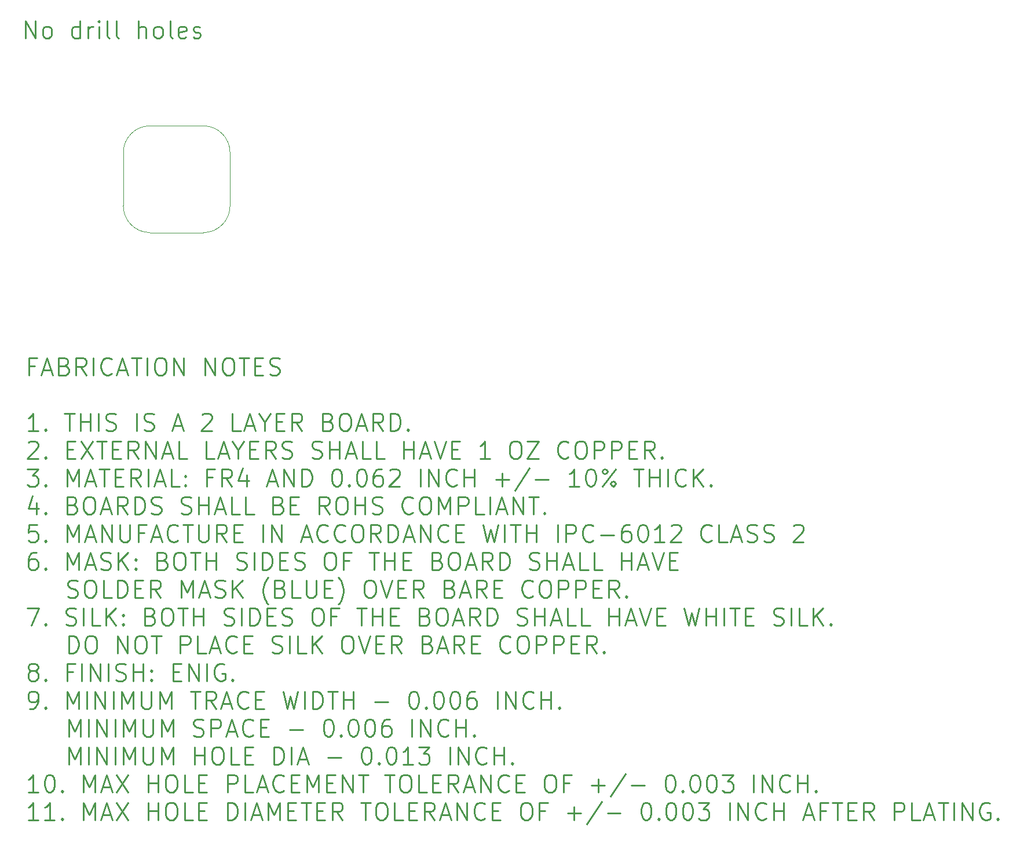
<source format=gbr>
G04 This is an RS-274x file exported by *
G04 gerbv version 2.6.0 *
G04 More information is available about gerbv at *
G04 http://gerbv.gpleda.org/ *
G04 --End of header info--*
%MOIN*%
%FSLAX34Y34*%
%IPPOS*%
G04 --Define apertures--*
%ADD10C,0.0138*%
%ADD11C,0.0100*%
%ADD12C,0.0016*%
G04 --Start main section--*
G54D11*
G01X0002006Y-003132D02*
G01X0002006Y-002132D01*
G01X0002006Y-002132D02*
G01X0002578Y-003132D01*
G01X0002578Y-003132D02*
G01X0002578Y-002132D01*
G01X0003197Y-003132D02*
G01X0003101Y-003085D01*
G01X0003101Y-003085D02*
G01X0003054Y-003037D01*
G01X0003054Y-003037D02*
G01X0003006Y-002942D01*
G01X0003006Y-002942D02*
G01X0003006Y-002656D01*
G01X0003006Y-002656D02*
G01X0003054Y-002561D01*
G01X0003054Y-002561D02*
G01X0003101Y-002513D01*
G01X0003101Y-002513D02*
G01X0003197Y-002466D01*
G01X0003197Y-002466D02*
G01X0003340Y-002466D01*
G01X0003340Y-002466D02*
G01X0003435Y-002513D01*
G01X0003435Y-002513D02*
G01X0003482Y-002561D01*
G01X0003482Y-002561D02*
G01X0003530Y-002656D01*
G01X0003530Y-002656D02*
G01X0003530Y-002942D01*
G01X0003530Y-002942D02*
G01X0003482Y-003037D01*
G01X0003482Y-003037D02*
G01X0003435Y-003085D01*
G01X0003435Y-003085D02*
G01X0003340Y-003132D01*
G01X0003340Y-003132D02*
G01X0003197Y-003132D01*
G01X0005149Y-003132D02*
G01X0005149Y-002132D01*
G01X0005149Y-003085D02*
G01X0005054Y-003132D01*
G01X0005054Y-003132D02*
G01X0004863Y-003132D01*
G01X0004863Y-003132D02*
G01X0004768Y-003085D01*
G01X0004768Y-003085D02*
G01X0004720Y-003037D01*
G01X0004720Y-003037D02*
G01X0004673Y-002942D01*
G01X0004673Y-002942D02*
G01X0004673Y-002656D01*
G01X0004673Y-002656D02*
G01X0004720Y-002561D01*
G01X0004720Y-002561D02*
G01X0004768Y-002513D01*
G01X0004768Y-002513D02*
G01X0004863Y-002466D01*
G01X0004863Y-002466D02*
G01X0005054Y-002466D01*
G01X0005054Y-002466D02*
G01X0005149Y-002513D01*
G01X0005625Y-003132D02*
G01X0005625Y-002466D01*
G01X0005625Y-002656D02*
G01X0005673Y-002561D01*
G01X0005673Y-002561D02*
G01X0005720Y-002513D01*
G01X0005720Y-002513D02*
G01X0005816Y-002466D01*
G01X0005816Y-002466D02*
G01X0005911Y-002466D01*
G01X0006244Y-003132D02*
G01X0006244Y-002466D01*
G01X0006244Y-002132D02*
G01X0006197Y-002180D01*
G01X0006197Y-002180D02*
G01X0006244Y-002228D01*
G01X0006244Y-002228D02*
G01X0006292Y-002180D01*
G01X0006292Y-002180D02*
G01X0006244Y-002132D01*
G01X0006244Y-002132D02*
G01X0006244Y-002228D01*
G01X0006863Y-003132D02*
G01X0006768Y-003085D01*
G01X0006768Y-003085D02*
G01X0006720Y-002990D01*
G01X0006720Y-002990D02*
G01X0006720Y-002132D01*
G01X0007387Y-003132D02*
G01X0007292Y-003085D01*
G01X0007292Y-003085D02*
G01X0007244Y-002990D01*
G01X0007244Y-002990D02*
G01X0007244Y-002132D01*
G01X0008530Y-003132D02*
G01X0008530Y-002132D01*
G01X0008959Y-003132D02*
G01X0008959Y-002609D01*
G01X0008959Y-002609D02*
G01X0008911Y-002513D01*
G01X0008911Y-002513D02*
G01X0008816Y-002466D01*
G01X0008816Y-002466D02*
G01X0008673Y-002466D01*
G01X0008673Y-002466D02*
G01X0008578Y-002513D01*
G01X0008578Y-002513D02*
G01X0008530Y-002561D01*
G01X0009578Y-003132D02*
G01X0009482Y-003085D01*
G01X0009482Y-003085D02*
G01X0009435Y-003037D01*
G01X0009435Y-003037D02*
G01X0009387Y-002942D01*
G01X0009387Y-002942D02*
G01X0009387Y-002656D01*
G01X0009387Y-002656D02*
G01X0009435Y-002561D01*
G01X0009435Y-002561D02*
G01X0009482Y-002513D01*
G01X0009482Y-002513D02*
G01X0009578Y-002466D01*
G01X0009578Y-002466D02*
G01X0009720Y-002466D01*
G01X0009720Y-002466D02*
G01X0009816Y-002513D01*
G01X0009816Y-002513D02*
G01X0009863Y-002561D01*
G01X0009863Y-002561D02*
G01X0009911Y-002656D01*
G01X0009911Y-002656D02*
G01X0009911Y-002942D01*
G01X0009911Y-002942D02*
G01X0009863Y-003037D01*
G01X0009863Y-003037D02*
G01X0009816Y-003085D01*
G01X0009816Y-003085D02*
G01X0009720Y-003132D01*
G01X0009720Y-003132D02*
G01X0009578Y-003132D01*
G01X0010482Y-003132D02*
G01X0010387Y-003085D01*
G01X0010387Y-003085D02*
G01X0010340Y-002990D01*
G01X0010340Y-002990D02*
G01X0010340Y-002132D01*
G01X0011244Y-003085D02*
G01X0011149Y-003132D01*
G01X0011149Y-003132D02*
G01X0010959Y-003132D01*
G01X0010959Y-003132D02*
G01X0010863Y-003085D01*
G01X0010863Y-003085D02*
G01X0010816Y-002990D01*
G01X0010816Y-002990D02*
G01X0010816Y-002609D01*
G01X0010816Y-002609D02*
G01X0010863Y-002513D01*
G01X0010863Y-002513D02*
G01X0010959Y-002466D01*
G01X0010959Y-002466D02*
G01X0011149Y-002466D01*
G01X0011149Y-002466D02*
G01X0011244Y-002513D01*
G01X0011244Y-002513D02*
G01X0011292Y-002609D01*
G01X0011292Y-002609D02*
G01X0011292Y-002704D01*
G01X0011292Y-002704D02*
G01X0010816Y-002799D01*
G01X0011673Y-003085D02*
G01X0011768Y-003132D01*
G01X0011768Y-003132D02*
G01X0011959Y-003132D01*
G01X0011959Y-003132D02*
G01X0012054Y-003085D01*
G01X0012054Y-003085D02*
G01X0012101Y-002990D01*
G01X0012101Y-002990D02*
G01X0012101Y-002942D01*
G01X0012101Y-002942D02*
G01X0012054Y-002847D01*
G01X0012054Y-002847D02*
G01X0011959Y-002799D01*
G01X0011959Y-002799D02*
G01X0011816Y-002799D01*
G01X0011816Y-002799D02*
G01X0011720Y-002751D01*
G01X0011720Y-002751D02*
G01X0011673Y-002656D01*
G01X0011673Y-002656D02*
G01X0011673Y-002609D01*
G01X0011673Y-002609D02*
G01X0011720Y-002513D01*
G01X0011720Y-002513D02*
G01X0011816Y-002466D01*
G01X0011816Y-002466D02*
G01X0011959Y-002466D01*
G01X0011959Y-002466D02*
G01X0012054Y-002513D01*
G01X0002551Y-022009D02*
G01X0002218Y-022009D01*
G01X0002218Y-022532D02*
G01X0002218Y-021532D01*
G01X0002218Y-021532D02*
G01X0002694Y-021532D01*
G01X0003028Y-022247D02*
G01X0003504Y-022247D01*
G01X0002932Y-022532D02*
G01X0003266Y-021532D01*
G01X0003266Y-021532D02*
G01X0003599Y-022532D01*
G01X0004266Y-022009D02*
G01X0004409Y-022056D01*
G01X0004409Y-022056D02*
G01X0004456Y-022104D01*
G01X0004456Y-022104D02*
G01X0004504Y-022199D01*
G01X0004504Y-022199D02*
G01X0004504Y-022342D01*
G01X0004504Y-022342D02*
G01X0004456Y-022437D01*
G01X0004456Y-022437D02*
G01X0004409Y-022485D01*
G01X0004409Y-022485D02*
G01X0004313Y-022532D01*
G01X0004313Y-022532D02*
G01X0003932Y-022532D01*
G01X0003932Y-022532D02*
G01X0003932Y-021532D01*
G01X0003932Y-021532D02*
G01X0004266Y-021532D01*
G01X0004266Y-021532D02*
G01X0004361Y-021580D01*
G01X0004361Y-021580D02*
G01X0004409Y-021628D01*
G01X0004409Y-021628D02*
G01X0004456Y-021723D01*
G01X0004456Y-021723D02*
G01X0004456Y-021818D01*
G01X0004456Y-021818D02*
G01X0004409Y-021913D01*
G01X0004409Y-021913D02*
G01X0004361Y-021961D01*
G01X0004361Y-021961D02*
G01X0004266Y-022009D01*
G01X0004266Y-022009D02*
G01X0003932Y-022009D01*
G01X0005504Y-022532D02*
G01X0005170Y-022056D01*
G01X0004932Y-022532D02*
G01X0004932Y-021532D01*
G01X0004932Y-021532D02*
G01X0005313Y-021532D01*
G01X0005313Y-021532D02*
G01X0005409Y-021580D01*
G01X0005409Y-021580D02*
G01X0005456Y-021628D01*
G01X0005456Y-021628D02*
G01X0005504Y-021723D01*
G01X0005504Y-021723D02*
G01X0005504Y-021866D01*
G01X0005504Y-021866D02*
G01X0005456Y-021961D01*
G01X0005456Y-021961D02*
G01X0005409Y-022009D01*
G01X0005409Y-022009D02*
G01X0005313Y-022056D01*
G01X0005313Y-022056D02*
G01X0004932Y-022056D01*
G01X0005932Y-022532D02*
G01X0005932Y-021532D01*
G01X0006980Y-022437D02*
G01X0006932Y-022485D01*
G01X0006932Y-022485D02*
G01X0006790Y-022532D01*
G01X0006790Y-022532D02*
G01X0006694Y-022532D01*
G01X0006694Y-022532D02*
G01X0006551Y-022485D01*
G01X0006551Y-022485D02*
G01X0006456Y-022390D01*
G01X0006456Y-022390D02*
G01X0006409Y-022294D01*
G01X0006409Y-022294D02*
G01X0006361Y-022104D01*
G01X0006361Y-022104D02*
G01X0006361Y-021961D01*
G01X0006361Y-021961D02*
G01X0006409Y-021770D01*
G01X0006409Y-021770D02*
G01X0006456Y-021675D01*
G01X0006456Y-021675D02*
G01X0006551Y-021580D01*
G01X0006551Y-021580D02*
G01X0006694Y-021532D01*
G01X0006694Y-021532D02*
G01X0006790Y-021532D01*
G01X0006790Y-021532D02*
G01X0006932Y-021580D01*
G01X0006932Y-021580D02*
G01X0006980Y-021628D01*
G01X0007361Y-022247D02*
G01X0007837Y-022247D01*
G01X0007266Y-022532D02*
G01X0007599Y-021532D01*
G01X0007599Y-021532D02*
G01X0007932Y-022532D01*
G01X0008123Y-021532D02*
G01X0008694Y-021532D01*
G01X0008409Y-022532D02*
G01X0008409Y-021532D01*
G01X0009028Y-022532D02*
G01X0009028Y-021532D01*
G01X0009694Y-021532D02*
G01X0009885Y-021532D01*
G01X0009885Y-021532D02*
G01X0009980Y-021580D01*
G01X0009980Y-021580D02*
G01X0010075Y-021675D01*
G01X0010075Y-021675D02*
G01X0010123Y-021866D01*
G01X0010123Y-021866D02*
G01X0010123Y-022199D01*
G01X0010123Y-022199D02*
G01X0010075Y-022390D01*
G01X0010075Y-022390D02*
G01X0009980Y-022485D01*
G01X0009980Y-022485D02*
G01X0009885Y-022532D01*
G01X0009885Y-022532D02*
G01X0009694Y-022532D01*
G01X0009694Y-022532D02*
G01X0009599Y-022485D01*
G01X0009599Y-022485D02*
G01X0009504Y-022390D01*
G01X0009504Y-022390D02*
G01X0009456Y-022199D01*
G01X0009456Y-022199D02*
G01X0009456Y-021866D01*
G01X0009456Y-021866D02*
G01X0009504Y-021675D01*
G01X0009504Y-021675D02*
G01X0009599Y-021580D01*
G01X0009599Y-021580D02*
G01X0009694Y-021532D01*
G01X0010551Y-022532D02*
G01X0010551Y-021532D01*
G01X0010551Y-021532D02*
G01X0011123Y-022532D01*
G01X0011123Y-022532D02*
G01X0011123Y-021532D01*
G01X0012361Y-022532D02*
G01X0012361Y-021532D01*
G01X0012361Y-021532D02*
G01X0012932Y-022532D01*
G01X0012932Y-022532D02*
G01X0012932Y-021532D01*
G01X0013599Y-021532D02*
G01X0013790Y-021532D01*
G01X0013790Y-021532D02*
G01X0013885Y-021580D01*
G01X0013885Y-021580D02*
G01X0013980Y-021675D01*
G01X0013980Y-021675D02*
G01X0014028Y-021866D01*
G01X0014028Y-021866D02*
G01X0014028Y-022199D01*
G01X0014028Y-022199D02*
G01X0013980Y-022390D01*
G01X0013980Y-022390D02*
G01X0013885Y-022485D01*
G01X0013885Y-022485D02*
G01X0013790Y-022532D01*
G01X0013790Y-022532D02*
G01X0013599Y-022532D01*
G01X0013599Y-022532D02*
G01X0013504Y-022485D01*
G01X0013504Y-022485D02*
G01X0013409Y-022390D01*
G01X0013409Y-022390D02*
G01X0013361Y-022199D01*
G01X0013361Y-022199D02*
G01X0013361Y-021866D01*
G01X0013361Y-021866D02*
G01X0013409Y-021675D01*
G01X0013409Y-021675D02*
G01X0013504Y-021580D01*
G01X0013504Y-021580D02*
G01X0013599Y-021532D01*
G01X0014313Y-021532D02*
G01X0014885Y-021532D01*
G01X0014599Y-022532D02*
G01X0014599Y-021532D01*
G01X0015218Y-022009D02*
G01X0015551Y-022009D01*
G01X0015694Y-022532D02*
G01X0015218Y-022532D01*
G01X0015218Y-022532D02*
G01X0015218Y-021532D01*
G01X0015218Y-021532D02*
G01X0015694Y-021532D01*
G01X0016075Y-022485D02*
G01X0016218Y-022532D01*
G01X0016218Y-022532D02*
G01X0016456Y-022532D01*
G01X0016456Y-022532D02*
G01X0016551Y-022485D01*
G01X0016551Y-022485D02*
G01X0016599Y-022437D01*
G01X0016599Y-022437D02*
G01X0016647Y-022342D01*
G01X0016647Y-022342D02*
G01X0016647Y-022247D01*
G01X0016647Y-022247D02*
G01X0016599Y-022151D01*
G01X0016599Y-022151D02*
G01X0016551Y-022104D01*
G01X0016551Y-022104D02*
G01X0016456Y-022056D01*
G01X0016456Y-022056D02*
G01X0016266Y-022009D01*
G01X0016266Y-022009D02*
G01X0016170Y-021961D01*
G01X0016170Y-021961D02*
G01X0016123Y-021913D01*
G01X0016123Y-021913D02*
G01X0016075Y-021818D01*
G01X0016075Y-021818D02*
G01X0016075Y-021723D01*
G01X0016075Y-021723D02*
G01X0016123Y-021628D01*
G01X0016123Y-021628D02*
G01X0016170Y-021580D01*
G01X0016170Y-021580D02*
G01X0016266Y-021532D01*
G01X0016266Y-021532D02*
G01X0016504Y-021532D01*
G01X0016504Y-021532D02*
G01X0016647Y-021580D01*
G01X0002742Y-025732D02*
G01X0002170Y-025732D01*
G01X0002456Y-025732D02*
G01X0002456Y-024732D01*
G01X0002456Y-024732D02*
G01X0002361Y-024875D01*
G01X0002361Y-024875D02*
G01X0002266Y-024970D01*
G01X0002266Y-024970D02*
G01X0002170Y-025018D01*
G01X0003170Y-025637D02*
G01X0003218Y-025685D01*
G01X0003218Y-025685D02*
G01X0003170Y-025732D01*
G01X0003170Y-025732D02*
G01X0003123Y-025685D01*
G01X0003123Y-025685D02*
G01X0003170Y-025637D01*
G01X0003170Y-025637D02*
G01X0003170Y-025732D01*
G01X0004266Y-024732D02*
G01X0004837Y-024732D01*
G01X0004551Y-025732D02*
G01X0004551Y-024732D01*
G01X0005170Y-025732D02*
G01X0005170Y-024732D01*
G01X0005170Y-025209D02*
G01X0005742Y-025209D01*
G01X0005742Y-025732D02*
G01X0005742Y-024732D01*
G01X0006218Y-025732D02*
G01X0006218Y-024732D01*
G01X0006647Y-025685D02*
G01X0006790Y-025732D01*
G01X0006790Y-025732D02*
G01X0007028Y-025732D01*
G01X0007028Y-025732D02*
G01X0007123Y-025685D01*
G01X0007123Y-025685D02*
G01X0007170Y-025637D01*
G01X0007170Y-025637D02*
G01X0007218Y-025542D01*
G01X0007218Y-025542D02*
G01X0007218Y-025447D01*
G01X0007218Y-025447D02*
G01X0007170Y-025351D01*
G01X0007170Y-025351D02*
G01X0007123Y-025304D01*
G01X0007123Y-025304D02*
G01X0007028Y-025256D01*
G01X0007028Y-025256D02*
G01X0006837Y-025209D01*
G01X0006837Y-025209D02*
G01X0006742Y-025161D01*
G01X0006742Y-025161D02*
G01X0006694Y-025113D01*
G01X0006694Y-025113D02*
G01X0006647Y-025018D01*
G01X0006647Y-025018D02*
G01X0006647Y-024923D01*
G01X0006647Y-024923D02*
G01X0006694Y-024828D01*
G01X0006694Y-024828D02*
G01X0006742Y-024780D01*
G01X0006742Y-024780D02*
G01X0006837Y-024732D01*
G01X0006837Y-024732D02*
G01X0007075Y-024732D01*
G01X0007075Y-024732D02*
G01X0007218Y-024780D01*
G01X0008409Y-025732D02*
G01X0008409Y-024732D01*
G01X0008837Y-025685D02*
G01X0008980Y-025732D01*
G01X0008980Y-025732D02*
G01X0009218Y-025732D01*
G01X0009218Y-025732D02*
G01X0009313Y-025685D01*
G01X0009313Y-025685D02*
G01X0009361Y-025637D01*
G01X0009361Y-025637D02*
G01X0009409Y-025542D01*
G01X0009409Y-025542D02*
G01X0009409Y-025447D01*
G01X0009409Y-025447D02*
G01X0009361Y-025351D01*
G01X0009361Y-025351D02*
G01X0009313Y-025304D01*
G01X0009313Y-025304D02*
G01X0009218Y-025256D01*
G01X0009218Y-025256D02*
G01X0009028Y-025209D01*
G01X0009028Y-025209D02*
G01X0008932Y-025161D01*
G01X0008932Y-025161D02*
G01X0008885Y-025113D01*
G01X0008885Y-025113D02*
G01X0008837Y-025018D01*
G01X0008837Y-025018D02*
G01X0008837Y-024923D01*
G01X0008837Y-024923D02*
G01X0008885Y-024828D01*
G01X0008885Y-024828D02*
G01X0008932Y-024780D01*
G01X0008932Y-024780D02*
G01X0009028Y-024732D01*
G01X0009028Y-024732D02*
G01X0009266Y-024732D01*
G01X0009266Y-024732D02*
G01X0009409Y-024780D01*
G01X0010551Y-025447D02*
G01X0011028Y-025447D01*
G01X0010456Y-025732D02*
G01X0010790Y-024732D01*
G01X0010790Y-024732D02*
G01X0011123Y-025732D01*
G01X0012170Y-024828D02*
G01X0012218Y-024780D01*
G01X0012218Y-024780D02*
G01X0012313Y-024732D01*
G01X0012313Y-024732D02*
G01X0012551Y-024732D01*
G01X0012551Y-024732D02*
G01X0012647Y-024780D01*
G01X0012647Y-024780D02*
G01X0012694Y-024828D01*
G01X0012694Y-024828D02*
G01X0012742Y-024923D01*
G01X0012742Y-024923D02*
G01X0012742Y-025018D01*
G01X0012742Y-025018D02*
G01X0012694Y-025161D01*
G01X0012694Y-025161D02*
G01X0012123Y-025732D01*
G01X0012123Y-025732D02*
G01X0012742Y-025732D01*
G01X0014409Y-025732D02*
G01X0013932Y-025732D01*
G01X0013932Y-025732D02*
G01X0013932Y-024732D01*
G01X0014694Y-025447D02*
G01X0015170Y-025447D01*
G01X0014599Y-025732D02*
G01X0014932Y-024732D01*
G01X0014932Y-024732D02*
G01X0015266Y-025732D01*
G01X0015790Y-025256D02*
G01X0015790Y-025732D01*
G01X0015456Y-024732D02*
G01X0015790Y-025256D01*
G01X0015790Y-025256D02*
G01X0016123Y-024732D01*
G01X0016456Y-025209D02*
G01X0016790Y-025209D01*
G01X0016932Y-025732D02*
G01X0016456Y-025732D01*
G01X0016456Y-025732D02*
G01X0016456Y-024732D01*
G01X0016456Y-024732D02*
G01X0016932Y-024732D01*
G01X0017932Y-025732D02*
G01X0017599Y-025256D01*
G01X0017361Y-025732D02*
G01X0017361Y-024732D01*
G01X0017361Y-024732D02*
G01X0017742Y-024732D01*
G01X0017742Y-024732D02*
G01X0017837Y-024780D01*
G01X0017837Y-024780D02*
G01X0017885Y-024828D01*
G01X0017885Y-024828D02*
G01X0017932Y-024923D01*
G01X0017932Y-024923D02*
G01X0017932Y-025066D01*
G01X0017932Y-025066D02*
G01X0017885Y-025161D01*
G01X0017885Y-025161D02*
G01X0017837Y-025209D01*
G01X0017837Y-025209D02*
G01X0017742Y-025256D01*
G01X0017742Y-025256D02*
G01X0017361Y-025256D01*
G01X0019456Y-025209D02*
G01X0019599Y-025256D01*
G01X0019599Y-025256D02*
G01X0019647Y-025304D01*
G01X0019647Y-025304D02*
G01X0019694Y-025399D01*
G01X0019694Y-025399D02*
G01X0019694Y-025542D01*
G01X0019694Y-025542D02*
G01X0019647Y-025637D01*
G01X0019647Y-025637D02*
G01X0019599Y-025685D01*
G01X0019599Y-025685D02*
G01X0019504Y-025732D01*
G01X0019504Y-025732D02*
G01X0019123Y-025732D01*
G01X0019123Y-025732D02*
G01X0019123Y-024732D01*
G01X0019123Y-024732D02*
G01X0019456Y-024732D01*
G01X0019456Y-024732D02*
G01X0019551Y-024780D01*
G01X0019551Y-024780D02*
G01X0019599Y-024828D01*
G01X0019599Y-024828D02*
G01X0019647Y-024923D01*
G01X0019647Y-024923D02*
G01X0019647Y-025018D01*
G01X0019647Y-025018D02*
G01X0019599Y-025113D01*
G01X0019599Y-025113D02*
G01X0019551Y-025161D01*
G01X0019551Y-025161D02*
G01X0019456Y-025209D01*
G01X0019456Y-025209D02*
G01X0019123Y-025209D01*
G01X0020313Y-024732D02*
G01X0020504Y-024732D01*
G01X0020504Y-024732D02*
G01X0020599Y-024780D01*
G01X0020599Y-024780D02*
G01X0020694Y-024875D01*
G01X0020694Y-024875D02*
G01X0020742Y-025066D01*
G01X0020742Y-025066D02*
G01X0020742Y-025399D01*
G01X0020742Y-025399D02*
G01X0020694Y-025590D01*
G01X0020694Y-025590D02*
G01X0020599Y-025685D01*
G01X0020599Y-025685D02*
G01X0020504Y-025732D01*
G01X0020504Y-025732D02*
G01X0020313Y-025732D01*
G01X0020313Y-025732D02*
G01X0020218Y-025685D01*
G01X0020218Y-025685D02*
G01X0020123Y-025590D01*
G01X0020123Y-025590D02*
G01X0020075Y-025399D01*
G01X0020075Y-025399D02*
G01X0020075Y-025066D01*
G01X0020075Y-025066D02*
G01X0020123Y-024875D01*
G01X0020123Y-024875D02*
G01X0020218Y-024780D01*
G01X0020218Y-024780D02*
G01X0020313Y-024732D01*
G01X0021123Y-025447D02*
G01X0021599Y-025447D01*
G01X0021028Y-025732D02*
G01X0021361Y-024732D01*
G01X0021361Y-024732D02*
G01X0021694Y-025732D01*
G01X0022599Y-025732D02*
G01X0022266Y-025256D01*
G01X0022028Y-025732D02*
G01X0022028Y-024732D01*
G01X0022028Y-024732D02*
G01X0022409Y-024732D01*
G01X0022409Y-024732D02*
G01X0022504Y-024780D01*
G01X0022504Y-024780D02*
G01X0022551Y-024828D01*
G01X0022551Y-024828D02*
G01X0022599Y-024923D01*
G01X0022599Y-024923D02*
G01X0022599Y-025066D01*
G01X0022599Y-025066D02*
G01X0022551Y-025161D01*
G01X0022551Y-025161D02*
G01X0022504Y-025209D01*
G01X0022504Y-025209D02*
G01X0022409Y-025256D01*
G01X0022409Y-025256D02*
G01X0022028Y-025256D01*
G01X0023028Y-025732D02*
G01X0023028Y-024732D01*
G01X0023028Y-024732D02*
G01X0023266Y-024732D01*
G01X0023266Y-024732D02*
G01X0023409Y-024780D01*
G01X0023409Y-024780D02*
G01X0023504Y-024875D01*
G01X0023504Y-024875D02*
G01X0023551Y-024970D01*
G01X0023551Y-024970D02*
G01X0023599Y-025161D01*
G01X0023599Y-025161D02*
G01X0023599Y-025304D01*
G01X0023599Y-025304D02*
G01X0023551Y-025494D01*
G01X0023551Y-025494D02*
G01X0023504Y-025590D01*
G01X0023504Y-025590D02*
G01X0023409Y-025685D01*
G01X0023409Y-025685D02*
G01X0023266Y-025732D01*
G01X0023266Y-025732D02*
G01X0023028Y-025732D01*
G01X0024028Y-025637D02*
G01X0024075Y-025685D01*
G01X0024075Y-025685D02*
G01X0024028Y-025732D01*
G01X0024028Y-025732D02*
G01X0023980Y-025685D01*
G01X0023980Y-025685D02*
G01X0024028Y-025637D01*
G01X0024028Y-025637D02*
G01X0024028Y-025732D01*
G01X0002170Y-026428D02*
G01X0002218Y-026380D01*
G01X0002218Y-026380D02*
G01X0002313Y-026332D01*
G01X0002313Y-026332D02*
G01X0002551Y-026332D01*
G01X0002551Y-026332D02*
G01X0002647Y-026380D01*
G01X0002647Y-026380D02*
G01X0002694Y-026428D01*
G01X0002694Y-026428D02*
G01X0002742Y-026523D01*
G01X0002742Y-026523D02*
G01X0002742Y-026618D01*
G01X0002742Y-026618D02*
G01X0002694Y-026761D01*
G01X0002694Y-026761D02*
G01X0002123Y-027332D01*
G01X0002123Y-027332D02*
G01X0002742Y-027332D01*
G01X0003170Y-027237D02*
G01X0003218Y-027285D01*
G01X0003218Y-027285D02*
G01X0003170Y-027332D01*
G01X0003170Y-027332D02*
G01X0003123Y-027285D01*
G01X0003123Y-027285D02*
G01X0003170Y-027237D01*
G01X0003170Y-027237D02*
G01X0003170Y-027332D01*
G01X0004409Y-026809D02*
G01X0004742Y-026809D01*
G01X0004885Y-027332D02*
G01X0004409Y-027332D01*
G01X0004409Y-027332D02*
G01X0004409Y-026332D01*
G01X0004409Y-026332D02*
G01X0004885Y-026332D01*
G01X0005218Y-026332D02*
G01X0005885Y-027332D01*
G01X0005885Y-026332D02*
G01X0005218Y-027332D01*
G01X0006123Y-026332D02*
G01X0006694Y-026332D01*
G01X0006409Y-027332D02*
G01X0006409Y-026332D01*
G01X0007028Y-026809D02*
G01X0007361Y-026809D01*
G01X0007504Y-027332D02*
G01X0007028Y-027332D01*
G01X0007028Y-027332D02*
G01X0007028Y-026332D01*
G01X0007028Y-026332D02*
G01X0007504Y-026332D01*
G01X0008504Y-027332D02*
G01X0008170Y-026856D01*
G01X0007932Y-027332D02*
G01X0007932Y-026332D01*
G01X0007932Y-026332D02*
G01X0008313Y-026332D01*
G01X0008313Y-026332D02*
G01X0008409Y-026380D01*
G01X0008409Y-026380D02*
G01X0008456Y-026428D01*
G01X0008456Y-026428D02*
G01X0008504Y-026523D01*
G01X0008504Y-026523D02*
G01X0008504Y-026666D01*
G01X0008504Y-026666D02*
G01X0008456Y-026761D01*
G01X0008456Y-026761D02*
G01X0008409Y-026809D01*
G01X0008409Y-026809D02*
G01X0008313Y-026856D01*
G01X0008313Y-026856D02*
G01X0007932Y-026856D01*
G01X0008932Y-027332D02*
G01X0008932Y-026332D01*
G01X0008932Y-026332D02*
G01X0009504Y-027332D01*
G01X0009504Y-027332D02*
G01X0009504Y-026332D01*
G01X0009932Y-027047D02*
G01X0010409Y-027047D01*
G01X0009837Y-027332D02*
G01X0010170Y-026332D01*
G01X0010170Y-026332D02*
G01X0010504Y-027332D01*
G01X0011313Y-027332D02*
G01X0010837Y-027332D01*
G01X0010837Y-027332D02*
G01X0010837Y-026332D01*
G01X0012885Y-027332D02*
G01X0012409Y-027332D01*
G01X0012409Y-027332D02*
G01X0012409Y-026332D01*
G01X0013170Y-027047D02*
G01X0013647Y-027047D01*
G01X0013075Y-027332D02*
G01X0013409Y-026332D01*
G01X0013409Y-026332D02*
G01X0013742Y-027332D01*
G01X0014266Y-026856D02*
G01X0014266Y-027332D01*
G01X0013932Y-026332D02*
G01X0014266Y-026856D01*
G01X0014266Y-026856D02*
G01X0014599Y-026332D01*
G01X0014932Y-026809D02*
G01X0015266Y-026809D01*
G01X0015409Y-027332D02*
G01X0014932Y-027332D01*
G01X0014932Y-027332D02*
G01X0014932Y-026332D01*
G01X0014932Y-026332D02*
G01X0015409Y-026332D01*
G01X0016409Y-027332D02*
G01X0016075Y-026856D01*
G01X0015837Y-027332D02*
G01X0015837Y-026332D01*
G01X0015837Y-026332D02*
G01X0016218Y-026332D01*
G01X0016218Y-026332D02*
G01X0016313Y-026380D01*
G01X0016313Y-026380D02*
G01X0016361Y-026428D01*
G01X0016361Y-026428D02*
G01X0016409Y-026523D01*
G01X0016409Y-026523D02*
G01X0016409Y-026666D01*
G01X0016409Y-026666D02*
G01X0016361Y-026761D01*
G01X0016361Y-026761D02*
G01X0016313Y-026809D01*
G01X0016313Y-026809D02*
G01X0016218Y-026856D01*
G01X0016218Y-026856D02*
G01X0015837Y-026856D01*
G01X0016790Y-027285D02*
G01X0016932Y-027332D01*
G01X0016932Y-027332D02*
G01X0017170Y-027332D01*
G01X0017170Y-027332D02*
G01X0017266Y-027285D01*
G01X0017266Y-027285D02*
G01X0017313Y-027237D01*
G01X0017313Y-027237D02*
G01X0017361Y-027142D01*
G01X0017361Y-027142D02*
G01X0017361Y-027047D01*
G01X0017361Y-027047D02*
G01X0017313Y-026951D01*
G01X0017313Y-026951D02*
G01X0017266Y-026904D01*
G01X0017266Y-026904D02*
G01X0017170Y-026856D01*
G01X0017170Y-026856D02*
G01X0016980Y-026809D01*
G01X0016980Y-026809D02*
G01X0016885Y-026761D01*
G01X0016885Y-026761D02*
G01X0016837Y-026713D01*
G01X0016837Y-026713D02*
G01X0016790Y-026618D01*
G01X0016790Y-026618D02*
G01X0016790Y-026523D01*
G01X0016790Y-026523D02*
G01X0016837Y-026428D01*
G01X0016837Y-026428D02*
G01X0016885Y-026380D01*
G01X0016885Y-026380D02*
G01X0016980Y-026332D01*
G01X0016980Y-026332D02*
G01X0017218Y-026332D01*
G01X0017218Y-026332D02*
G01X0017361Y-026380D01*
G01X0018504Y-027285D02*
G01X0018647Y-027332D01*
G01X0018647Y-027332D02*
G01X0018885Y-027332D01*
G01X0018885Y-027332D02*
G01X0018980Y-027285D01*
G01X0018980Y-027285D02*
G01X0019028Y-027237D01*
G01X0019028Y-027237D02*
G01X0019075Y-027142D01*
G01X0019075Y-027142D02*
G01X0019075Y-027047D01*
G01X0019075Y-027047D02*
G01X0019028Y-026951D01*
G01X0019028Y-026951D02*
G01X0018980Y-026904D01*
G01X0018980Y-026904D02*
G01X0018885Y-026856D01*
G01X0018885Y-026856D02*
G01X0018694Y-026809D01*
G01X0018694Y-026809D02*
G01X0018599Y-026761D01*
G01X0018599Y-026761D02*
G01X0018551Y-026713D01*
G01X0018551Y-026713D02*
G01X0018504Y-026618D01*
G01X0018504Y-026618D02*
G01X0018504Y-026523D01*
G01X0018504Y-026523D02*
G01X0018551Y-026428D01*
G01X0018551Y-026428D02*
G01X0018599Y-026380D01*
G01X0018599Y-026380D02*
G01X0018694Y-026332D01*
G01X0018694Y-026332D02*
G01X0018932Y-026332D01*
G01X0018932Y-026332D02*
G01X0019075Y-026380D01*
G01X0019504Y-027332D02*
G01X0019504Y-026332D01*
G01X0019504Y-026809D02*
G01X0020075Y-026809D01*
G01X0020075Y-027332D02*
G01X0020075Y-026332D01*
G01X0020504Y-027047D02*
G01X0020980Y-027047D01*
G01X0020409Y-027332D02*
G01X0020742Y-026332D01*
G01X0020742Y-026332D02*
G01X0021075Y-027332D01*
G01X0021885Y-027332D02*
G01X0021409Y-027332D01*
G01X0021409Y-027332D02*
G01X0021409Y-026332D01*
G01X0022694Y-027332D02*
G01X0022218Y-027332D01*
G01X0022218Y-027332D02*
G01X0022218Y-026332D01*
G01X0023790Y-027332D02*
G01X0023790Y-026332D01*
G01X0023790Y-026809D02*
G01X0024361Y-026809D01*
G01X0024361Y-027332D02*
G01X0024361Y-026332D01*
G01X0024790Y-027047D02*
G01X0025266Y-027047D01*
G01X0024694Y-027332D02*
G01X0025028Y-026332D01*
G01X0025028Y-026332D02*
G01X0025361Y-027332D01*
G01X0025551Y-026332D02*
G01X0025885Y-027332D01*
G01X0025885Y-027332D02*
G01X0026218Y-026332D01*
G01X0026551Y-026809D02*
G01X0026885Y-026809D01*
G01X0027028Y-027332D02*
G01X0026551Y-027332D01*
G01X0026551Y-027332D02*
G01X0026551Y-026332D01*
G01X0026551Y-026332D02*
G01X0027028Y-026332D01*
G01X0028742Y-027332D02*
G01X0028170Y-027332D01*
G01X0028456Y-027332D02*
G01X0028456Y-026332D01*
G01X0028456Y-026332D02*
G01X0028361Y-026475D01*
G01X0028361Y-026475D02*
G01X0028266Y-026570D01*
G01X0028266Y-026570D02*
G01X0028170Y-026618D01*
G01X0030123Y-026332D02*
G01X0030313Y-026332D01*
G01X0030313Y-026332D02*
G01X0030409Y-026380D01*
G01X0030409Y-026380D02*
G01X0030504Y-026475D01*
G01X0030504Y-026475D02*
G01X0030551Y-026666D01*
G01X0030551Y-026666D02*
G01X0030551Y-026999D01*
G01X0030551Y-026999D02*
G01X0030504Y-027190D01*
G01X0030504Y-027190D02*
G01X0030409Y-027285D01*
G01X0030409Y-027285D02*
G01X0030313Y-027332D01*
G01X0030313Y-027332D02*
G01X0030123Y-027332D01*
G01X0030123Y-027332D02*
G01X0030028Y-027285D01*
G01X0030028Y-027285D02*
G01X0029932Y-027190D01*
G01X0029932Y-027190D02*
G01X0029885Y-026999D01*
G01X0029885Y-026999D02*
G01X0029885Y-026666D01*
G01X0029885Y-026666D02*
G01X0029932Y-026475D01*
G01X0029932Y-026475D02*
G01X0030028Y-026380D01*
G01X0030028Y-026380D02*
G01X0030123Y-026332D01*
G01X0030885Y-026332D02*
G01X0031551Y-026332D01*
G01X0031551Y-026332D02*
G01X0030885Y-027332D01*
G01X0030885Y-027332D02*
G01X0031551Y-027332D01*
G01X0033266Y-027237D02*
G01X0033218Y-027285D01*
G01X0033218Y-027285D02*
G01X0033075Y-027332D01*
G01X0033075Y-027332D02*
G01X0032980Y-027332D01*
G01X0032980Y-027332D02*
G01X0032837Y-027285D01*
G01X0032837Y-027285D02*
G01X0032742Y-027190D01*
G01X0032742Y-027190D02*
G01X0032694Y-027094D01*
G01X0032694Y-027094D02*
G01X0032647Y-026904D01*
G01X0032647Y-026904D02*
G01X0032647Y-026761D01*
G01X0032647Y-026761D02*
G01X0032694Y-026570D01*
G01X0032694Y-026570D02*
G01X0032742Y-026475D01*
G01X0032742Y-026475D02*
G01X0032837Y-026380D01*
G01X0032837Y-026380D02*
G01X0032980Y-026332D01*
G01X0032980Y-026332D02*
G01X0033075Y-026332D01*
G01X0033075Y-026332D02*
G01X0033218Y-026380D01*
G01X0033218Y-026380D02*
G01X0033266Y-026428D01*
G01X0033885Y-026332D02*
G01X0034075Y-026332D01*
G01X0034075Y-026332D02*
G01X0034170Y-026380D01*
G01X0034170Y-026380D02*
G01X0034266Y-026475D01*
G01X0034266Y-026475D02*
G01X0034313Y-026666D01*
G01X0034313Y-026666D02*
G01X0034313Y-026999D01*
G01X0034313Y-026999D02*
G01X0034266Y-027190D01*
G01X0034266Y-027190D02*
G01X0034170Y-027285D01*
G01X0034170Y-027285D02*
G01X0034075Y-027332D01*
G01X0034075Y-027332D02*
G01X0033885Y-027332D01*
G01X0033885Y-027332D02*
G01X0033790Y-027285D01*
G01X0033790Y-027285D02*
G01X0033694Y-027190D01*
G01X0033694Y-027190D02*
G01X0033647Y-026999D01*
G01X0033647Y-026999D02*
G01X0033647Y-026666D01*
G01X0033647Y-026666D02*
G01X0033694Y-026475D01*
G01X0033694Y-026475D02*
G01X0033790Y-026380D01*
G01X0033790Y-026380D02*
G01X0033885Y-026332D01*
G01X0034742Y-027332D02*
G01X0034742Y-026332D01*
G01X0034742Y-026332D02*
G01X0035123Y-026332D01*
G01X0035123Y-026332D02*
G01X0035218Y-026380D01*
G01X0035218Y-026380D02*
G01X0035266Y-026428D01*
G01X0035266Y-026428D02*
G01X0035313Y-026523D01*
G01X0035313Y-026523D02*
G01X0035313Y-026666D01*
G01X0035313Y-026666D02*
G01X0035266Y-026761D01*
G01X0035266Y-026761D02*
G01X0035218Y-026809D01*
G01X0035218Y-026809D02*
G01X0035123Y-026856D01*
G01X0035123Y-026856D02*
G01X0034742Y-026856D01*
G01X0035742Y-027332D02*
G01X0035742Y-026332D01*
G01X0035742Y-026332D02*
G01X0036123Y-026332D01*
G01X0036123Y-026332D02*
G01X0036218Y-026380D01*
G01X0036218Y-026380D02*
G01X0036266Y-026428D01*
G01X0036266Y-026428D02*
G01X0036313Y-026523D01*
G01X0036313Y-026523D02*
G01X0036313Y-026666D01*
G01X0036313Y-026666D02*
G01X0036266Y-026761D01*
G01X0036266Y-026761D02*
G01X0036218Y-026809D01*
G01X0036218Y-026809D02*
G01X0036123Y-026856D01*
G01X0036123Y-026856D02*
G01X0035742Y-026856D01*
G01X0036742Y-026809D02*
G01X0037075Y-026809D01*
G01X0037218Y-027332D02*
G01X0036742Y-027332D01*
G01X0036742Y-027332D02*
G01X0036742Y-026332D01*
G01X0036742Y-026332D02*
G01X0037218Y-026332D01*
G01X0038218Y-027332D02*
G01X0037885Y-026856D01*
G01X0037647Y-027332D02*
G01X0037647Y-026332D01*
G01X0037647Y-026332D02*
G01X0038028Y-026332D01*
G01X0038028Y-026332D02*
G01X0038123Y-026380D01*
G01X0038123Y-026380D02*
G01X0038170Y-026428D01*
G01X0038170Y-026428D02*
G01X0038218Y-026523D01*
G01X0038218Y-026523D02*
G01X0038218Y-026666D01*
G01X0038218Y-026666D02*
G01X0038170Y-026761D01*
G01X0038170Y-026761D02*
G01X0038123Y-026809D01*
G01X0038123Y-026809D02*
G01X0038028Y-026856D01*
G01X0038028Y-026856D02*
G01X0037647Y-026856D01*
G01X0038647Y-027237D02*
G01X0038694Y-027285D01*
G01X0038694Y-027285D02*
G01X0038647Y-027332D01*
G01X0038647Y-027332D02*
G01X0038599Y-027285D01*
G01X0038599Y-027285D02*
G01X0038647Y-027237D01*
G01X0038647Y-027237D02*
G01X0038647Y-027332D01*
G01X0002123Y-027932D02*
G01X0002742Y-027932D01*
G01X0002742Y-027932D02*
G01X0002409Y-028313D01*
G01X0002409Y-028313D02*
G01X0002551Y-028313D01*
G01X0002551Y-028313D02*
G01X0002647Y-028361D01*
G01X0002647Y-028361D02*
G01X0002694Y-028409D01*
G01X0002694Y-028409D02*
G01X0002742Y-028504D01*
G01X0002742Y-028504D02*
G01X0002742Y-028742D01*
G01X0002742Y-028742D02*
G01X0002694Y-028837D01*
G01X0002694Y-028837D02*
G01X0002647Y-028885D01*
G01X0002647Y-028885D02*
G01X0002551Y-028932D01*
G01X0002551Y-028932D02*
G01X0002266Y-028932D01*
G01X0002266Y-028932D02*
G01X0002170Y-028885D01*
G01X0002170Y-028885D02*
G01X0002123Y-028837D01*
G01X0003170Y-028837D02*
G01X0003218Y-028885D01*
G01X0003218Y-028885D02*
G01X0003170Y-028932D01*
G01X0003170Y-028932D02*
G01X0003123Y-028885D01*
G01X0003123Y-028885D02*
G01X0003170Y-028837D01*
G01X0003170Y-028837D02*
G01X0003170Y-028932D01*
G01X0004409Y-028932D02*
G01X0004409Y-027932D01*
G01X0004409Y-027932D02*
G01X0004742Y-028647D01*
G01X0004742Y-028647D02*
G01X0005075Y-027932D01*
G01X0005075Y-027932D02*
G01X0005075Y-028932D01*
G01X0005504Y-028647D02*
G01X0005980Y-028647D01*
G01X0005409Y-028932D02*
G01X0005742Y-027932D01*
G01X0005742Y-027932D02*
G01X0006075Y-028932D01*
G01X0006266Y-027932D02*
G01X0006837Y-027932D01*
G01X0006551Y-028932D02*
G01X0006551Y-027932D01*
G01X0007170Y-028409D02*
G01X0007504Y-028409D01*
G01X0007647Y-028932D02*
G01X0007170Y-028932D01*
G01X0007170Y-028932D02*
G01X0007170Y-027932D01*
G01X0007170Y-027932D02*
G01X0007647Y-027932D01*
G01X0008647Y-028932D02*
G01X0008313Y-028456D01*
G01X0008075Y-028932D02*
G01X0008075Y-027932D01*
G01X0008075Y-027932D02*
G01X0008456Y-027932D01*
G01X0008456Y-027932D02*
G01X0008551Y-027980D01*
G01X0008551Y-027980D02*
G01X0008599Y-028028D01*
G01X0008599Y-028028D02*
G01X0008647Y-028123D01*
G01X0008647Y-028123D02*
G01X0008647Y-028266D01*
G01X0008647Y-028266D02*
G01X0008599Y-028361D01*
G01X0008599Y-028361D02*
G01X0008551Y-028409D01*
G01X0008551Y-028409D02*
G01X0008456Y-028456D01*
G01X0008456Y-028456D02*
G01X0008075Y-028456D01*
G01X0009075Y-028932D02*
G01X0009075Y-027932D01*
G01X0009504Y-028647D02*
G01X0009980Y-028647D01*
G01X0009409Y-028932D02*
G01X0009742Y-027932D01*
G01X0009742Y-027932D02*
G01X0010075Y-028932D01*
G01X0010885Y-028932D02*
G01X0010409Y-028932D01*
G01X0010409Y-028932D02*
G01X0010409Y-027932D01*
G01X0011218Y-028837D02*
G01X0011266Y-028885D01*
G01X0011266Y-028885D02*
G01X0011218Y-028932D01*
G01X0011218Y-028932D02*
G01X0011170Y-028885D01*
G01X0011170Y-028885D02*
G01X0011218Y-028837D01*
G01X0011218Y-028837D02*
G01X0011218Y-028932D01*
G01X0011218Y-028313D02*
G01X0011266Y-028361D01*
G01X0011266Y-028361D02*
G01X0011218Y-028409D01*
G01X0011218Y-028409D02*
G01X0011170Y-028361D01*
G01X0011170Y-028361D02*
G01X0011218Y-028313D01*
G01X0011218Y-028313D02*
G01X0011218Y-028409D01*
G01X0012790Y-028409D02*
G01X0012456Y-028409D01*
G01X0012456Y-028932D02*
G01X0012456Y-027932D01*
G01X0012456Y-027932D02*
G01X0012932Y-027932D01*
G01X0013885Y-028932D02*
G01X0013551Y-028456D01*
G01X0013313Y-028932D02*
G01X0013313Y-027932D01*
G01X0013313Y-027932D02*
G01X0013694Y-027932D01*
G01X0013694Y-027932D02*
G01X0013790Y-027980D01*
G01X0013790Y-027980D02*
G01X0013837Y-028028D01*
G01X0013837Y-028028D02*
G01X0013885Y-028123D01*
G01X0013885Y-028123D02*
G01X0013885Y-028266D01*
G01X0013885Y-028266D02*
G01X0013837Y-028361D01*
G01X0013837Y-028361D02*
G01X0013790Y-028409D01*
G01X0013790Y-028409D02*
G01X0013694Y-028456D01*
G01X0013694Y-028456D02*
G01X0013313Y-028456D01*
G01X0014742Y-028266D02*
G01X0014742Y-028932D01*
G01X0014504Y-027885D02*
G01X0014266Y-028599D01*
G01X0014266Y-028599D02*
G01X0014885Y-028599D01*
G01X0015980Y-028647D02*
G01X0016456Y-028647D01*
G01X0015885Y-028932D02*
G01X0016218Y-027932D01*
G01X0016218Y-027932D02*
G01X0016551Y-028932D01*
G01X0016885Y-028932D02*
G01X0016885Y-027932D01*
G01X0016885Y-027932D02*
G01X0017456Y-028932D01*
G01X0017456Y-028932D02*
G01X0017456Y-027932D01*
G01X0017932Y-028932D02*
G01X0017932Y-027932D01*
G01X0017932Y-027932D02*
G01X0018170Y-027932D01*
G01X0018170Y-027932D02*
G01X0018313Y-027980D01*
G01X0018313Y-027980D02*
G01X0018409Y-028075D01*
G01X0018409Y-028075D02*
G01X0018456Y-028170D01*
G01X0018456Y-028170D02*
G01X0018504Y-028361D01*
G01X0018504Y-028361D02*
G01X0018504Y-028504D01*
G01X0018504Y-028504D02*
G01X0018456Y-028694D01*
G01X0018456Y-028694D02*
G01X0018409Y-028790D01*
G01X0018409Y-028790D02*
G01X0018313Y-028885D01*
G01X0018313Y-028885D02*
G01X0018170Y-028932D01*
G01X0018170Y-028932D02*
G01X0017932Y-028932D01*
G01X0019885Y-027932D02*
G01X0019980Y-027932D01*
G01X0019980Y-027932D02*
G01X0020075Y-027980D01*
G01X0020075Y-027980D02*
G01X0020123Y-028028D01*
G01X0020123Y-028028D02*
G01X0020170Y-028123D01*
G01X0020170Y-028123D02*
G01X0020218Y-028313D01*
G01X0020218Y-028313D02*
G01X0020218Y-028551D01*
G01X0020218Y-028551D02*
G01X0020170Y-028742D01*
G01X0020170Y-028742D02*
G01X0020123Y-028837D01*
G01X0020123Y-028837D02*
G01X0020075Y-028885D01*
G01X0020075Y-028885D02*
G01X0019980Y-028932D01*
G01X0019980Y-028932D02*
G01X0019885Y-028932D01*
G01X0019885Y-028932D02*
G01X0019790Y-028885D01*
G01X0019790Y-028885D02*
G01X0019742Y-028837D01*
G01X0019742Y-028837D02*
G01X0019694Y-028742D01*
G01X0019694Y-028742D02*
G01X0019647Y-028551D01*
G01X0019647Y-028551D02*
G01X0019647Y-028313D01*
G01X0019647Y-028313D02*
G01X0019694Y-028123D01*
G01X0019694Y-028123D02*
G01X0019742Y-028028D01*
G01X0019742Y-028028D02*
G01X0019790Y-027980D01*
G01X0019790Y-027980D02*
G01X0019885Y-027932D01*
G01X0020647Y-028837D02*
G01X0020694Y-028885D01*
G01X0020694Y-028885D02*
G01X0020647Y-028932D01*
G01X0020647Y-028932D02*
G01X0020599Y-028885D01*
G01X0020599Y-028885D02*
G01X0020647Y-028837D01*
G01X0020647Y-028837D02*
G01X0020647Y-028932D01*
G01X0021313Y-027932D02*
G01X0021409Y-027932D01*
G01X0021409Y-027932D02*
G01X0021504Y-027980D01*
G01X0021504Y-027980D02*
G01X0021551Y-028028D01*
G01X0021551Y-028028D02*
G01X0021599Y-028123D01*
G01X0021599Y-028123D02*
G01X0021647Y-028313D01*
G01X0021647Y-028313D02*
G01X0021647Y-028551D01*
G01X0021647Y-028551D02*
G01X0021599Y-028742D01*
G01X0021599Y-028742D02*
G01X0021551Y-028837D01*
G01X0021551Y-028837D02*
G01X0021504Y-028885D01*
G01X0021504Y-028885D02*
G01X0021409Y-028932D01*
G01X0021409Y-028932D02*
G01X0021313Y-028932D01*
G01X0021313Y-028932D02*
G01X0021218Y-028885D01*
G01X0021218Y-028885D02*
G01X0021170Y-028837D01*
G01X0021170Y-028837D02*
G01X0021123Y-028742D01*
G01X0021123Y-028742D02*
G01X0021075Y-028551D01*
G01X0021075Y-028551D02*
G01X0021075Y-028313D01*
G01X0021075Y-028313D02*
G01X0021123Y-028123D01*
G01X0021123Y-028123D02*
G01X0021170Y-028028D01*
G01X0021170Y-028028D02*
G01X0021218Y-027980D01*
G01X0021218Y-027980D02*
G01X0021313Y-027932D01*
G01X0022504Y-027932D02*
G01X0022313Y-027932D01*
G01X0022313Y-027932D02*
G01X0022218Y-027980D01*
G01X0022218Y-027980D02*
G01X0022170Y-028028D01*
G01X0022170Y-028028D02*
G01X0022075Y-028170D01*
G01X0022075Y-028170D02*
G01X0022028Y-028361D01*
G01X0022028Y-028361D02*
G01X0022028Y-028742D01*
G01X0022028Y-028742D02*
G01X0022075Y-028837D01*
G01X0022075Y-028837D02*
G01X0022123Y-028885D01*
G01X0022123Y-028885D02*
G01X0022218Y-028932D01*
G01X0022218Y-028932D02*
G01X0022409Y-028932D01*
G01X0022409Y-028932D02*
G01X0022504Y-028885D01*
G01X0022504Y-028885D02*
G01X0022551Y-028837D01*
G01X0022551Y-028837D02*
G01X0022599Y-028742D01*
G01X0022599Y-028742D02*
G01X0022599Y-028504D01*
G01X0022599Y-028504D02*
G01X0022551Y-028409D01*
G01X0022551Y-028409D02*
G01X0022504Y-028361D01*
G01X0022504Y-028361D02*
G01X0022409Y-028313D01*
G01X0022409Y-028313D02*
G01X0022218Y-028313D01*
G01X0022218Y-028313D02*
G01X0022123Y-028361D01*
G01X0022123Y-028361D02*
G01X0022075Y-028409D01*
G01X0022075Y-028409D02*
G01X0022028Y-028504D01*
G01X0022980Y-028028D02*
G01X0023028Y-027980D01*
G01X0023028Y-027980D02*
G01X0023123Y-027932D01*
G01X0023123Y-027932D02*
G01X0023361Y-027932D01*
G01X0023361Y-027932D02*
G01X0023456Y-027980D01*
G01X0023456Y-027980D02*
G01X0023504Y-028028D01*
G01X0023504Y-028028D02*
G01X0023551Y-028123D01*
G01X0023551Y-028123D02*
G01X0023551Y-028218D01*
G01X0023551Y-028218D02*
G01X0023504Y-028361D01*
G01X0023504Y-028361D02*
G01X0022932Y-028932D01*
G01X0022932Y-028932D02*
G01X0023551Y-028932D01*
G01X0024742Y-028932D02*
G01X0024742Y-027932D01*
G01X0025218Y-028932D02*
G01X0025218Y-027932D01*
G01X0025218Y-027932D02*
G01X0025790Y-028932D01*
G01X0025790Y-028932D02*
G01X0025790Y-027932D01*
G01X0026837Y-028837D02*
G01X0026790Y-028885D01*
G01X0026790Y-028885D02*
G01X0026647Y-028932D01*
G01X0026647Y-028932D02*
G01X0026551Y-028932D01*
G01X0026551Y-028932D02*
G01X0026409Y-028885D01*
G01X0026409Y-028885D02*
G01X0026313Y-028790D01*
G01X0026313Y-028790D02*
G01X0026266Y-028694D01*
G01X0026266Y-028694D02*
G01X0026218Y-028504D01*
G01X0026218Y-028504D02*
G01X0026218Y-028361D01*
G01X0026218Y-028361D02*
G01X0026266Y-028170D01*
G01X0026266Y-028170D02*
G01X0026313Y-028075D01*
G01X0026313Y-028075D02*
G01X0026409Y-027980D01*
G01X0026409Y-027980D02*
G01X0026551Y-027932D01*
G01X0026551Y-027932D02*
G01X0026647Y-027932D01*
G01X0026647Y-027932D02*
G01X0026790Y-027980D01*
G01X0026790Y-027980D02*
G01X0026837Y-028028D01*
G01X0027266Y-028932D02*
G01X0027266Y-027932D01*
G01X0027266Y-028409D02*
G01X0027837Y-028409D01*
G01X0027837Y-028932D02*
G01X0027837Y-027932D01*
G01X0029075Y-028551D02*
G01X0029837Y-028551D01*
G01X0029456Y-028932D02*
G01X0029456Y-028170D01*
G01X0031028Y-027885D02*
G01X0030170Y-029170D01*
G01X0031361Y-028551D02*
G01X0032123Y-028551D01*
G01X0033885Y-028932D02*
G01X0033313Y-028932D01*
G01X0033599Y-028932D02*
G01X0033599Y-027932D01*
G01X0033599Y-027932D02*
G01X0033504Y-028075D01*
G01X0033504Y-028075D02*
G01X0033409Y-028170D01*
G01X0033409Y-028170D02*
G01X0033313Y-028218D01*
G01X0034504Y-027932D02*
G01X0034599Y-027932D01*
G01X0034599Y-027932D02*
G01X0034694Y-027980D01*
G01X0034694Y-027980D02*
G01X0034742Y-028028D01*
G01X0034742Y-028028D02*
G01X0034790Y-028123D01*
G01X0034790Y-028123D02*
G01X0034837Y-028313D01*
G01X0034837Y-028313D02*
G01X0034837Y-028551D01*
G01X0034837Y-028551D02*
G01X0034790Y-028742D01*
G01X0034790Y-028742D02*
G01X0034742Y-028837D01*
G01X0034742Y-028837D02*
G01X0034694Y-028885D01*
G01X0034694Y-028885D02*
G01X0034599Y-028932D01*
G01X0034599Y-028932D02*
G01X0034504Y-028932D01*
G01X0034504Y-028932D02*
G01X0034409Y-028885D01*
G01X0034409Y-028885D02*
G01X0034361Y-028837D01*
G01X0034361Y-028837D02*
G01X0034313Y-028742D01*
G01X0034313Y-028742D02*
G01X0034266Y-028551D01*
G01X0034266Y-028551D02*
G01X0034266Y-028313D01*
G01X0034266Y-028313D02*
G01X0034313Y-028123D01*
G01X0034313Y-028123D02*
G01X0034361Y-028028D01*
G01X0034361Y-028028D02*
G01X0034409Y-027980D01*
G01X0034409Y-027980D02*
G01X0034504Y-027932D01*
G01X0035218Y-028932D02*
G01X0035980Y-027932D01*
G01X0035361Y-027932D02*
G01X0035456Y-027980D01*
G01X0035456Y-027980D02*
G01X0035504Y-028075D01*
G01X0035504Y-028075D02*
G01X0035456Y-028170D01*
G01X0035456Y-028170D02*
G01X0035361Y-028218D01*
G01X0035361Y-028218D02*
G01X0035266Y-028170D01*
G01X0035266Y-028170D02*
G01X0035218Y-028075D01*
G01X0035218Y-028075D02*
G01X0035266Y-027980D01*
G01X0035266Y-027980D02*
G01X0035361Y-027932D01*
G01X0035932Y-028885D02*
G01X0035980Y-028790D01*
G01X0035980Y-028790D02*
G01X0035932Y-028694D01*
G01X0035932Y-028694D02*
G01X0035837Y-028647D01*
G01X0035837Y-028647D02*
G01X0035742Y-028694D01*
G01X0035742Y-028694D02*
G01X0035694Y-028790D01*
G01X0035694Y-028790D02*
G01X0035742Y-028885D01*
G01X0035742Y-028885D02*
G01X0035837Y-028932D01*
G01X0035837Y-028932D02*
G01X0035932Y-028885D01*
G01X0037028Y-027932D02*
G01X0037599Y-027932D01*
G01X0037313Y-028932D02*
G01X0037313Y-027932D01*
G01X0037932Y-028932D02*
G01X0037932Y-027932D01*
G01X0037932Y-028409D02*
G01X0038504Y-028409D01*
G01X0038504Y-028932D02*
G01X0038504Y-027932D01*
G01X0038980Y-028932D02*
G01X0038980Y-027932D01*
G01X0040028Y-028837D02*
G01X0039980Y-028885D01*
G01X0039980Y-028885D02*
G01X0039837Y-028932D01*
G01X0039837Y-028932D02*
G01X0039742Y-028932D01*
G01X0039742Y-028932D02*
G01X0039599Y-028885D01*
G01X0039599Y-028885D02*
G01X0039504Y-028790D01*
G01X0039504Y-028790D02*
G01X0039456Y-028694D01*
G01X0039456Y-028694D02*
G01X0039409Y-028504D01*
G01X0039409Y-028504D02*
G01X0039409Y-028361D01*
G01X0039409Y-028361D02*
G01X0039456Y-028170D01*
G01X0039456Y-028170D02*
G01X0039504Y-028075D01*
G01X0039504Y-028075D02*
G01X0039599Y-027980D01*
G01X0039599Y-027980D02*
G01X0039742Y-027932D01*
G01X0039742Y-027932D02*
G01X0039837Y-027932D01*
G01X0039837Y-027932D02*
G01X0039980Y-027980D01*
G01X0039980Y-027980D02*
G01X0040028Y-028028D01*
G01X0040456Y-028932D02*
G01X0040456Y-027932D01*
G01X0041028Y-028932D02*
G01X0040599Y-028361D01*
G01X0041028Y-027932D02*
G01X0040456Y-028504D01*
G01X0041456Y-028837D02*
G01X0041504Y-028885D01*
G01X0041504Y-028885D02*
G01X0041456Y-028932D01*
G01X0041456Y-028932D02*
G01X0041409Y-028885D01*
G01X0041409Y-028885D02*
G01X0041456Y-028837D01*
G01X0041456Y-028837D02*
G01X0041456Y-028932D01*
G01X0002647Y-029866D02*
G01X0002647Y-030532D01*
G01X0002409Y-029485D02*
G01X0002170Y-030199D01*
G01X0002170Y-030199D02*
G01X0002790Y-030199D01*
G01X0003170Y-030437D02*
G01X0003218Y-030485D01*
G01X0003218Y-030485D02*
G01X0003170Y-030532D01*
G01X0003170Y-030532D02*
G01X0003123Y-030485D01*
G01X0003123Y-030485D02*
G01X0003170Y-030437D01*
G01X0003170Y-030437D02*
G01X0003170Y-030532D01*
G01X0004742Y-030009D02*
G01X0004885Y-030056D01*
G01X0004885Y-030056D02*
G01X0004932Y-030104D01*
G01X0004932Y-030104D02*
G01X0004980Y-030199D01*
G01X0004980Y-030199D02*
G01X0004980Y-030342D01*
G01X0004980Y-030342D02*
G01X0004932Y-030437D01*
G01X0004932Y-030437D02*
G01X0004885Y-030485D01*
G01X0004885Y-030485D02*
G01X0004790Y-030532D01*
G01X0004790Y-030532D02*
G01X0004409Y-030532D01*
G01X0004409Y-030532D02*
G01X0004409Y-029532D01*
G01X0004409Y-029532D02*
G01X0004742Y-029532D01*
G01X0004742Y-029532D02*
G01X0004837Y-029580D01*
G01X0004837Y-029580D02*
G01X0004885Y-029628D01*
G01X0004885Y-029628D02*
G01X0004932Y-029723D01*
G01X0004932Y-029723D02*
G01X0004932Y-029818D01*
G01X0004932Y-029818D02*
G01X0004885Y-029913D01*
G01X0004885Y-029913D02*
G01X0004837Y-029961D01*
G01X0004837Y-029961D02*
G01X0004742Y-030009D01*
G01X0004742Y-030009D02*
G01X0004409Y-030009D01*
G01X0005599Y-029532D02*
G01X0005790Y-029532D01*
G01X0005790Y-029532D02*
G01X0005885Y-029580D01*
G01X0005885Y-029580D02*
G01X0005980Y-029675D01*
G01X0005980Y-029675D02*
G01X0006028Y-029866D01*
G01X0006028Y-029866D02*
G01X0006028Y-030199D01*
G01X0006028Y-030199D02*
G01X0005980Y-030390D01*
G01X0005980Y-030390D02*
G01X0005885Y-030485D01*
G01X0005885Y-030485D02*
G01X0005790Y-030532D01*
G01X0005790Y-030532D02*
G01X0005599Y-030532D01*
G01X0005599Y-030532D02*
G01X0005504Y-030485D01*
G01X0005504Y-030485D02*
G01X0005409Y-030390D01*
G01X0005409Y-030390D02*
G01X0005361Y-030199D01*
G01X0005361Y-030199D02*
G01X0005361Y-029866D01*
G01X0005361Y-029866D02*
G01X0005409Y-029675D01*
G01X0005409Y-029675D02*
G01X0005504Y-029580D01*
G01X0005504Y-029580D02*
G01X0005599Y-029532D01*
G01X0006409Y-030247D02*
G01X0006885Y-030247D01*
G01X0006313Y-030532D02*
G01X0006647Y-029532D01*
G01X0006647Y-029532D02*
G01X0006980Y-030532D01*
G01X0007885Y-030532D02*
G01X0007551Y-030056D01*
G01X0007313Y-030532D02*
G01X0007313Y-029532D01*
G01X0007313Y-029532D02*
G01X0007694Y-029532D01*
G01X0007694Y-029532D02*
G01X0007790Y-029580D01*
G01X0007790Y-029580D02*
G01X0007837Y-029628D01*
G01X0007837Y-029628D02*
G01X0007885Y-029723D01*
G01X0007885Y-029723D02*
G01X0007885Y-029866D01*
G01X0007885Y-029866D02*
G01X0007837Y-029961D01*
G01X0007837Y-029961D02*
G01X0007790Y-030009D01*
G01X0007790Y-030009D02*
G01X0007694Y-030056D01*
G01X0007694Y-030056D02*
G01X0007313Y-030056D01*
G01X0008313Y-030532D02*
G01X0008313Y-029532D01*
G01X0008313Y-029532D02*
G01X0008551Y-029532D01*
G01X0008551Y-029532D02*
G01X0008694Y-029580D01*
G01X0008694Y-029580D02*
G01X0008790Y-029675D01*
G01X0008790Y-029675D02*
G01X0008837Y-029770D01*
G01X0008837Y-029770D02*
G01X0008885Y-029961D01*
G01X0008885Y-029961D02*
G01X0008885Y-030104D01*
G01X0008885Y-030104D02*
G01X0008837Y-030294D01*
G01X0008837Y-030294D02*
G01X0008790Y-030390D01*
G01X0008790Y-030390D02*
G01X0008694Y-030485D01*
G01X0008694Y-030485D02*
G01X0008551Y-030532D01*
G01X0008551Y-030532D02*
G01X0008313Y-030532D01*
G01X0009266Y-030485D02*
G01X0009409Y-030532D01*
G01X0009409Y-030532D02*
G01X0009647Y-030532D01*
G01X0009647Y-030532D02*
G01X0009742Y-030485D01*
G01X0009742Y-030485D02*
G01X0009790Y-030437D01*
G01X0009790Y-030437D02*
G01X0009837Y-030342D01*
G01X0009837Y-030342D02*
G01X0009837Y-030247D01*
G01X0009837Y-030247D02*
G01X0009790Y-030151D01*
G01X0009790Y-030151D02*
G01X0009742Y-030104D01*
G01X0009742Y-030104D02*
G01X0009647Y-030056D01*
G01X0009647Y-030056D02*
G01X0009456Y-030009D01*
G01X0009456Y-030009D02*
G01X0009361Y-029961D01*
G01X0009361Y-029961D02*
G01X0009313Y-029913D01*
G01X0009313Y-029913D02*
G01X0009266Y-029818D01*
G01X0009266Y-029818D02*
G01X0009266Y-029723D01*
G01X0009266Y-029723D02*
G01X0009313Y-029628D01*
G01X0009313Y-029628D02*
G01X0009361Y-029580D01*
G01X0009361Y-029580D02*
G01X0009456Y-029532D01*
G01X0009456Y-029532D02*
G01X0009694Y-029532D01*
G01X0009694Y-029532D02*
G01X0009837Y-029580D01*
G01X0010980Y-030485D02*
G01X0011123Y-030532D01*
G01X0011123Y-030532D02*
G01X0011361Y-030532D01*
G01X0011361Y-030532D02*
G01X0011456Y-030485D01*
G01X0011456Y-030485D02*
G01X0011504Y-030437D01*
G01X0011504Y-030437D02*
G01X0011551Y-030342D01*
G01X0011551Y-030342D02*
G01X0011551Y-030247D01*
G01X0011551Y-030247D02*
G01X0011504Y-030151D01*
G01X0011504Y-030151D02*
G01X0011456Y-030104D01*
G01X0011456Y-030104D02*
G01X0011361Y-030056D01*
G01X0011361Y-030056D02*
G01X0011170Y-030009D01*
G01X0011170Y-030009D02*
G01X0011075Y-029961D01*
G01X0011075Y-029961D02*
G01X0011028Y-029913D01*
G01X0011028Y-029913D02*
G01X0010980Y-029818D01*
G01X0010980Y-029818D02*
G01X0010980Y-029723D01*
G01X0010980Y-029723D02*
G01X0011028Y-029628D01*
G01X0011028Y-029628D02*
G01X0011075Y-029580D01*
G01X0011075Y-029580D02*
G01X0011170Y-029532D01*
G01X0011170Y-029532D02*
G01X0011409Y-029532D01*
G01X0011409Y-029532D02*
G01X0011551Y-029580D01*
G01X0011980Y-030532D02*
G01X0011980Y-029532D01*
G01X0011980Y-030009D02*
G01X0012551Y-030009D01*
G01X0012551Y-030532D02*
G01X0012551Y-029532D01*
G01X0012980Y-030247D02*
G01X0013456Y-030247D01*
G01X0012885Y-030532D02*
G01X0013218Y-029532D01*
G01X0013218Y-029532D02*
G01X0013551Y-030532D01*
G01X0014361Y-030532D02*
G01X0013885Y-030532D01*
G01X0013885Y-030532D02*
G01X0013885Y-029532D01*
G01X0015170Y-030532D02*
G01X0014694Y-030532D01*
G01X0014694Y-030532D02*
G01X0014694Y-029532D01*
G01X0016599Y-030009D02*
G01X0016742Y-030056D01*
G01X0016742Y-030056D02*
G01X0016790Y-030104D01*
G01X0016790Y-030104D02*
G01X0016837Y-030199D01*
G01X0016837Y-030199D02*
G01X0016837Y-030342D01*
G01X0016837Y-030342D02*
G01X0016790Y-030437D01*
G01X0016790Y-030437D02*
G01X0016742Y-030485D01*
G01X0016742Y-030485D02*
G01X0016647Y-030532D01*
G01X0016647Y-030532D02*
G01X0016266Y-030532D01*
G01X0016266Y-030532D02*
G01X0016266Y-029532D01*
G01X0016266Y-029532D02*
G01X0016599Y-029532D01*
G01X0016599Y-029532D02*
G01X0016694Y-029580D01*
G01X0016694Y-029580D02*
G01X0016742Y-029628D01*
G01X0016742Y-029628D02*
G01X0016790Y-029723D01*
G01X0016790Y-029723D02*
G01X0016790Y-029818D01*
G01X0016790Y-029818D02*
G01X0016742Y-029913D01*
G01X0016742Y-029913D02*
G01X0016694Y-029961D01*
G01X0016694Y-029961D02*
G01X0016599Y-030009D01*
G01X0016599Y-030009D02*
G01X0016266Y-030009D01*
G01X0017266Y-030009D02*
G01X0017599Y-030009D01*
G01X0017742Y-030532D02*
G01X0017266Y-030532D01*
G01X0017266Y-030532D02*
G01X0017266Y-029532D01*
G01X0017266Y-029532D02*
G01X0017742Y-029532D01*
G01X0019504Y-030532D02*
G01X0019170Y-030056D01*
G01X0018932Y-030532D02*
G01X0018932Y-029532D01*
G01X0018932Y-029532D02*
G01X0019313Y-029532D01*
G01X0019313Y-029532D02*
G01X0019409Y-029580D01*
G01X0019409Y-029580D02*
G01X0019456Y-029628D01*
G01X0019456Y-029628D02*
G01X0019504Y-029723D01*
G01X0019504Y-029723D02*
G01X0019504Y-029866D01*
G01X0019504Y-029866D02*
G01X0019456Y-029961D01*
G01X0019456Y-029961D02*
G01X0019409Y-030009D01*
G01X0019409Y-030009D02*
G01X0019313Y-030056D01*
G01X0019313Y-030056D02*
G01X0018932Y-030056D01*
G01X0020123Y-029532D02*
G01X0020313Y-029532D01*
G01X0020313Y-029532D02*
G01X0020409Y-029580D01*
G01X0020409Y-029580D02*
G01X0020504Y-029675D01*
G01X0020504Y-029675D02*
G01X0020551Y-029866D01*
G01X0020551Y-029866D02*
G01X0020551Y-030199D01*
G01X0020551Y-030199D02*
G01X0020504Y-030390D01*
G01X0020504Y-030390D02*
G01X0020409Y-030485D01*
G01X0020409Y-030485D02*
G01X0020313Y-030532D01*
G01X0020313Y-030532D02*
G01X0020123Y-030532D01*
G01X0020123Y-030532D02*
G01X0020028Y-030485D01*
G01X0020028Y-030485D02*
G01X0019932Y-030390D01*
G01X0019932Y-030390D02*
G01X0019885Y-030199D01*
G01X0019885Y-030199D02*
G01X0019885Y-029866D01*
G01X0019885Y-029866D02*
G01X0019932Y-029675D01*
G01X0019932Y-029675D02*
G01X0020028Y-029580D01*
G01X0020028Y-029580D02*
G01X0020123Y-029532D01*
G01X0020980Y-030532D02*
G01X0020980Y-029532D01*
G01X0020980Y-030009D02*
G01X0021551Y-030009D01*
G01X0021551Y-030532D02*
G01X0021551Y-029532D01*
G01X0021980Y-030485D02*
G01X0022123Y-030532D01*
G01X0022123Y-030532D02*
G01X0022361Y-030532D01*
G01X0022361Y-030532D02*
G01X0022456Y-030485D01*
G01X0022456Y-030485D02*
G01X0022504Y-030437D01*
G01X0022504Y-030437D02*
G01X0022551Y-030342D01*
G01X0022551Y-030342D02*
G01X0022551Y-030247D01*
G01X0022551Y-030247D02*
G01X0022504Y-030151D01*
G01X0022504Y-030151D02*
G01X0022456Y-030104D01*
G01X0022456Y-030104D02*
G01X0022361Y-030056D01*
G01X0022361Y-030056D02*
G01X0022170Y-030009D01*
G01X0022170Y-030009D02*
G01X0022075Y-029961D01*
G01X0022075Y-029961D02*
G01X0022028Y-029913D01*
G01X0022028Y-029913D02*
G01X0021980Y-029818D01*
G01X0021980Y-029818D02*
G01X0021980Y-029723D01*
G01X0021980Y-029723D02*
G01X0022028Y-029628D01*
G01X0022028Y-029628D02*
G01X0022075Y-029580D01*
G01X0022075Y-029580D02*
G01X0022170Y-029532D01*
G01X0022170Y-029532D02*
G01X0022409Y-029532D01*
G01X0022409Y-029532D02*
G01X0022551Y-029580D01*
G01X0024313Y-030437D02*
G01X0024266Y-030485D01*
G01X0024266Y-030485D02*
G01X0024123Y-030532D01*
G01X0024123Y-030532D02*
G01X0024028Y-030532D01*
G01X0024028Y-030532D02*
G01X0023885Y-030485D01*
G01X0023885Y-030485D02*
G01X0023790Y-030390D01*
G01X0023790Y-030390D02*
G01X0023742Y-030294D01*
G01X0023742Y-030294D02*
G01X0023694Y-030104D01*
G01X0023694Y-030104D02*
G01X0023694Y-029961D01*
G01X0023694Y-029961D02*
G01X0023742Y-029770D01*
G01X0023742Y-029770D02*
G01X0023790Y-029675D01*
G01X0023790Y-029675D02*
G01X0023885Y-029580D01*
G01X0023885Y-029580D02*
G01X0024028Y-029532D01*
G01X0024028Y-029532D02*
G01X0024123Y-029532D01*
G01X0024123Y-029532D02*
G01X0024266Y-029580D01*
G01X0024266Y-029580D02*
G01X0024313Y-029628D01*
G01X0024932Y-029532D02*
G01X0025123Y-029532D01*
G01X0025123Y-029532D02*
G01X0025218Y-029580D01*
G01X0025218Y-029580D02*
G01X0025313Y-029675D01*
G01X0025313Y-029675D02*
G01X0025361Y-029866D01*
G01X0025361Y-029866D02*
G01X0025361Y-030199D01*
G01X0025361Y-030199D02*
G01X0025313Y-030390D01*
G01X0025313Y-030390D02*
G01X0025218Y-030485D01*
G01X0025218Y-030485D02*
G01X0025123Y-030532D01*
G01X0025123Y-030532D02*
G01X0024932Y-030532D01*
G01X0024932Y-030532D02*
G01X0024837Y-030485D01*
G01X0024837Y-030485D02*
G01X0024742Y-030390D01*
G01X0024742Y-030390D02*
G01X0024694Y-030199D01*
G01X0024694Y-030199D02*
G01X0024694Y-029866D01*
G01X0024694Y-029866D02*
G01X0024742Y-029675D01*
G01X0024742Y-029675D02*
G01X0024837Y-029580D01*
G01X0024837Y-029580D02*
G01X0024932Y-029532D01*
G01X0025790Y-030532D02*
G01X0025790Y-029532D01*
G01X0025790Y-029532D02*
G01X0026123Y-030247D01*
G01X0026123Y-030247D02*
G01X0026456Y-029532D01*
G01X0026456Y-029532D02*
G01X0026456Y-030532D01*
G01X0026932Y-030532D02*
G01X0026932Y-029532D01*
G01X0026932Y-029532D02*
G01X0027313Y-029532D01*
G01X0027313Y-029532D02*
G01X0027409Y-029580D01*
G01X0027409Y-029580D02*
G01X0027456Y-029628D01*
G01X0027456Y-029628D02*
G01X0027504Y-029723D01*
G01X0027504Y-029723D02*
G01X0027504Y-029866D01*
G01X0027504Y-029866D02*
G01X0027456Y-029961D01*
G01X0027456Y-029961D02*
G01X0027409Y-030009D01*
G01X0027409Y-030009D02*
G01X0027313Y-030056D01*
G01X0027313Y-030056D02*
G01X0026932Y-030056D01*
G01X0028409Y-030532D02*
G01X0027932Y-030532D01*
G01X0027932Y-030532D02*
G01X0027932Y-029532D01*
G01X0028742Y-030532D02*
G01X0028742Y-029532D01*
G01X0029170Y-030247D02*
G01X0029647Y-030247D01*
G01X0029075Y-030532D02*
G01X0029409Y-029532D01*
G01X0029409Y-029532D02*
G01X0029742Y-030532D01*
G01X0030075Y-030532D02*
G01X0030075Y-029532D01*
G01X0030075Y-029532D02*
G01X0030647Y-030532D01*
G01X0030647Y-030532D02*
G01X0030647Y-029532D01*
G01X0030980Y-029532D02*
G01X0031551Y-029532D01*
G01X0031266Y-030532D02*
G01X0031266Y-029532D01*
G01X0031885Y-030437D02*
G01X0031932Y-030485D01*
G01X0031932Y-030485D02*
G01X0031885Y-030532D01*
G01X0031885Y-030532D02*
G01X0031837Y-030485D01*
G01X0031837Y-030485D02*
G01X0031885Y-030437D01*
G01X0031885Y-030437D02*
G01X0031885Y-030532D01*
G01X0002694Y-031132D02*
G01X0002218Y-031132D01*
G01X0002218Y-031132D02*
G01X0002170Y-031609D01*
G01X0002170Y-031609D02*
G01X0002218Y-031561D01*
G01X0002218Y-031561D02*
G01X0002313Y-031513D01*
G01X0002313Y-031513D02*
G01X0002551Y-031513D01*
G01X0002551Y-031513D02*
G01X0002647Y-031561D01*
G01X0002647Y-031561D02*
G01X0002694Y-031609D01*
G01X0002694Y-031609D02*
G01X0002742Y-031704D01*
G01X0002742Y-031704D02*
G01X0002742Y-031942D01*
G01X0002742Y-031942D02*
G01X0002694Y-032037D01*
G01X0002694Y-032037D02*
G01X0002647Y-032085D01*
G01X0002647Y-032085D02*
G01X0002551Y-032132D01*
G01X0002551Y-032132D02*
G01X0002313Y-032132D01*
G01X0002313Y-032132D02*
G01X0002218Y-032085D01*
G01X0002218Y-032085D02*
G01X0002170Y-032037D01*
G01X0003170Y-032037D02*
G01X0003218Y-032085D01*
G01X0003218Y-032085D02*
G01X0003170Y-032132D01*
G01X0003170Y-032132D02*
G01X0003123Y-032085D01*
G01X0003123Y-032085D02*
G01X0003170Y-032037D01*
G01X0003170Y-032037D02*
G01X0003170Y-032132D01*
G01X0004409Y-032132D02*
G01X0004409Y-031132D01*
G01X0004409Y-031132D02*
G01X0004742Y-031847D01*
G01X0004742Y-031847D02*
G01X0005075Y-031132D01*
G01X0005075Y-031132D02*
G01X0005075Y-032132D01*
G01X0005504Y-031847D02*
G01X0005980Y-031847D01*
G01X0005409Y-032132D02*
G01X0005742Y-031132D01*
G01X0005742Y-031132D02*
G01X0006075Y-032132D01*
G01X0006409Y-032132D02*
G01X0006409Y-031132D01*
G01X0006409Y-031132D02*
G01X0006980Y-032132D01*
G01X0006980Y-032132D02*
G01X0006980Y-031132D01*
G01X0007456Y-031132D02*
G01X0007456Y-031942D01*
G01X0007456Y-031942D02*
G01X0007504Y-032037D01*
G01X0007504Y-032037D02*
G01X0007551Y-032085D01*
G01X0007551Y-032085D02*
G01X0007647Y-032132D01*
G01X0007647Y-032132D02*
G01X0007837Y-032132D01*
G01X0007837Y-032132D02*
G01X0007932Y-032085D01*
G01X0007932Y-032085D02*
G01X0007980Y-032037D01*
G01X0007980Y-032037D02*
G01X0008028Y-031942D01*
G01X0008028Y-031942D02*
G01X0008028Y-031132D01*
G01X0008837Y-031609D02*
G01X0008504Y-031609D01*
G01X0008504Y-032132D02*
G01X0008504Y-031132D01*
G01X0008504Y-031132D02*
G01X0008980Y-031132D01*
G01X0009313Y-031847D02*
G01X0009790Y-031847D01*
G01X0009218Y-032132D02*
G01X0009551Y-031132D01*
G01X0009551Y-031132D02*
G01X0009885Y-032132D01*
G01X0010790Y-032037D02*
G01X0010742Y-032085D01*
G01X0010742Y-032085D02*
G01X0010599Y-032132D01*
G01X0010599Y-032132D02*
G01X0010504Y-032132D01*
G01X0010504Y-032132D02*
G01X0010361Y-032085D01*
G01X0010361Y-032085D02*
G01X0010266Y-031990D01*
G01X0010266Y-031990D02*
G01X0010218Y-031894D01*
G01X0010218Y-031894D02*
G01X0010170Y-031704D01*
G01X0010170Y-031704D02*
G01X0010170Y-031561D01*
G01X0010170Y-031561D02*
G01X0010218Y-031370D01*
G01X0010218Y-031370D02*
G01X0010266Y-031275D01*
G01X0010266Y-031275D02*
G01X0010361Y-031180D01*
G01X0010361Y-031180D02*
G01X0010504Y-031132D01*
G01X0010504Y-031132D02*
G01X0010599Y-031132D01*
G01X0010599Y-031132D02*
G01X0010742Y-031180D01*
G01X0010742Y-031180D02*
G01X0010790Y-031228D01*
G01X0011075Y-031132D02*
G01X0011647Y-031132D01*
G01X0011361Y-032132D02*
G01X0011361Y-031132D01*
G01X0011980Y-031132D02*
G01X0011980Y-031942D01*
G01X0011980Y-031942D02*
G01X0012028Y-032037D01*
G01X0012028Y-032037D02*
G01X0012075Y-032085D01*
G01X0012075Y-032085D02*
G01X0012170Y-032132D01*
G01X0012170Y-032132D02*
G01X0012361Y-032132D01*
G01X0012361Y-032132D02*
G01X0012456Y-032085D01*
G01X0012456Y-032085D02*
G01X0012504Y-032037D01*
G01X0012504Y-032037D02*
G01X0012551Y-031942D01*
G01X0012551Y-031942D02*
G01X0012551Y-031132D01*
G01X0013599Y-032132D02*
G01X0013266Y-031656D01*
G01X0013028Y-032132D02*
G01X0013028Y-031132D01*
G01X0013028Y-031132D02*
G01X0013409Y-031132D01*
G01X0013409Y-031132D02*
G01X0013504Y-031180D01*
G01X0013504Y-031180D02*
G01X0013551Y-031228D01*
G01X0013551Y-031228D02*
G01X0013599Y-031323D01*
G01X0013599Y-031323D02*
G01X0013599Y-031466D01*
G01X0013599Y-031466D02*
G01X0013551Y-031561D01*
G01X0013551Y-031561D02*
G01X0013504Y-031609D01*
G01X0013504Y-031609D02*
G01X0013409Y-031656D01*
G01X0013409Y-031656D02*
G01X0013028Y-031656D01*
G01X0014028Y-031609D02*
G01X0014361Y-031609D01*
G01X0014504Y-032132D02*
G01X0014028Y-032132D01*
G01X0014028Y-032132D02*
G01X0014028Y-031132D01*
G01X0014028Y-031132D02*
G01X0014504Y-031132D01*
G01X0015694Y-032132D02*
G01X0015694Y-031132D01*
G01X0016170Y-032132D02*
G01X0016170Y-031132D01*
G01X0016170Y-031132D02*
G01X0016742Y-032132D01*
G01X0016742Y-032132D02*
G01X0016742Y-031132D01*
G01X0017932Y-031847D02*
G01X0018409Y-031847D01*
G01X0017837Y-032132D02*
G01X0018170Y-031132D01*
G01X0018170Y-031132D02*
G01X0018504Y-032132D01*
G01X0019409Y-032037D02*
G01X0019361Y-032085D01*
G01X0019361Y-032085D02*
G01X0019218Y-032132D01*
G01X0019218Y-032132D02*
G01X0019123Y-032132D01*
G01X0019123Y-032132D02*
G01X0018980Y-032085D01*
G01X0018980Y-032085D02*
G01X0018885Y-031990D01*
G01X0018885Y-031990D02*
G01X0018837Y-031894D01*
G01X0018837Y-031894D02*
G01X0018790Y-031704D01*
G01X0018790Y-031704D02*
G01X0018790Y-031561D01*
G01X0018790Y-031561D02*
G01X0018837Y-031370D01*
G01X0018837Y-031370D02*
G01X0018885Y-031275D01*
G01X0018885Y-031275D02*
G01X0018980Y-031180D01*
G01X0018980Y-031180D02*
G01X0019123Y-031132D01*
G01X0019123Y-031132D02*
G01X0019218Y-031132D01*
G01X0019218Y-031132D02*
G01X0019361Y-031180D01*
G01X0019361Y-031180D02*
G01X0019409Y-031228D01*
G01X0020409Y-032037D02*
G01X0020361Y-032085D01*
G01X0020361Y-032085D02*
G01X0020218Y-032132D01*
G01X0020218Y-032132D02*
G01X0020123Y-032132D01*
G01X0020123Y-032132D02*
G01X0019980Y-032085D01*
G01X0019980Y-032085D02*
G01X0019885Y-031990D01*
G01X0019885Y-031990D02*
G01X0019837Y-031894D01*
G01X0019837Y-031894D02*
G01X0019790Y-031704D01*
G01X0019790Y-031704D02*
G01X0019790Y-031561D01*
G01X0019790Y-031561D02*
G01X0019837Y-031370D01*
G01X0019837Y-031370D02*
G01X0019885Y-031275D01*
G01X0019885Y-031275D02*
G01X0019980Y-031180D01*
G01X0019980Y-031180D02*
G01X0020123Y-031132D01*
G01X0020123Y-031132D02*
G01X0020218Y-031132D01*
G01X0020218Y-031132D02*
G01X0020361Y-031180D01*
G01X0020361Y-031180D02*
G01X0020409Y-031228D01*
G01X0021028Y-031132D02*
G01X0021218Y-031132D01*
G01X0021218Y-031132D02*
G01X0021313Y-031180D01*
G01X0021313Y-031180D02*
G01X0021409Y-031275D01*
G01X0021409Y-031275D02*
G01X0021456Y-031466D01*
G01X0021456Y-031466D02*
G01X0021456Y-031799D01*
G01X0021456Y-031799D02*
G01X0021409Y-031990D01*
G01X0021409Y-031990D02*
G01X0021313Y-032085D01*
G01X0021313Y-032085D02*
G01X0021218Y-032132D01*
G01X0021218Y-032132D02*
G01X0021028Y-032132D01*
G01X0021028Y-032132D02*
G01X0020932Y-032085D01*
G01X0020932Y-032085D02*
G01X0020837Y-031990D01*
G01X0020837Y-031990D02*
G01X0020790Y-031799D01*
G01X0020790Y-031799D02*
G01X0020790Y-031466D01*
G01X0020790Y-031466D02*
G01X0020837Y-031275D01*
G01X0020837Y-031275D02*
G01X0020932Y-031180D01*
G01X0020932Y-031180D02*
G01X0021028Y-031132D01*
G01X0022456Y-032132D02*
G01X0022123Y-031656D01*
G01X0021885Y-032132D02*
G01X0021885Y-031132D01*
G01X0021885Y-031132D02*
G01X0022266Y-031132D01*
G01X0022266Y-031132D02*
G01X0022361Y-031180D01*
G01X0022361Y-031180D02*
G01X0022409Y-031228D01*
G01X0022409Y-031228D02*
G01X0022456Y-031323D01*
G01X0022456Y-031323D02*
G01X0022456Y-031466D01*
G01X0022456Y-031466D02*
G01X0022409Y-031561D01*
G01X0022409Y-031561D02*
G01X0022361Y-031609D01*
G01X0022361Y-031609D02*
G01X0022266Y-031656D01*
G01X0022266Y-031656D02*
G01X0021885Y-031656D01*
G01X0022885Y-032132D02*
G01X0022885Y-031132D01*
G01X0022885Y-031132D02*
G01X0023123Y-031132D01*
G01X0023123Y-031132D02*
G01X0023266Y-031180D01*
G01X0023266Y-031180D02*
G01X0023361Y-031275D01*
G01X0023361Y-031275D02*
G01X0023409Y-031370D01*
G01X0023409Y-031370D02*
G01X0023456Y-031561D01*
G01X0023456Y-031561D02*
G01X0023456Y-031704D01*
G01X0023456Y-031704D02*
G01X0023409Y-031894D01*
G01X0023409Y-031894D02*
G01X0023361Y-031990D01*
G01X0023361Y-031990D02*
G01X0023266Y-032085D01*
G01X0023266Y-032085D02*
G01X0023123Y-032132D01*
G01X0023123Y-032132D02*
G01X0022885Y-032132D01*
G01X0023837Y-031847D02*
G01X0024313Y-031847D01*
G01X0023742Y-032132D02*
G01X0024075Y-031132D01*
G01X0024075Y-031132D02*
G01X0024409Y-032132D01*
G01X0024742Y-032132D02*
G01X0024742Y-031132D01*
G01X0024742Y-031132D02*
G01X0025313Y-032132D01*
G01X0025313Y-032132D02*
G01X0025313Y-031132D01*
G01X0026361Y-032037D02*
G01X0026313Y-032085D01*
G01X0026313Y-032085D02*
G01X0026170Y-032132D01*
G01X0026170Y-032132D02*
G01X0026075Y-032132D01*
G01X0026075Y-032132D02*
G01X0025932Y-032085D01*
G01X0025932Y-032085D02*
G01X0025837Y-031990D01*
G01X0025837Y-031990D02*
G01X0025790Y-031894D01*
G01X0025790Y-031894D02*
G01X0025742Y-031704D01*
G01X0025742Y-031704D02*
G01X0025742Y-031561D01*
G01X0025742Y-031561D02*
G01X0025790Y-031370D01*
G01X0025790Y-031370D02*
G01X0025837Y-031275D01*
G01X0025837Y-031275D02*
G01X0025932Y-031180D01*
G01X0025932Y-031180D02*
G01X0026075Y-031132D01*
G01X0026075Y-031132D02*
G01X0026170Y-031132D01*
G01X0026170Y-031132D02*
G01X0026313Y-031180D01*
G01X0026313Y-031180D02*
G01X0026361Y-031228D01*
G01X0026790Y-031609D02*
G01X0027123Y-031609D01*
G01X0027266Y-032132D02*
G01X0026790Y-032132D01*
G01X0026790Y-032132D02*
G01X0026790Y-031132D01*
G01X0026790Y-031132D02*
G01X0027266Y-031132D01*
G01X0028361Y-031132D02*
G01X0028599Y-032132D01*
G01X0028599Y-032132D02*
G01X0028790Y-031418D01*
G01X0028790Y-031418D02*
G01X0028980Y-032132D01*
G01X0028980Y-032132D02*
G01X0029218Y-031132D01*
G01X0029599Y-032132D02*
G01X0029599Y-031132D01*
G01X0029932Y-031132D02*
G01X0030504Y-031132D01*
G01X0030218Y-032132D02*
G01X0030218Y-031132D01*
G01X0030837Y-032132D02*
G01X0030837Y-031132D01*
G01X0030837Y-031609D02*
G01X0031409Y-031609D01*
G01X0031409Y-032132D02*
G01X0031409Y-031132D01*
G01X0032647Y-032132D02*
G01X0032647Y-031132D01*
G01X0033123Y-032132D02*
G01X0033123Y-031132D01*
G01X0033123Y-031132D02*
G01X0033504Y-031132D01*
G01X0033504Y-031132D02*
G01X0033599Y-031180D01*
G01X0033599Y-031180D02*
G01X0033647Y-031228D01*
G01X0033647Y-031228D02*
G01X0033694Y-031323D01*
G01X0033694Y-031323D02*
G01X0033694Y-031466D01*
G01X0033694Y-031466D02*
G01X0033647Y-031561D01*
G01X0033647Y-031561D02*
G01X0033599Y-031609D01*
G01X0033599Y-031609D02*
G01X0033504Y-031656D01*
G01X0033504Y-031656D02*
G01X0033123Y-031656D01*
G01X0034694Y-032037D02*
G01X0034647Y-032085D01*
G01X0034647Y-032085D02*
G01X0034504Y-032132D01*
G01X0034504Y-032132D02*
G01X0034409Y-032132D01*
G01X0034409Y-032132D02*
G01X0034266Y-032085D01*
G01X0034266Y-032085D02*
G01X0034170Y-031990D01*
G01X0034170Y-031990D02*
G01X0034123Y-031894D01*
G01X0034123Y-031894D02*
G01X0034075Y-031704D01*
G01X0034075Y-031704D02*
G01X0034075Y-031561D01*
G01X0034075Y-031561D02*
G01X0034123Y-031370D01*
G01X0034123Y-031370D02*
G01X0034170Y-031275D01*
G01X0034170Y-031275D02*
G01X0034266Y-031180D01*
G01X0034266Y-031180D02*
G01X0034409Y-031132D01*
G01X0034409Y-031132D02*
G01X0034504Y-031132D01*
G01X0034504Y-031132D02*
G01X0034647Y-031180D01*
G01X0034647Y-031180D02*
G01X0034694Y-031228D01*
G01X0035123Y-031751D02*
G01X0035885Y-031751D01*
G01X0036790Y-031132D02*
G01X0036599Y-031132D01*
G01X0036599Y-031132D02*
G01X0036504Y-031180D01*
G01X0036504Y-031180D02*
G01X0036456Y-031228D01*
G01X0036456Y-031228D02*
G01X0036361Y-031370D01*
G01X0036361Y-031370D02*
G01X0036313Y-031561D01*
G01X0036313Y-031561D02*
G01X0036313Y-031942D01*
G01X0036313Y-031942D02*
G01X0036361Y-032037D01*
G01X0036361Y-032037D02*
G01X0036409Y-032085D01*
G01X0036409Y-032085D02*
G01X0036504Y-032132D01*
G01X0036504Y-032132D02*
G01X0036694Y-032132D01*
G01X0036694Y-032132D02*
G01X0036790Y-032085D01*
G01X0036790Y-032085D02*
G01X0036837Y-032037D01*
G01X0036837Y-032037D02*
G01X0036885Y-031942D01*
G01X0036885Y-031942D02*
G01X0036885Y-031704D01*
G01X0036885Y-031704D02*
G01X0036837Y-031609D01*
G01X0036837Y-031609D02*
G01X0036790Y-031561D01*
G01X0036790Y-031561D02*
G01X0036694Y-031513D01*
G01X0036694Y-031513D02*
G01X0036504Y-031513D01*
G01X0036504Y-031513D02*
G01X0036409Y-031561D01*
G01X0036409Y-031561D02*
G01X0036361Y-031609D01*
G01X0036361Y-031609D02*
G01X0036313Y-031704D01*
G01X0037504Y-031132D02*
G01X0037599Y-031132D01*
G01X0037599Y-031132D02*
G01X0037694Y-031180D01*
G01X0037694Y-031180D02*
G01X0037742Y-031228D01*
G01X0037742Y-031228D02*
G01X0037790Y-031323D01*
G01X0037790Y-031323D02*
G01X0037837Y-031513D01*
G01X0037837Y-031513D02*
G01X0037837Y-031751D01*
G01X0037837Y-031751D02*
G01X0037790Y-031942D01*
G01X0037790Y-031942D02*
G01X0037742Y-032037D01*
G01X0037742Y-032037D02*
G01X0037694Y-032085D01*
G01X0037694Y-032085D02*
G01X0037599Y-032132D01*
G01X0037599Y-032132D02*
G01X0037504Y-032132D01*
G01X0037504Y-032132D02*
G01X0037409Y-032085D01*
G01X0037409Y-032085D02*
G01X0037361Y-032037D01*
G01X0037361Y-032037D02*
G01X0037313Y-031942D01*
G01X0037313Y-031942D02*
G01X0037266Y-031751D01*
G01X0037266Y-031751D02*
G01X0037266Y-031513D01*
G01X0037266Y-031513D02*
G01X0037313Y-031323D01*
G01X0037313Y-031323D02*
G01X0037361Y-031228D01*
G01X0037361Y-031228D02*
G01X0037409Y-031180D01*
G01X0037409Y-031180D02*
G01X0037504Y-031132D01*
G01X0038790Y-032132D02*
G01X0038218Y-032132D01*
G01X0038504Y-032132D02*
G01X0038504Y-031132D01*
G01X0038504Y-031132D02*
G01X0038409Y-031275D01*
G01X0038409Y-031275D02*
G01X0038313Y-031370D01*
G01X0038313Y-031370D02*
G01X0038218Y-031418D01*
G01X0039170Y-031228D02*
G01X0039218Y-031180D01*
G01X0039218Y-031180D02*
G01X0039313Y-031132D01*
G01X0039313Y-031132D02*
G01X0039551Y-031132D01*
G01X0039551Y-031132D02*
G01X0039647Y-031180D01*
G01X0039647Y-031180D02*
G01X0039694Y-031228D01*
G01X0039694Y-031228D02*
G01X0039742Y-031323D01*
G01X0039742Y-031323D02*
G01X0039742Y-031418D01*
G01X0039742Y-031418D02*
G01X0039694Y-031561D01*
G01X0039694Y-031561D02*
G01X0039123Y-032132D01*
G01X0039123Y-032132D02*
G01X0039742Y-032132D01*
G01X0041504Y-032037D02*
G01X0041456Y-032085D01*
G01X0041456Y-032085D02*
G01X0041313Y-032132D01*
G01X0041313Y-032132D02*
G01X0041218Y-032132D01*
G01X0041218Y-032132D02*
G01X0041075Y-032085D01*
G01X0041075Y-032085D02*
G01X0040980Y-031990D01*
G01X0040980Y-031990D02*
G01X0040932Y-031894D01*
G01X0040932Y-031894D02*
G01X0040885Y-031704D01*
G01X0040885Y-031704D02*
G01X0040885Y-031561D01*
G01X0040885Y-031561D02*
G01X0040932Y-031370D01*
G01X0040932Y-031370D02*
G01X0040980Y-031275D01*
G01X0040980Y-031275D02*
G01X0041075Y-031180D01*
G01X0041075Y-031180D02*
G01X0041218Y-031132D01*
G01X0041218Y-031132D02*
G01X0041313Y-031132D01*
G01X0041313Y-031132D02*
G01X0041456Y-031180D01*
G01X0041456Y-031180D02*
G01X0041504Y-031228D01*
G01X0042409Y-032132D02*
G01X0041932Y-032132D01*
G01X0041932Y-032132D02*
G01X0041932Y-031132D01*
G01X0042694Y-031847D02*
G01X0043170Y-031847D01*
G01X0042599Y-032132D02*
G01X0042932Y-031132D01*
G01X0042932Y-031132D02*
G01X0043266Y-032132D01*
G01X0043551Y-032085D02*
G01X0043694Y-032132D01*
G01X0043694Y-032132D02*
G01X0043932Y-032132D01*
G01X0043932Y-032132D02*
G01X0044028Y-032085D01*
G01X0044028Y-032085D02*
G01X0044075Y-032037D01*
G01X0044075Y-032037D02*
G01X0044123Y-031942D01*
G01X0044123Y-031942D02*
G01X0044123Y-031847D01*
G01X0044123Y-031847D02*
G01X0044075Y-031751D01*
G01X0044075Y-031751D02*
G01X0044028Y-031704D01*
G01X0044028Y-031704D02*
G01X0043932Y-031656D01*
G01X0043932Y-031656D02*
G01X0043742Y-031609D01*
G01X0043742Y-031609D02*
G01X0043647Y-031561D01*
G01X0043647Y-031561D02*
G01X0043599Y-031513D01*
G01X0043599Y-031513D02*
G01X0043551Y-031418D01*
G01X0043551Y-031418D02*
G01X0043551Y-031323D01*
G01X0043551Y-031323D02*
G01X0043599Y-031228D01*
G01X0043599Y-031228D02*
G01X0043647Y-031180D01*
G01X0043647Y-031180D02*
G01X0043742Y-031132D01*
G01X0043742Y-031132D02*
G01X0043980Y-031132D01*
G01X0043980Y-031132D02*
G01X0044123Y-031180D01*
G01X0044504Y-032085D02*
G01X0044647Y-032132D01*
G01X0044647Y-032132D02*
G01X0044885Y-032132D01*
G01X0044885Y-032132D02*
G01X0044980Y-032085D01*
G01X0044980Y-032085D02*
G01X0045028Y-032037D01*
G01X0045028Y-032037D02*
G01X0045075Y-031942D01*
G01X0045075Y-031942D02*
G01X0045075Y-031847D01*
G01X0045075Y-031847D02*
G01X0045028Y-031751D01*
G01X0045028Y-031751D02*
G01X0044980Y-031704D01*
G01X0044980Y-031704D02*
G01X0044885Y-031656D01*
G01X0044885Y-031656D02*
G01X0044694Y-031609D01*
G01X0044694Y-031609D02*
G01X0044599Y-031561D01*
G01X0044599Y-031561D02*
G01X0044551Y-031513D01*
G01X0044551Y-031513D02*
G01X0044504Y-031418D01*
G01X0044504Y-031418D02*
G01X0044504Y-031323D01*
G01X0044504Y-031323D02*
G01X0044551Y-031228D01*
G01X0044551Y-031228D02*
G01X0044599Y-031180D01*
G01X0044599Y-031180D02*
G01X0044694Y-031132D01*
G01X0044694Y-031132D02*
G01X0044932Y-031132D01*
G01X0044932Y-031132D02*
G01X0045075Y-031180D01*
G01X0046218Y-031228D02*
G01X0046266Y-031180D01*
G01X0046266Y-031180D02*
G01X0046361Y-031132D01*
G01X0046361Y-031132D02*
G01X0046599Y-031132D01*
G01X0046599Y-031132D02*
G01X0046694Y-031180D01*
G01X0046694Y-031180D02*
G01X0046742Y-031228D01*
G01X0046742Y-031228D02*
G01X0046790Y-031323D01*
G01X0046790Y-031323D02*
G01X0046790Y-031418D01*
G01X0046790Y-031418D02*
G01X0046742Y-031561D01*
G01X0046742Y-031561D02*
G01X0046170Y-032132D01*
G01X0046170Y-032132D02*
G01X0046790Y-032132D01*
G01X0002647Y-032732D02*
G01X0002456Y-032732D01*
G01X0002456Y-032732D02*
G01X0002361Y-032780D01*
G01X0002361Y-032780D02*
G01X0002313Y-032828D01*
G01X0002313Y-032828D02*
G01X0002218Y-032970D01*
G01X0002218Y-032970D02*
G01X0002170Y-033161D01*
G01X0002170Y-033161D02*
G01X0002170Y-033542D01*
G01X0002170Y-033542D02*
G01X0002218Y-033637D01*
G01X0002218Y-033637D02*
G01X0002266Y-033685D01*
G01X0002266Y-033685D02*
G01X0002361Y-033732D01*
G01X0002361Y-033732D02*
G01X0002551Y-033732D01*
G01X0002551Y-033732D02*
G01X0002647Y-033685D01*
G01X0002647Y-033685D02*
G01X0002694Y-033637D01*
G01X0002694Y-033637D02*
G01X0002742Y-033542D01*
G01X0002742Y-033542D02*
G01X0002742Y-033304D01*
G01X0002742Y-033304D02*
G01X0002694Y-033209D01*
G01X0002694Y-033209D02*
G01X0002647Y-033161D01*
G01X0002647Y-033161D02*
G01X0002551Y-033113D01*
G01X0002551Y-033113D02*
G01X0002361Y-033113D01*
G01X0002361Y-033113D02*
G01X0002266Y-033161D01*
G01X0002266Y-033161D02*
G01X0002218Y-033209D01*
G01X0002218Y-033209D02*
G01X0002170Y-033304D01*
G01X0003170Y-033637D02*
G01X0003218Y-033685D01*
G01X0003218Y-033685D02*
G01X0003170Y-033732D01*
G01X0003170Y-033732D02*
G01X0003123Y-033685D01*
G01X0003123Y-033685D02*
G01X0003170Y-033637D01*
G01X0003170Y-033637D02*
G01X0003170Y-033732D01*
G01X0004409Y-033732D02*
G01X0004409Y-032732D01*
G01X0004409Y-032732D02*
G01X0004742Y-033447D01*
G01X0004742Y-033447D02*
G01X0005075Y-032732D01*
G01X0005075Y-032732D02*
G01X0005075Y-033732D01*
G01X0005504Y-033447D02*
G01X0005980Y-033447D01*
G01X0005409Y-033732D02*
G01X0005742Y-032732D01*
G01X0005742Y-032732D02*
G01X0006075Y-033732D01*
G01X0006361Y-033685D02*
G01X0006504Y-033732D01*
G01X0006504Y-033732D02*
G01X0006742Y-033732D01*
G01X0006742Y-033732D02*
G01X0006837Y-033685D01*
G01X0006837Y-033685D02*
G01X0006885Y-033637D01*
G01X0006885Y-033637D02*
G01X0006932Y-033542D01*
G01X0006932Y-033542D02*
G01X0006932Y-033447D01*
G01X0006932Y-033447D02*
G01X0006885Y-033351D01*
G01X0006885Y-033351D02*
G01X0006837Y-033304D01*
G01X0006837Y-033304D02*
G01X0006742Y-033256D01*
G01X0006742Y-033256D02*
G01X0006551Y-033209D01*
G01X0006551Y-033209D02*
G01X0006456Y-033161D01*
G01X0006456Y-033161D02*
G01X0006409Y-033113D01*
G01X0006409Y-033113D02*
G01X0006361Y-033018D01*
G01X0006361Y-033018D02*
G01X0006361Y-032923D01*
G01X0006361Y-032923D02*
G01X0006409Y-032828D01*
G01X0006409Y-032828D02*
G01X0006456Y-032780D01*
G01X0006456Y-032780D02*
G01X0006551Y-032732D01*
G01X0006551Y-032732D02*
G01X0006790Y-032732D01*
G01X0006790Y-032732D02*
G01X0006932Y-032780D01*
G01X0007361Y-033732D02*
G01X0007361Y-032732D01*
G01X0007932Y-033732D02*
G01X0007504Y-033161D01*
G01X0007932Y-032732D02*
G01X0007361Y-033304D01*
G01X0008361Y-033637D02*
G01X0008409Y-033685D01*
G01X0008409Y-033685D02*
G01X0008361Y-033732D01*
G01X0008361Y-033732D02*
G01X0008313Y-033685D01*
G01X0008313Y-033685D02*
G01X0008361Y-033637D01*
G01X0008361Y-033637D02*
G01X0008361Y-033732D01*
G01X0008361Y-033113D02*
G01X0008409Y-033161D01*
G01X0008409Y-033161D02*
G01X0008361Y-033209D01*
G01X0008361Y-033209D02*
G01X0008313Y-033161D01*
G01X0008313Y-033161D02*
G01X0008361Y-033113D01*
G01X0008361Y-033113D02*
G01X0008361Y-033209D01*
G01X0009932Y-033209D02*
G01X0010075Y-033256D01*
G01X0010075Y-033256D02*
G01X0010123Y-033304D01*
G01X0010123Y-033304D02*
G01X0010170Y-033399D01*
G01X0010170Y-033399D02*
G01X0010170Y-033542D01*
G01X0010170Y-033542D02*
G01X0010123Y-033637D01*
G01X0010123Y-033637D02*
G01X0010075Y-033685D01*
G01X0010075Y-033685D02*
G01X0009980Y-033732D01*
G01X0009980Y-033732D02*
G01X0009599Y-033732D01*
G01X0009599Y-033732D02*
G01X0009599Y-032732D01*
G01X0009599Y-032732D02*
G01X0009932Y-032732D01*
G01X0009932Y-032732D02*
G01X0010028Y-032780D01*
G01X0010028Y-032780D02*
G01X0010075Y-032828D01*
G01X0010075Y-032828D02*
G01X0010123Y-032923D01*
G01X0010123Y-032923D02*
G01X0010123Y-033018D01*
G01X0010123Y-033018D02*
G01X0010075Y-033113D01*
G01X0010075Y-033113D02*
G01X0010028Y-033161D01*
G01X0010028Y-033161D02*
G01X0009932Y-033209D01*
G01X0009932Y-033209D02*
G01X0009599Y-033209D01*
G01X0010790Y-032732D02*
G01X0010980Y-032732D01*
G01X0010980Y-032732D02*
G01X0011075Y-032780D01*
G01X0011075Y-032780D02*
G01X0011170Y-032875D01*
G01X0011170Y-032875D02*
G01X0011218Y-033066D01*
G01X0011218Y-033066D02*
G01X0011218Y-033399D01*
G01X0011218Y-033399D02*
G01X0011170Y-033590D01*
G01X0011170Y-033590D02*
G01X0011075Y-033685D01*
G01X0011075Y-033685D02*
G01X0010980Y-033732D01*
G01X0010980Y-033732D02*
G01X0010790Y-033732D01*
G01X0010790Y-033732D02*
G01X0010694Y-033685D01*
G01X0010694Y-033685D02*
G01X0010599Y-033590D01*
G01X0010599Y-033590D02*
G01X0010551Y-033399D01*
G01X0010551Y-033399D02*
G01X0010551Y-033066D01*
G01X0010551Y-033066D02*
G01X0010599Y-032875D01*
G01X0010599Y-032875D02*
G01X0010694Y-032780D01*
G01X0010694Y-032780D02*
G01X0010790Y-032732D01*
G01X0011504Y-032732D02*
G01X0012075Y-032732D01*
G01X0011790Y-033732D02*
G01X0011790Y-032732D01*
G01X0012409Y-033732D02*
G01X0012409Y-032732D01*
G01X0012409Y-033209D02*
G01X0012980Y-033209D01*
G01X0012980Y-033732D02*
G01X0012980Y-032732D01*
G01X0014170Y-033685D02*
G01X0014313Y-033732D01*
G01X0014313Y-033732D02*
G01X0014551Y-033732D01*
G01X0014551Y-033732D02*
G01X0014647Y-033685D01*
G01X0014647Y-033685D02*
G01X0014694Y-033637D01*
G01X0014694Y-033637D02*
G01X0014742Y-033542D01*
G01X0014742Y-033542D02*
G01X0014742Y-033447D01*
G01X0014742Y-033447D02*
G01X0014694Y-033351D01*
G01X0014694Y-033351D02*
G01X0014647Y-033304D01*
G01X0014647Y-033304D02*
G01X0014551Y-033256D01*
G01X0014551Y-033256D02*
G01X0014361Y-033209D01*
G01X0014361Y-033209D02*
G01X0014266Y-033161D01*
G01X0014266Y-033161D02*
G01X0014218Y-033113D01*
G01X0014218Y-033113D02*
G01X0014170Y-033018D01*
G01X0014170Y-033018D02*
G01X0014170Y-032923D01*
G01X0014170Y-032923D02*
G01X0014218Y-032828D01*
G01X0014218Y-032828D02*
G01X0014266Y-032780D01*
G01X0014266Y-032780D02*
G01X0014361Y-032732D01*
G01X0014361Y-032732D02*
G01X0014599Y-032732D01*
G01X0014599Y-032732D02*
G01X0014742Y-032780D01*
G01X0015170Y-033732D02*
G01X0015170Y-032732D01*
G01X0015647Y-033732D02*
G01X0015647Y-032732D01*
G01X0015647Y-032732D02*
G01X0015885Y-032732D01*
G01X0015885Y-032732D02*
G01X0016028Y-032780D01*
G01X0016028Y-032780D02*
G01X0016123Y-032875D01*
G01X0016123Y-032875D02*
G01X0016170Y-032970D01*
G01X0016170Y-032970D02*
G01X0016218Y-033161D01*
G01X0016218Y-033161D02*
G01X0016218Y-033304D01*
G01X0016218Y-033304D02*
G01X0016170Y-033494D01*
G01X0016170Y-033494D02*
G01X0016123Y-033590D01*
G01X0016123Y-033590D02*
G01X0016028Y-033685D01*
G01X0016028Y-033685D02*
G01X0015885Y-033732D01*
G01X0015885Y-033732D02*
G01X0015647Y-033732D01*
G01X0016647Y-033209D02*
G01X0016980Y-033209D01*
G01X0017123Y-033732D02*
G01X0016647Y-033732D01*
G01X0016647Y-033732D02*
G01X0016647Y-032732D01*
G01X0016647Y-032732D02*
G01X0017123Y-032732D01*
G01X0017504Y-033685D02*
G01X0017647Y-033732D01*
G01X0017647Y-033732D02*
G01X0017885Y-033732D01*
G01X0017885Y-033732D02*
G01X0017980Y-033685D01*
G01X0017980Y-033685D02*
G01X0018028Y-033637D01*
G01X0018028Y-033637D02*
G01X0018075Y-033542D01*
G01X0018075Y-033542D02*
G01X0018075Y-033447D01*
G01X0018075Y-033447D02*
G01X0018028Y-033351D01*
G01X0018028Y-033351D02*
G01X0017980Y-033304D01*
G01X0017980Y-033304D02*
G01X0017885Y-033256D01*
G01X0017885Y-033256D02*
G01X0017694Y-033209D01*
G01X0017694Y-033209D02*
G01X0017599Y-033161D01*
G01X0017599Y-033161D02*
G01X0017551Y-033113D01*
G01X0017551Y-033113D02*
G01X0017504Y-033018D01*
G01X0017504Y-033018D02*
G01X0017504Y-032923D01*
G01X0017504Y-032923D02*
G01X0017551Y-032828D01*
G01X0017551Y-032828D02*
G01X0017599Y-032780D01*
G01X0017599Y-032780D02*
G01X0017694Y-032732D01*
G01X0017694Y-032732D02*
G01X0017932Y-032732D01*
G01X0017932Y-032732D02*
G01X0018075Y-032780D01*
G01X0019456Y-032732D02*
G01X0019647Y-032732D01*
G01X0019647Y-032732D02*
G01X0019742Y-032780D01*
G01X0019742Y-032780D02*
G01X0019837Y-032875D01*
G01X0019837Y-032875D02*
G01X0019885Y-033066D01*
G01X0019885Y-033066D02*
G01X0019885Y-033399D01*
G01X0019885Y-033399D02*
G01X0019837Y-033590D01*
G01X0019837Y-033590D02*
G01X0019742Y-033685D01*
G01X0019742Y-033685D02*
G01X0019647Y-033732D01*
G01X0019647Y-033732D02*
G01X0019456Y-033732D01*
G01X0019456Y-033732D02*
G01X0019361Y-033685D01*
G01X0019361Y-033685D02*
G01X0019266Y-033590D01*
G01X0019266Y-033590D02*
G01X0019218Y-033399D01*
G01X0019218Y-033399D02*
G01X0019218Y-033066D01*
G01X0019218Y-033066D02*
G01X0019266Y-032875D01*
G01X0019266Y-032875D02*
G01X0019361Y-032780D01*
G01X0019361Y-032780D02*
G01X0019456Y-032732D01*
G01X0020647Y-033209D02*
G01X0020313Y-033209D01*
G01X0020313Y-033732D02*
G01X0020313Y-032732D01*
G01X0020313Y-032732D02*
G01X0020790Y-032732D01*
G01X0021790Y-032732D02*
G01X0022361Y-032732D01*
G01X0022075Y-033732D02*
G01X0022075Y-032732D01*
G01X0022694Y-033732D02*
G01X0022694Y-032732D01*
G01X0022694Y-033209D02*
G01X0023266Y-033209D01*
G01X0023266Y-033732D02*
G01X0023266Y-032732D01*
G01X0023742Y-033209D02*
G01X0024075Y-033209D01*
G01X0024218Y-033732D02*
G01X0023742Y-033732D01*
G01X0023742Y-033732D02*
G01X0023742Y-032732D01*
G01X0023742Y-032732D02*
G01X0024218Y-032732D01*
G01X0025742Y-033209D02*
G01X0025885Y-033256D01*
G01X0025885Y-033256D02*
G01X0025932Y-033304D01*
G01X0025932Y-033304D02*
G01X0025980Y-033399D01*
G01X0025980Y-033399D02*
G01X0025980Y-033542D01*
G01X0025980Y-033542D02*
G01X0025932Y-033637D01*
G01X0025932Y-033637D02*
G01X0025885Y-033685D01*
G01X0025885Y-033685D02*
G01X0025790Y-033732D01*
G01X0025790Y-033732D02*
G01X0025409Y-033732D01*
G01X0025409Y-033732D02*
G01X0025409Y-032732D01*
G01X0025409Y-032732D02*
G01X0025742Y-032732D01*
G01X0025742Y-032732D02*
G01X0025837Y-032780D01*
G01X0025837Y-032780D02*
G01X0025885Y-032828D01*
G01X0025885Y-032828D02*
G01X0025932Y-032923D01*
G01X0025932Y-032923D02*
G01X0025932Y-033018D01*
G01X0025932Y-033018D02*
G01X0025885Y-033113D01*
G01X0025885Y-033113D02*
G01X0025837Y-033161D01*
G01X0025837Y-033161D02*
G01X0025742Y-033209D01*
G01X0025742Y-033209D02*
G01X0025409Y-033209D01*
G01X0026599Y-032732D02*
G01X0026790Y-032732D01*
G01X0026790Y-032732D02*
G01X0026885Y-032780D01*
G01X0026885Y-032780D02*
G01X0026980Y-032875D01*
G01X0026980Y-032875D02*
G01X0027028Y-033066D01*
G01X0027028Y-033066D02*
G01X0027028Y-033399D01*
G01X0027028Y-033399D02*
G01X0026980Y-033590D01*
G01X0026980Y-033590D02*
G01X0026885Y-033685D01*
G01X0026885Y-033685D02*
G01X0026790Y-033732D01*
G01X0026790Y-033732D02*
G01X0026599Y-033732D01*
G01X0026599Y-033732D02*
G01X0026504Y-033685D01*
G01X0026504Y-033685D02*
G01X0026409Y-033590D01*
G01X0026409Y-033590D02*
G01X0026361Y-033399D01*
G01X0026361Y-033399D02*
G01X0026361Y-033066D01*
G01X0026361Y-033066D02*
G01X0026409Y-032875D01*
G01X0026409Y-032875D02*
G01X0026504Y-032780D01*
G01X0026504Y-032780D02*
G01X0026599Y-032732D01*
G01X0027409Y-033447D02*
G01X0027885Y-033447D01*
G01X0027313Y-033732D02*
G01X0027647Y-032732D01*
G01X0027647Y-032732D02*
G01X0027980Y-033732D01*
G01X0028885Y-033732D02*
G01X0028551Y-033256D01*
G01X0028313Y-033732D02*
G01X0028313Y-032732D01*
G01X0028313Y-032732D02*
G01X0028694Y-032732D01*
G01X0028694Y-032732D02*
G01X0028790Y-032780D01*
G01X0028790Y-032780D02*
G01X0028837Y-032828D01*
G01X0028837Y-032828D02*
G01X0028885Y-032923D01*
G01X0028885Y-032923D02*
G01X0028885Y-033066D01*
G01X0028885Y-033066D02*
G01X0028837Y-033161D01*
G01X0028837Y-033161D02*
G01X0028790Y-033209D01*
G01X0028790Y-033209D02*
G01X0028694Y-033256D01*
G01X0028694Y-033256D02*
G01X0028313Y-033256D01*
G01X0029313Y-033732D02*
G01X0029313Y-032732D01*
G01X0029313Y-032732D02*
G01X0029551Y-032732D01*
G01X0029551Y-032732D02*
G01X0029694Y-032780D01*
G01X0029694Y-032780D02*
G01X0029790Y-032875D01*
G01X0029790Y-032875D02*
G01X0029837Y-032970D01*
G01X0029837Y-032970D02*
G01X0029885Y-033161D01*
G01X0029885Y-033161D02*
G01X0029885Y-033304D01*
G01X0029885Y-033304D02*
G01X0029837Y-033494D01*
G01X0029837Y-033494D02*
G01X0029790Y-033590D01*
G01X0029790Y-033590D02*
G01X0029694Y-033685D01*
G01X0029694Y-033685D02*
G01X0029551Y-033732D01*
G01X0029551Y-033732D02*
G01X0029313Y-033732D01*
G01X0031028Y-033685D02*
G01X0031170Y-033732D01*
G01X0031170Y-033732D02*
G01X0031409Y-033732D01*
G01X0031409Y-033732D02*
G01X0031504Y-033685D01*
G01X0031504Y-033685D02*
G01X0031551Y-033637D01*
G01X0031551Y-033637D02*
G01X0031599Y-033542D01*
G01X0031599Y-033542D02*
G01X0031599Y-033447D01*
G01X0031599Y-033447D02*
G01X0031551Y-033351D01*
G01X0031551Y-033351D02*
G01X0031504Y-033304D01*
G01X0031504Y-033304D02*
G01X0031409Y-033256D01*
G01X0031409Y-033256D02*
G01X0031218Y-033209D01*
G01X0031218Y-033209D02*
G01X0031123Y-033161D01*
G01X0031123Y-033161D02*
G01X0031075Y-033113D01*
G01X0031075Y-033113D02*
G01X0031028Y-033018D01*
G01X0031028Y-033018D02*
G01X0031028Y-032923D01*
G01X0031028Y-032923D02*
G01X0031075Y-032828D01*
G01X0031075Y-032828D02*
G01X0031123Y-032780D01*
G01X0031123Y-032780D02*
G01X0031218Y-032732D01*
G01X0031218Y-032732D02*
G01X0031456Y-032732D01*
G01X0031456Y-032732D02*
G01X0031599Y-032780D01*
G01X0032028Y-033732D02*
G01X0032028Y-032732D01*
G01X0032028Y-033209D02*
G01X0032599Y-033209D01*
G01X0032599Y-033732D02*
G01X0032599Y-032732D01*
G01X0033028Y-033447D02*
G01X0033504Y-033447D01*
G01X0032932Y-033732D02*
G01X0033266Y-032732D01*
G01X0033266Y-032732D02*
G01X0033599Y-033732D01*
G01X0034409Y-033732D02*
G01X0033932Y-033732D01*
G01X0033932Y-033732D02*
G01X0033932Y-032732D01*
G01X0035218Y-033732D02*
G01X0034742Y-033732D01*
G01X0034742Y-033732D02*
G01X0034742Y-032732D01*
G01X0036313Y-033732D02*
G01X0036313Y-032732D01*
G01X0036313Y-033209D02*
G01X0036885Y-033209D01*
G01X0036885Y-033732D02*
G01X0036885Y-032732D01*
G01X0037313Y-033447D02*
G01X0037790Y-033447D01*
G01X0037218Y-033732D02*
G01X0037551Y-032732D01*
G01X0037551Y-032732D02*
G01X0037885Y-033732D01*
G01X0038075Y-032732D02*
G01X0038409Y-033732D01*
G01X0038409Y-033732D02*
G01X0038742Y-032732D01*
G01X0039075Y-033209D02*
G01X0039409Y-033209D01*
G01X0039551Y-033732D02*
G01X0039075Y-033732D01*
G01X0039075Y-033732D02*
G01X0039075Y-032732D01*
G01X0039075Y-032732D02*
G01X0039551Y-032732D01*
G01X0004456Y-035285D02*
G01X0004599Y-035332D01*
G01X0004599Y-035332D02*
G01X0004837Y-035332D01*
G01X0004837Y-035332D02*
G01X0004932Y-035285D01*
G01X0004932Y-035285D02*
G01X0004980Y-035237D01*
G01X0004980Y-035237D02*
G01X0005028Y-035142D01*
G01X0005028Y-035142D02*
G01X0005028Y-035047D01*
G01X0005028Y-035047D02*
G01X0004980Y-034951D01*
G01X0004980Y-034951D02*
G01X0004932Y-034904D01*
G01X0004932Y-034904D02*
G01X0004837Y-034856D01*
G01X0004837Y-034856D02*
G01X0004647Y-034809D01*
G01X0004647Y-034809D02*
G01X0004551Y-034761D01*
G01X0004551Y-034761D02*
G01X0004504Y-034713D01*
G01X0004504Y-034713D02*
G01X0004456Y-034618D01*
G01X0004456Y-034618D02*
G01X0004456Y-034523D01*
G01X0004456Y-034523D02*
G01X0004504Y-034428D01*
G01X0004504Y-034428D02*
G01X0004551Y-034380D01*
G01X0004551Y-034380D02*
G01X0004647Y-034332D01*
G01X0004647Y-034332D02*
G01X0004885Y-034332D01*
G01X0004885Y-034332D02*
G01X0005028Y-034380D01*
G01X0005647Y-034332D02*
G01X0005837Y-034332D01*
G01X0005837Y-034332D02*
G01X0005932Y-034380D01*
G01X0005932Y-034380D02*
G01X0006028Y-034475D01*
G01X0006028Y-034475D02*
G01X0006075Y-034666D01*
G01X0006075Y-034666D02*
G01X0006075Y-034999D01*
G01X0006075Y-034999D02*
G01X0006028Y-035190D01*
G01X0006028Y-035190D02*
G01X0005932Y-035285D01*
G01X0005932Y-035285D02*
G01X0005837Y-035332D01*
G01X0005837Y-035332D02*
G01X0005647Y-035332D01*
G01X0005647Y-035332D02*
G01X0005551Y-035285D01*
G01X0005551Y-035285D02*
G01X0005456Y-035190D01*
G01X0005456Y-035190D02*
G01X0005409Y-034999D01*
G01X0005409Y-034999D02*
G01X0005409Y-034666D01*
G01X0005409Y-034666D02*
G01X0005456Y-034475D01*
G01X0005456Y-034475D02*
G01X0005551Y-034380D01*
G01X0005551Y-034380D02*
G01X0005647Y-034332D01*
G01X0006980Y-035332D02*
G01X0006504Y-035332D01*
G01X0006504Y-035332D02*
G01X0006504Y-034332D01*
G01X0007313Y-035332D02*
G01X0007313Y-034332D01*
G01X0007313Y-034332D02*
G01X0007551Y-034332D01*
G01X0007551Y-034332D02*
G01X0007694Y-034380D01*
G01X0007694Y-034380D02*
G01X0007790Y-034475D01*
G01X0007790Y-034475D02*
G01X0007837Y-034570D01*
G01X0007837Y-034570D02*
G01X0007885Y-034761D01*
G01X0007885Y-034761D02*
G01X0007885Y-034904D01*
G01X0007885Y-034904D02*
G01X0007837Y-035094D01*
G01X0007837Y-035094D02*
G01X0007790Y-035190D01*
G01X0007790Y-035190D02*
G01X0007694Y-035285D01*
G01X0007694Y-035285D02*
G01X0007551Y-035332D01*
G01X0007551Y-035332D02*
G01X0007313Y-035332D01*
G01X0008313Y-034809D02*
G01X0008647Y-034809D01*
G01X0008790Y-035332D02*
G01X0008313Y-035332D01*
G01X0008313Y-035332D02*
G01X0008313Y-034332D01*
G01X0008313Y-034332D02*
G01X0008790Y-034332D01*
G01X0009790Y-035332D02*
G01X0009456Y-034856D01*
G01X0009218Y-035332D02*
G01X0009218Y-034332D01*
G01X0009218Y-034332D02*
G01X0009599Y-034332D01*
G01X0009599Y-034332D02*
G01X0009694Y-034380D01*
G01X0009694Y-034380D02*
G01X0009742Y-034428D01*
G01X0009742Y-034428D02*
G01X0009790Y-034523D01*
G01X0009790Y-034523D02*
G01X0009790Y-034666D01*
G01X0009790Y-034666D02*
G01X0009742Y-034761D01*
G01X0009742Y-034761D02*
G01X0009694Y-034809D01*
G01X0009694Y-034809D02*
G01X0009599Y-034856D01*
G01X0009599Y-034856D02*
G01X0009218Y-034856D01*
G01X0010980Y-035332D02*
G01X0010980Y-034332D01*
G01X0010980Y-034332D02*
G01X0011313Y-035047D01*
G01X0011313Y-035047D02*
G01X0011647Y-034332D01*
G01X0011647Y-034332D02*
G01X0011647Y-035332D01*
G01X0012075Y-035047D02*
G01X0012551Y-035047D01*
G01X0011980Y-035332D02*
G01X0012313Y-034332D01*
G01X0012313Y-034332D02*
G01X0012647Y-035332D01*
G01X0012932Y-035285D02*
G01X0013075Y-035332D01*
G01X0013075Y-035332D02*
G01X0013313Y-035332D01*
G01X0013313Y-035332D02*
G01X0013409Y-035285D01*
G01X0013409Y-035285D02*
G01X0013456Y-035237D01*
G01X0013456Y-035237D02*
G01X0013504Y-035142D01*
G01X0013504Y-035142D02*
G01X0013504Y-035047D01*
G01X0013504Y-035047D02*
G01X0013456Y-034951D01*
G01X0013456Y-034951D02*
G01X0013409Y-034904D01*
G01X0013409Y-034904D02*
G01X0013313Y-034856D01*
G01X0013313Y-034856D02*
G01X0013123Y-034809D01*
G01X0013123Y-034809D02*
G01X0013028Y-034761D01*
G01X0013028Y-034761D02*
G01X0012980Y-034713D01*
G01X0012980Y-034713D02*
G01X0012932Y-034618D01*
G01X0012932Y-034618D02*
G01X0012932Y-034523D01*
G01X0012932Y-034523D02*
G01X0012980Y-034428D01*
G01X0012980Y-034428D02*
G01X0013028Y-034380D01*
G01X0013028Y-034380D02*
G01X0013123Y-034332D01*
G01X0013123Y-034332D02*
G01X0013361Y-034332D01*
G01X0013361Y-034332D02*
G01X0013504Y-034380D01*
G01X0013932Y-035332D02*
G01X0013932Y-034332D01*
G01X0014504Y-035332D02*
G01X0014075Y-034761D01*
G01X0014504Y-034332D02*
G01X0013932Y-034904D01*
G01X0015980Y-035713D02*
G01X0015932Y-035666D01*
G01X0015932Y-035666D02*
G01X0015837Y-035523D01*
G01X0015837Y-035523D02*
G01X0015790Y-035428D01*
G01X0015790Y-035428D02*
G01X0015742Y-035285D01*
G01X0015742Y-035285D02*
G01X0015694Y-035047D01*
G01X0015694Y-035047D02*
G01X0015694Y-034856D01*
G01X0015694Y-034856D02*
G01X0015742Y-034618D01*
G01X0015742Y-034618D02*
G01X0015790Y-034475D01*
G01X0015790Y-034475D02*
G01X0015837Y-034380D01*
G01X0015837Y-034380D02*
G01X0015932Y-034237D01*
G01X0015932Y-034237D02*
G01X0015980Y-034190D01*
G01X0016694Y-034809D02*
G01X0016837Y-034856D01*
G01X0016837Y-034856D02*
G01X0016885Y-034904D01*
G01X0016885Y-034904D02*
G01X0016932Y-034999D01*
G01X0016932Y-034999D02*
G01X0016932Y-035142D01*
G01X0016932Y-035142D02*
G01X0016885Y-035237D01*
G01X0016885Y-035237D02*
G01X0016837Y-035285D01*
G01X0016837Y-035285D02*
G01X0016742Y-035332D01*
G01X0016742Y-035332D02*
G01X0016361Y-035332D01*
G01X0016361Y-035332D02*
G01X0016361Y-034332D01*
G01X0016361Y-034332D02*
G01X0016694Y-034332D01*
G01X0016694Y-034332D02*
G01X0016790Y-034380D01*
G01X0016790Y-034380D02*
G01X0016837Y-034428D01*
G01X0016837Y-034428D02*
G01X0016885Y-034523D01*
G01X0016885Y-034523D02*
G01X0016885Y-034618D01*
G01X0016885Y-034618D02*
G01X0016837Y-034713D01*
G01X0016837Y-034713D02*
G01X0016790Y-034761D01*
G01X0016790Y-034761D02*
G01X0016694Y-034809D01*
G01X0016694Y-034809D02*
G01X0016361Y-034809D01*
G01X0017837Y-035332D02*
G01X0017361Y-035332D01*
G01X0017361Y-035332D02*
G01X0017361Y-034332D01*
G01X0018170Y-034332D02*
G01X0018170Y-035142D01*
G01X0018170Y-035142D02*
G01X0018218Y-035237D01*
G01X0018218Y-035237D02*
G01X0018266Y-035285D01*
G01X0018266Y-035285D02*
G01X0018361Y-035332D01*
G01X0018361Y-035332D02*
G01X0018551Y-035332D01*
G01X0018551Y-035332D02*
G01X0018647Y-035285D01*
G01X0018647Y-035285D02*
G01X0018694Y-035237D01*
G01X0018694Y-035237D02*
G01X0018742Y-035142D01*
G01X0018742Y-035142D02*
G01X0018742Y-034332D01*
G01X0019218Y-034809D02*
G01X0019551Y-034809D01*
G01X0019694Y-035332D02*
G01X0019218Y-035332D01*
G01X0019218Y-035332D02*
G01X0019218Y-034332D01*
G01X0019218Y-034332D02*
G01X0019694Y-034332D01*
G01X0020028Y-035713D02*
G01X0020075Y-035666D01*
G01X0020075Y-035666D02*
G01X0020170Y-035523D01*
G01X0020170Y-035523D02*
G01X0020218Y-035428D01*
G01X0020218Y-035428D02*
G01X0020266Y-035285D01*
G01X0020266Y-035285D02*
G01X0020313Y-035047D01*
G01X0020313Y-035047D02*
G01X0020313Y-034856D01*
G01X0020313Y-034856D02*
G01X0020266Y-034618D01*
G01X0020266Y-034618D02*
G01X0020218Y-034475D01*
G01X0020218Y-034475D02*
G01X0020170Y-034380D01*
G01X0020170Y-034380D02*
G01X0020075Y-034237D01*
G01X0020075Y-034237D02*
G01X0020028Y-034190D01*
G01X0021742Y-034332D02*
G01X0021932Y-034332D01*
G01X0021932Y-034332D02*
G01X0022028Y-034380D01*
G01X0022028Y-034380D02*
G01X0022123Y-034475D01*
G01X0022123Y-034475D02*
G01X0022170Y-034666D01*
G01X0022170Y-034666D02*
G01X0022170Y-034999D01*
G01X0022170Y-034999D02*
G01X0022123Y-035190D01*
G01X0022123Y-035190D02*
G01X0022028Y-035285D01*
G01X0022028Y-035285D02*
G01X0021932Y-035332D01*
G01X0021932Y-035332D02*
G01X0021742Y-035332D01*
G01X0021742Y-035332D02*
G01X0021647Y-035285D01*
G01X0021647Y-035285D02*
G01X0021551Y-035190D01*
G01X0021551Y-035190D02*
G01X0021504Y-034999D01*
G01X0021504Y-034999D02*
G01X0021504Y-034666D01*
G01X0021504Y-034666D02*
G01X0021551Y-034475D01*
G01X0021551Y-034475D02*
G01X0021647Y-034380D01*
G01X0021647Y-034380D02*
G01X0021742Y-034332D01*
G01X0022456Y-034332D02*
G01X0022790Y-035332D01*
G01X0022790Y-035332D02*
G01X0023123Y-034332D01*
G01X0023456Y-034809D02*
G01X0023790Y-034809D01*
G01X0023932Y-035332D02*
G01X0023456Y-035332D01*
G01X0023456Y-035332D02*
G01X0023456Y-034332D01*
G01X0023456Y-034332D02*
G01X0023932Y-034332D01*
G01X0024932Y-035332D02*
G01X0024599Y-034856D01*
G01X0024361Y-035332D02*
G01X0024361Y-034332D01*
G01X0024361Y-034332D02*
G01X0024742Y-034332D01*
G01X0024742Y-034332D02*
G01X0024837Y-034380D01*
G01X0024837Y-034380D02*
G01X0024885Y-034428D01*
G01X0024885Y-034428D02*
G01X0024932Y-034523D01*
G01X0024932Y-034523D02*
G01X0024932Y-034666D01*
G01X0024932Y-034666D02*
G01X0024885Y-034761D01*
G01X0024885Y-034761D02*
G01X0024837Y-034809D01*
G01X0024837Y-034809D02*
G01X0024742Y-034856D01*
G01X0024742Y-034856D02*
G01X0024361Y-034856D01*
G01X0026456Y-034809D02*
G01X0026599Y-034856D01*
G01X0026599Y-034856D02*
G01X0026647Y-034904D01*
G01X0026647Y-034904D02*
G01X0026694Y-034999D01*
G01X0026694Y-034999D02*
G01X0026694Y-035142D01*
G01X0026694Y-035142D02*
G01X0026647Y-035237D01*
G01X0026647Y-035237D02*
G01X0026599Y-035285D01*
G01X0026599Y-035285D02*
G01X0026504Y-035332D01*
G01X0026504Y-035332D02*
G01X0026123Y-035332D01*
G01X0026123Y-035332D02*
G01X0026123Y-034332D01*
G01X0026123Y-034332D02*
G01X0026456Y-034332D01*
G01X0026456Y-034332D02*
G01X0026551Y-034380D01*
G01X0026551Y-034380D02*
G01X0026599Y-034428D01*
G01X0026599Y-034428D02*
G01X0026647Y-034523D01*
G01X0026647Y-034523D02*
G01X0026647Y-034618D01*
G01X0026647Y-034618D02*
G01X0026599Y-034713D01*
G01X0026599Y-034713D02*
G01X0026551Y-034761D01*
G01X0026551Y-034761D02*
G01X0026456Y-034809D01*
G01X0026456Y-034809D02*
G01X0026123Y-034809D01*
G01X0027075Y-035047D02*
G01X0027551Y-035047D01*
G01X0026980Y-035332D02*
G01X0027313Y-034332D01*
G01X0027313Y-034332D02*
G01X0027647Y-035332D01*
G01X0028551Y-035332D02*
G01X0028218Y-034856D01*
G01X0027980Y-035332D02*
G01X0027980Y-034332D01*
G01X0027980Y-034332D02*
G01X0028361Y-034332D01*
G01X0028361Y-034332D02*
G01X0028456Y-034380D01*
G01X0028456Y-034380D02*
G01X0028504Y-034428D01*
G01X0028504Y-034428D02*
G01X0028551Y-034523D01*
G01X0028551Y-034523D02*
G01X0028551Y-034666D01*
G01X0028551Y-034666D02*
G01X0028504Y-034761D01*
G01X0028504Y-034761D02*
G01X0028456Y-034809D01*
G01X0028456Y-034809D02*
G01X0028361Y-034856D01*
G01X0028361Y-034856D02*
G01X0027980Y-034856D01*
G01X0028980Y-034809D02*
G01X0029313Y-034809D01*
G01X0029456Y-035332D02*
G01X0028980Y-035332D01*
G01X0028980Y-035332D02*
G01X0028980Y-034332D01*
G01X0028980Y-034332D02*
G01X0029456Y-034332D01*
G01X0031218Y-035237D02*
G01X0031170Y-035285D01*
G01X0031170Y-035285D02*
G01X0031028Y-035332D01*
G01X0031028Y-035332D02*
G01X0030932Y-035332D01*
G01X0030932Y-035332D02*
G01X0030790Y-035285D01*
G01X0030790Y-035285D02*
G01X0030694Y-035190D01*
G01X0030694Y-035190D02*
G01X0030647Y-035094D01*
G01X0030647Y-035094D02*
G01X0030599Y-034904D01*
G01X0030599Y-034904D02*
G01X0030599Y-034761D01*
G01X0030599Y-034761D02*
G01X0030647Y-034570D01*
G01X0030647Y-034570D02*
G01X0030694Y-034475D01*
G01X0030694Y-034475D02*
G01X0030790Y-034380D01*
G01X0030790Y-034380D02*
G01X0030932Y-034332D01*
G01X0030932Y-034332D02*
G01X0031028Y-034332D01*
G01X0031028Y-034332D02*
G01X0031170Y-034380D01*
G01X0031170Y-034380D02*
G01X0031218Y-034428D01*
G01X0031837Y-034332D02*
G01X0032028Y-034332D01*
G01X0032028Y-034332D02*
G01X0032123Y-034380D01*
G01X0032123Y-034380D02*
G01X0032218Y-034475D01*
G01X0032218Y-034475D02*
G01X0032266Y-034666D01*
G01X0032266Y-034666D02*
G01X0032266Y-034999D01*
G01X0032266Y-034999D02*
G01X0032218Y-035190D01*
G01X0032218Y-035190D02*
G01X0032123Y-035285D01*
G01X0032123Y-035285D02*
G01X0032028Y-035332D01*
G01X0032028Y-035332D02*
G01X0031837Y-035332D01*
G01X0031837Y-035332D02*
G01X0031742Y-035285D01*
G01X0031742Y-035285D02*
G01X0031647Y-035190D01*
G01X0031647Y-035190D02*
G01X0031599Y-034999D01*
G01X0031599Y-034999D02*
G01X0031599Y-034666D01*
G01X0031599Y-034666D02*
G01X0031647Y-034475D01*
G01X0031647Y-034475D02*
G01X0031742Y-034380D01*
G01X0031742Y-034380D02*
G01X0031837Y-034332D01*
G01X0032694Y-035332D02*
G01X0032694Y-034332D01*
G01X0032694Y-034332D02*
G01X0033075Y-034332D01*
G01X0033075Y-034332D02*
G01X0033170Y-034380D01*
G01X0033170Y-034380D02*
G01X0033218Y-034428D01*
G01X0033218Y-034428D02*
G01X0033266Y-034523D01*
G01X0033266Y-034523D02*
G01X0033266Y-034666D01*
G01X0033266Y-034666D02*
G01X0033218Y-034761D01*
G01X0033218Y-034761D02*
G01X0033170Y-034809D01*
G01X0033170Y-034809D02*
G01X0033075Y-034856D01*
G01X0033075Y-034856D02*
G01X0032694Y-034856D01*
G01X0033694Y-035332D02*
G01X0033694Y-034332D01*
G01X0033694Y-034332D02*
G01X0034075Y-034332D01*
G01X0034075Y-034332D02*
G01X0034170Y-034380D01*
G01X0034170Y-034380D02*
G01X0034218Y-034428D01*
G01X0034218Y-034428D02*
G01X0034266Y-034523D01*
G01X0034266Y-034523D02*
G01X0034266Y-034666D01*
G01X0034266Y-034666D02*
G01X0034218Y-034761D01*
G01X0034218Y-034761D02*
G01X0034170Y-034809D01*
G01X0034170Y-034809D02*
G01X0034075Y-034856D01*
G01X0034075Y-034856D02*
G01X0033694Y-034856D01*
G01X0034694Y-034809D02*
G01X0035028Y-034809D01*
G01X0035170Y-035332D02*
G01X0034694Y-035332D01*
G01X0034694Y-035332D02*
G01X0034694Y-034332D01*
G01X0034694Y-034332D02*
G01X0035170Y-034332D01*
G01X0036170Y-035332D02*
G01X0035837Y-034856D01*
G01X0035599Y-035332D02*
G01X0035599Y-034332D01*
G01X0035599Y-034332D02*
G01X0035980Y-034332D01*
G01X0035980Y-034332D02*
G01X0036075Y-034380D01*
G01X0036075Y-034380D02*
G01X0036123Y-034428D01*
G01X0036123Y-034428D02*
G01X0036170Y-034523D01*
G01X0036170Y-034523D02*
G01X0036170Y-034666D01*
G01X0036170Y-034666D02*
G01X0036123Y-034761D01*
G01X0036123Y-034761D02*
G01X0036075Y-034809D01*
G01X0036075Y-034809D02*
G01X0035980Y-034856D01*
G01X0035980Y-034856D02*
G01X0035599Y-034856D01*
G01X0036599Y-035237D02*
G01X0036647Y-035285D01*
G01X0036647Y-035285D02*
G01X0036599Y-035332D01*
G01X0036599Y-035332D02*
G01X0036551Y-035285D01*
G01X0036551Y-035285D02*
G01X0036599Y-035237D01*
G01X0036599Y-035237D02*
G01X0036599Y-035332D01*
G01X0002123Y-035932D02*
G01X0002790Y-035932D01*
G01X0002790Y-035932D02*
G01X0002361Y-036932D01*
G01X0003170Y-036837D02*
G01X0003218Y-036885D01*
G01X0003218Y-036885D02*
G01X0003170Y-036932D01*
G01X0003170Y-036932D02*
G01X0003123Y-036885D01*
G01X0003123Y-036885D02*
G01X0003170Y-036837D01*
G01X0003170Y-036837D02*
G01X0003170Y-036932D01*
G01X0004361Y-036885D02*
G01X0004504Y-036932D01*
G01X0004504Y-036932D02*
G01X0004742Y-036932D01*
G01X0004742Y-036932D02*
G01X0004837Y-036885D01*
G01X0004837Y-036885D02*
G01X0004885Y-036837D01*
G01X0004885Y-036837D02*
G01X0004932Y-036742D01*
G01X0004932Y-036742D02*
G01X0004932Y-036647D01*
G01X0004932Y-036647D02*
G01X0004885Y-036551D01*
G01X0004885Y-036551D02*
G01X0004837Y-036504D01*
G01X0004837Y-036504D02*
G01X0004742Y-036456D01*
G01X0004742Y-036456D02*
G01X0004551Y-036409D01*
G01X0004551Y-036409D02*
G01X0004456Y-036361D01*
G01X0004456Y-036361D02*
G01X0004409Y-036313D01*
G01X0004409Y-036313D02*
G01X0004361Y-036218D01*
G01X0004361Y-036218D02*
G01X0004361Y-036123D01*
G01X0004361Y-036123D02*
G01X0004409Y-036028D01*
G01X0004409Y-036028D02*
G01X0004456Y-035980D01*
G01X0004456Y-035980D02*
G01X0004551Y-035932D01*
G01X0004551Y-035932D02*
G01X0004790Y-035932D01*
G01X0004790Y-035932D02*
G01X0004932Y-035980D01*
G01X0005361Y-036932D02*
G01X0005361Y-035932D01*
G01X0006313Y-036932D02*
G01X0005837Y-036932D01*
G01X0005837Y-036932D02*
G01X0005837Y-035932D01*
G01X0006647Y-036932D02*
G01X0006647Y-035932D01*
G01X0007218Y-036932D02*
G01X0006790Y-036361D01*
G01X0007218Y-035932D02*
G01X0006647Y-036504D01*
G01X0007647Y-036837D02*
G01X0007694Y-036885D01*
G01X0007694Y-036885D02*
G01X0007647Y-036932D01*
G01X0007647Y-036932D02*
G01X0007599Y-036885D01*
G01X0007599Y-036885D02*
G01X0007647Y-036837D01*
G01X0007647Y-036837D02*
G01X0007647Y-036932D01*
G01X0007647Y-036313D02*
G01X0007694Y-036361D01*
G01X0007694Y-036361D02*
G01X0007647Y-036409D01*
G01X0007647Y-036409D02*
G01X0007599Y-036361D01*
G01X0007599Y-036361D02*
G01X0007647Y-036313D01*
G01X0007647Y-036313D02*
G01X0007647Y-036409D01*
G01X0009218Y-036409D02*
G01X0009361Y-036456D01*
G01X0009361Y-036456D02*
G01X0009409Y-036504D01*
G01X0009409Y-036504D02*
G01X0009456Y-036599D01*
G01X0009456Y-036599D02*
G01X0009456Y-036742D01*
G01X0009456Y-036742D02*
G01X0009409Y-036837D01*
G01X0009409Y-036837D02*
G01X0009361Y-036885D01*
G01X0009361Y-036885D02*
G01X0009266Y-036932D01*
G01X0009266Y-036932D02*
G01X0008885Y-036932D01*
G01X0008885Y-036932D02*
G01X0008885Y-035932D01*
G01X0008885Y-035932D02*
G01X0009218Y-035932D01*
G01X0009218Y-035932D02*
G01X0009313Y-035980D01*
G01X0009313Y-035980D02*
G01X0009361Y-036028D01*
G01X0009361Y-036028D02*
G01X0009409Y-036123D01*
G01X0009409Y-036123D02*
G01X0009409Y-036218D01*
G01X0009409Y-036218D02*
G01X0009361Y-036313D01*
G01X0009361Y-036313D02*
G01X0009313Y-036361D01*
G01X0009313Y-036361D02*
G01X0009218Y-036409D01*
G01X0009218Y-036409D02*
G01X0008885Y-036409D01*
G01X0010075Y-035932D02*
G01X0010266Y-035932D01*
G01X0010266Y-035932D02*
G01X0010361Y-035980D01*
G01X0010361Y-035980D02*
G01X0010456Y-036075D01*
G01X0010456Y-036075D02*
G01X0010504Y-036266D01*
G01X0010504Y-036266D02*
G01X0010504Y-036599D01*
G01X0010504Y-036599D02*
G01X0010456Y-036790D01*
G01X0010456Y-036790D02*
G01X0010361Y-036885D01*
G01X0010361Y-036885D02*
G01X0010266Y-036932D01*
G01X0010266Y-036932D02*
G01X0010075Y-036932D01*
G01X0010075Y-036932D02*
G01X0009980Y-036885D01*
G01X0009980Y-036885D02*
G01X0009885Y-036790D01*
G01X0009885Y-036790D02*
G01X0009837Y-036599D01*
G01X0009837Y-036599D02*
G01X0009837Y-036266D01*
G01X0009837Y-036266D02*
G01X0009885Y-036075D01*
G01X0009885Y-036075D02*
G01X0009980Y-035980D01*
G01X0009980Y-035980D02*
G01X0010075Y-035932D01*
G01X0010790Y-035932D02*
G01X0011361Y-035932D01*
G01X0011075Y-036932D02*
G01X0011075Y-035932D01*
G01X0011694Y-036932D02*
G01X0011694Y-035932D01*
G01X0011694Y-036409D02*
G01X0012266Y-036409D01*
G01X0012266Y-036932D02*
G01X0012266Y-035932D01*
G01X0013456Y-036885D02*
G01X0013599Y-036932D01*
G01X0013599Y-036932D02*
G01X0013837Y-036932D01*
G01X0013837Y-036932D02*
G01X0013932Y-036885D01*
G01X0013932Y-036885D02*
G01X0013980Y-036837D01*
G01X0013980Y-036837D02*
G01X0014028Y-036742D01*
G01X0014028Y-036742D02*
G01X0014028Y-036647D01*
G01X0014028Y-036647D02*
G01X0013980Y-036551D01*
G01X0013980Y-036551D02*
G01X0013932Y-036504D01*
G01X0013932Y-036504D02*
G01X0013837Y-036456D01*
G01X0013837Y-036456D02*
G01X0013647Y-036409D01*
G01X0013647Y-036409D02*
G01X0013551Y-036361D01*
G01X0013551Y-036361D02*
G01X0013504Y-036313D01*
G01X0013504Y-036313D02*
G01X0013456Y-036218D01*
G01X0013456Y-036218D02*
G01X0013456Y-036123D01*
G01X0013456Y-036123D02*
G01X0013504Y-036028D01*
G01X0013504Y-036028D02*
G01X0013551Y-035980D01*
G01X0013551Y-035980D02*
G01X0013647Y-035932D01*
G01X0013647Y-035932D02*
G01X0013885Y-035932D01*
G01X0013885Y-035932D02*
G01X0014028Y-035980D01*
G01X0014456Y-036932D02*
G01X0014456Y-035932D01*
G01X0014932Y-036932D02*
G01X0014932Y-035932D01*
G01X0014932Y-035932D02*
G01X0015170Y-035932D01*
G01X0015170Y-035932D02*
G01X0015313Y-035980D01*
G01X0015313Y-035980D02*
G01X0015409Y-036075D01*
G01X0015409Y-036075D02*
G01X0015456Y-036170D01*
G01X0015456Y-036170D02*
G01X0015504Y-036361D01*
G01X0015504Y-036361D02*
G01X0015504Y-036504D01*
G01X0015504Y-036504D02*
G01X0015456Y-036694D01*
G01X0015456Y-036694D02*
G01X0015409Y-036790D01*
G01X0015409Y-036790D02*
G01X0015313Y-036885D01*
G01X0015313Y-036885D02*
G01X0015170Y-036932D01*
G01X0015170Y-036932D02*
G01X0014932Y-036932D01*
G01X0015932Y-036409D02*
G01X0016266Y-036409D01*
G01X0016409Y-036932D02*
G01X0015932Y-036932D01*
G01X0015932Y-036932D02*
G01X0015932Y-035932D01*
G01X0015932Y-035932D02*
G01X0016409Y-035932D01*
G01X0016790Y-036885D02*
G01X0016932Y-036932D01*
G01X0016932Y-036932D02*
G01X0017170Y-036932D01*
G01X0017170Y-036932D02*
G01X0017266Y-036885D01*
G01X0017266Y-036885D02*
G01X0017313Y-036837D01*
G01X0017313Y-036837D02*
G01X0017361Y-036742D01*
G01X0017361Y-036742D02*
G01X0017361Y-036647D01*
G01X0017361Y-036647D02*
G01X0017313Y-036551D01*
G01X0017313Y-036551D02*
G01X0017266Y-036504D01*
G01X0017266Y-036504D02*
G01X0017170Y-036456D01*
G01X0017170Y-036456D02*
G01X0016980Y-036409D01*
G01X0016980Y-036409D02*
G01X0016885Y-036361D01*
G01X0016885Y-036361D02*
G01X0016837Y-036313D01*
G01X0016837Y-036313D02*
G01X0016790Y-036218D01*
G01X0016790Y-036218D02*
G01X0016790Y-036123D01*
G01X0016790Y-036123D02*
G01X0016837Y-036028D01*
G01X0016837Y-036028D02*
G01X0016885Y-035980D01*
G01X0016885Y-035980D02*
G01X0016980Y-035932D01*
G01X0016980Y-035932D02*
G01X0017218Y-035932D01*
G01X0017218Y-035932D02*
G01X0017361Y-035980D01*
G01X0018742Y-035932D02*
G01X0018932Y-035932D01*
G01X0018932Y-035932D02*
G01X0019028Y-035980D01*
G01X0019028Y-035980D02*
G01X0019123Y-036075D01*
G01X0019123Y-036075D02*
G01X0019170Y-036266D01*
G01X0019170Y-036266D02*
G01X0019170Y-036599D01*
G01X0019170Y-036599D02*
G01X0019123Y-036790D01*
G01X0019123Y-036790D02*
G01X0019028Y-036885D01*
G01X0019028Y-036885D02*
G01X0018932Y-036932D01*
G01X0018932Y-036932D02*
G01X0018742Y-036932D01*
G01X0018742Y-036932D02*
G01X0018647Y-036885D01*
G01X0018647Y-036885D02*
G01X0018551Y-036790D01*
G01X0018551Y-036790D02*
G01X0018504Y-036599D01*
G01X0018504Y-036599D02*
G01X0018504Y-036266D01*
G01X0018504Y-036266D02*
G01X0018551Y-036075D01*
G01X0018551Y-036075D02*
G01X0018647Y-035980D01*
G01X0018647Y-035980D02*
G01X0018742Y-035932D01*
G01X0019932Y-036409D02*
G01X0019599Y-036409D01*
G01X0019599Y-036932D02*
G01X0019599Y-035932D01*
G01X0019599Y-035932D02*
G01X0020075Y-035932D01*
G01X0021075Y-035932D02*
G01X0021647Y-035932D01*
G01X0021361Y-036932D02*
G01X0021361Y-035932D01*
G01X0021980Y-036932D02*
G01X0021980Y-035932D01*
G01X0021980Y-036409D02*
G01X0022551Y-036409D01*
G01X0022551Y-036932D02*
G01X0022551Y-035932D01*
G01X0023028Y-036409D02*
G01X0023361Y-036409D01*
G01X0023504Y-036932D02*
G01X0023028Y-036932D01*
G01X0023028Y-036932D02*
G01X0023028Y-035932D01*
G01X0023028Y-035932D02*
G01X0023504Y-035932D01*
G01X0025028Y-036409D02*
G01X0025170Y-036456D01*
G01X0025170Y-036456D02*
G01X0025218Y-036504D01*
G01X0025218Y-036504D02*
G01X0025266Y-036599D01*
G01X0025266Y-036599D02*
G01X0025266Y-036742D01*
G01X0025266Y-036742D02*
G01X0025218Y-036837D01*
G01X0025218Y-036837D02*
G01X0025170Y-036885D01*
G01X0025170Y-036885D02*
G01X0025075Y-036932D01*
G01X0025075Y-036932D02*
G01X0024694Y-036932D01*
G01X0024694Y-036932D02*
G01X0024694Y-035932D01*
G01X0024694Y-035932D02*
G01X0025028Y-035932D01*
G01X0025028Y-035932D02*
G01X0025123Y-035980D01*
G01X0025123Y-035980D02*
G01X0025170Y-036028D01*
G01X0025170Y-036028D02*
G01X0025218Y-036123D01*
G01X0025218Y-036123D02*
G01X0025218Y-036218D01*
G01X0025218Y-036218D02*
G01X0025170Y-036313D01*
G01X0025170Y-036313D02*
G01X0025123Y-036361D01*
G01X0025123Y-036361D02*
G01X0025028Y-036409D01*
G01X0025028Y-036409D02*
G01X0024694Y-036409D01*
G01X0025885Y-035932D02*
G01X0026075Y-035932D01*
G01X0026075Y-035932D02*
G01X0026170Y-035980D01*
G01X0026170Y-035980D02*
G01X0026266Y-036075D01*
G01X0026266Y-036075D02*
G01X0026313Y-036266D01*
G01X0026313Y-036266D02*
G01X0026313Y-036599D01*
G01X0026313Y-036599D02*
G01X0026266Y-036790D01*
G01X0026266Y-036790D02*
G01X0026170Y-036885D01*
G01X0026170Y-036885D02*
G01X0026075Y-036932D01*
G01X0026075Y-036932D02*
G01X0025885Y-036932D01*
G01X0025885Y-036932D02*
G01X0025790Y-036885D01*
G01X0025790Y-036885D02*
G01X0025694Y-036790D01*
G01X0025694Y-036790D02*
G01X0025647Y-036599D01*
G01X0025647Y-036599D02*
G01X0025647Y-036266D01*
G01X0025647Y-036266D02*
G01X0025694Y-036075D01*
G01X0025694Y-036075D02*
G01X0025790Y-035980D01*
G01X0025790Y-035980D02*
G01X0025885Y-035932D01*
G01X0026694Y-036647D02*
G01X0027170Y-036647D01*
G01X0026599Y-036932D02*
G01X0026932Y-035932D01*
G01X0026932Y-035932D02*
G01X0027266Y-036932D01*
G01X0028170Y-036932D02*
G01X0027837Y-036456D01*
G01X0027599Y-036932D02*
G01X0027599Y-035932D01*
G01X0027599Y-035932D02*
G01X0027980Y-035932D01*
G01X0027980Y-035932D02*
G01X0028075Y-035980D01*
G01X0028075Y-035980D02*
G01X0028123Y-036028D01*
G01X0028123Y-036028D02*
G01X0028170Y-036123D01*
G01X0028170Y-036123D02*
G01X0028170Y-036266D01*
G01X0028170Y-036266D02*
G01X0028123Y-036361D01*
G01X0028123Y-036361D02*
G01X0028075Y-036409D01*
G01X0028075Y-036409D02*
G01X0027980Y-036456D01*
G01X0027980Y-036456D02*
G01X0027599Y-036456D01*
G01X0028599Y-036932D02*
G01X0028599Y-035932D01*
G01X0028599Y-035932D02*
G01X0028837Y-035932D01*
G01X0028837Y-035932D02*
G01X0028980Y-035980D01*
G01X0028980Y-035980D02*
G01X0029075Y-036075D01*
G01X0029075Y-036075D02*
G01X0029123Y-036170D01*
G01X0029123Y-036170D02*
G01X0029170Y-036361D01*
G01X0029170Y-036361D02*
G01X0029170Y-036504D01*
G01X0029170Y-036504D02*
G01X0029123Y-036694D01*
G01X0029123Y-036694D02*
G01X0029075Y-036790D01*
G01X0029075Y-036790D02*
G01X0028980Y-036885D01*
G01X0028980Y-036885D02*
G01X0028837Y-036932D01*
G01X0028837Y-036932D02*
G01X0028599Y-036932D01*
G01X0030313Y-036885D02*
G01X0030456Y-036932D01*
G01X0030456Y-036932D02*
G01X0030694Y-036932D01*
G01X0030694Y-036932D02*
G01X0030790Y-036885D01*
G01X0030790Y-036885D02*
G01X0030837Y-036837D01*
G01X0030837Y-036837D02*
G01X0030885Y-036742D01*
G01X0030885Y-036742D02*
G01X0030885Y-036647D01*
G01X0030885Y-036647D02*
G01X0030837Y-036551D01*
G01X0030837Y-036551D02*
G01X0030790Y-036504D01*
G01X0030790Y-036504D02*
G01X0030694Y-036456D01*
G01X0030694Y-036456D02*
G01X0030504Y-036409D01*
G01X0030504Y-036409D02*
G01X0030409Y-036361D01*
G01X0030409Y-036361D02*
G01X0030361Y-036313D01*
G01X0030361Y-036313D02*
G01X0030313Y-036218D01*
G01X0030313Y-036218D02*
G01X0030313Y-036123D01*
G01X0030313Y-036123D02*
G01X0030361Y-036028D01*
G01X0030361Y-036028D02*
G01X0030409Y-035980D01*
G01X0030409Y-035980D02*
G01X0030504Y-035932D01*
G01X0030504Y-035932D02*
G01X0030742Y-035932D01*
G01X0030742Y-035932D02*
G01X0030885Y-035980D01*
G01X0031313Y-036932D02*
G01X0031313Y-035932D01*
G01X0031313Y-036409D02*
G01X0031885Y-036409D01*
G01X0031885Y-036932D02*
G01X0031885Y-035932D01*
G01X0032313Y-036647D02*
G01X0032790Y-036647D01*
G01X0032218Y-036932D02*
G01X0032551Y-035932D01*
G01X0032551Y-035932D02*
G01X0032885Y-036932D01*
G01X0033694Y-036932D02*
G01X0033218Y-036932D01*
G01X0033218Y-036932D02*
G01X0033218Y-035932D01*
G01X0034504Y-036932D02*
G01X0034028Y-036932D01*
G01X0034028Y-036932D02*
G01X0034028Y-035932D01*
G01X0035599Y-036932D02*
G01X0035599Y-035932D01*
G01X0035599Y-036409D02*
G01X0036170Y-036409D01*
G01X0036170Y-036932D02*
G01X0036170Y-035932D01*
G01X0036599Y-036647D02*
G01X0037075Y-036647D01*
G01X0036504Y-036932D02*
G01X0036837Y-035932D01*
G01X0036837Y-035932D02*
G01X0037170Y-036932D01*
G01X0037361Y-035932D02*
G01X0037694Y-036932D01*
G01X0037694Y-036932D02*
G01X0038028Y-035932D01*
G01X0038361Y-036409D02*
G01X0038694Y-036409D01*
G01X0038837Y-036932D02*
G01X0038361Y-036932D01*
G01X0038361Y-036932D02*
G01X0038361Y-035932D01*
G01X0038361Y-035932D02*
G01X0038837Y-035932D01*
G01X0039932Y-035932D02*
G01X0040170Y-036932D01*
G01X0040170Y-036932D02*
G01X0040361Y-036218D01*
G01X0040361Y-036218D02*
G01X0040551Y-036932D01*
G01X0040551Y-036932D02*
G01X0040790Y-035932D01*
G01X0041170Y-036932D02*
G01X0041170Y-035932D01*
G01X0041170Y-036409D02*
G01X0041742Y-036409D01*
G01X0041742Y-036932D02*
G01X0041742Y-035932D01*
G01X0042218Y-036932D02*
G01X0042218Y-035932D01*
G01X0042551Y-035932D02*
G01X0043123Y-035932D01*
G01X0042837Y-036932D02*
G01X0042837Y-035932D01*
G01X0043456Y-036409D02*
G01X0043790Y-036409D01*
G01X0043932Y-036932D02*
G01X0043456Y-036932D01*
G01X0043456Y-036932D02*
G01X0043456Y-035932D01*
G01X0043456Y-035932D02*
G01X0043932Y-035932D01*
G01X0045075Y-036885D02*
G01X0045218Y-036932D01*
G01X0045218Y-036932D02*
G01X0045456Y-036932D01*
G01X0045456Y-036932D02*
G01X0045551Y-036885D01*
G01X0045551Y-036885D02*
G01X0045599Y-036837D01*
G01X0045599Y-036837D02*
G01X0045647Y-036742D01*
G01X0045647Y-036742D02*
G01X0045647Y-036647D01*
G01X0045647Y-036647D02*
G01X0045599Y-036551D01*
G01X0045599Y-036551D02*
G01X0045551Y-036504D01*
G01X0045551Y-036504D02*
G01X0045456Y-036456D01*
G01X0045456Y-036456D02*
G01X0045266Y-036409D01*
G01X0045266Y-036409D02*
G01X0045170Y-036361D01*
G01X0045170Y-036361D02*
G01X0045123Y-036313D01*
G01X0045123Y-036313D02*
G01X0045075Y-036218D01*
G01X0045075Y-036218D02*
G01X0045075Y-036123D01*
G01X0045075Y-036123D02*
G01X0045123Y-036028D01*
G01X0045123Y-036028D02*
G01X0045170Y-035980D01*
G01X0045170Y-035980D02*
G01X0045266Y-035932D01*
G01X0045266Y-035932D02*
G01X0045504Y-035932D01*
G01X0045504Y-035932D02*
G01X0045647Y-035980D01*
G01X0046075Y-036932D02*
G01X0046075Y-035932D01*
G01X0047028Y-036932D02*
G01X0046551Y-036932D01*
G01X0046551Y-036932D02*
G01X0046551Y-035932D01*
G01X0047361Y-036932D02*
G01X0047361Y-035932D01*
G01X0047932Y-036932D02*
G01X0047504Y-036361D01*
G01X0047932Y-035932D02*
G01X0047361Y-036504D01*
G01X0048361Y-036837D02*
G01X0048409Y-036885D01*
G01X0048409Y-036885D02*
G01X0048361Y-036932D01*
G01X0048361Y-036932D02*
G01X0048313Y-036885D01*
G01X0048313Y-036885D02*
G01X0048361Y-036837D01*
G01X0048361Y-036837D02*
G01X0048361Y-036932D01*
G01X0004504Y-038532D02*
G01X0004504Y-037532D01*
G01X0004504Y-037532D02*
G01X0004742Y-037532D01*
G01X0004742Y-037532D02*
G01X0004885Y-037580D01*
G01X0004885Y-037580D02*
G01X0004980Y-037675D01*
G01X0004980Y-037675D02*
G01X0005028Y-037770D01*
G01X0005028Y-037770D02*
G01X0005075Y-037961D01*
G01X0005075Y-037961D02*
G01X0005075Y-038104D01*
G01X0005075Y-038104D02*
G01X0005028Y-038294D01*
G01X0005028Y-038294D02*
G01X0004980Y-038390D01*
G01X0004980Y-038390D02*
G01X0004885Y-038485D01*
G01X0004885Y-038485D02*
G01X0004742Y-038532D01*
G01X0004742Y-038532D02*
G01X0004504Y-038532D01*
G01X0005694Y-037532D02*
G01X0005885Y-037532D01*
G01X0005885Y-037532D02*
G01X0005980Y-037580D01*
G01X0005980Y-037580D02*
G01X0006075Y-037675D01*
G01X0006075Y-037675D02*
G01X0006123Y-037866D01*
G01X0006123Y-037866D02*
G01X0006123Y-038199D01*
G01X0006123Y-038199D02*
G01X0006075Y-038390D01*
G01X0006075Y-038390D02*
G01X0005980Y-038485D01*
G01X0005980Y-038485D02*
G01X0005885Y-038532D01*
G01X0005885Y-038532D02*
G01X0005694Y-038532D01*
G01X0005694Y-038532D02*
G01X0005599Y-038485D01*
G01X0005599Y-038485D02*
G01X0005504Y-038390D01*
G01X0005504Y-038390D02*
G01X0005456Y-038199D01*
G01X0005456Y-038199D02*
G01X0005456Y-037866D01*
G01X0005456Y-037866D02*
G01X0005504Y-037675D01*
G01X0005504Y-037675D02*
G01X0005599Y-037580D01*
G01X0005599Y-037580D02*
G01X0005694Y-037532D01*
G01X0007313Y-038532D02*
G01X0007313Y-037532D01*
G01X0007313Y-037532D02*
G01X0007885Y-038532D01*
G01X0007885Y-038532D02*
G01X0007885Y-037532D01*
G01X0008551Y-037532D02*
G01X0008742Y-037532D01*
G01X0008742Y-037532D02*
G01X0008837Y-037580D01*
G01X0008837Y-037580D02*
G01X0008932Y-037675D01*
G01X0008932Y-037675D02*
G01X0008980Y-037866D01*
G01X0008980Y-037866D02*
G01X0008980Y-038199D01*
G01X0008980Y-038199D02*
G01X0008932Y-038390D01*
G01X0008932Y-038390D02*
G01X0008837Y-038485D01*
G01X0008837Y-038485D02*
G01X0008742Y-038532D01*
G01X0008742Y-038532D02*
G01X0008551Y-038532D01*
G01X0008551Y-038532D02*
G01X0008456Y-038485D01*
G01X0008456Y-038485D02*
G01X0008361Y-038390D01*
G01X0008361Y-038390D02*
G01X0008313Y-038199D01*
G01X0008313Y-038199D02*
G01X0008313Y-037866D01*
G01X0008313Y-037866D02*
G01X0008361Y-037675D01*
G01X0008361Y-037675D02*
G01X0008456Y-037580D01*
G01X0008456Y-037580D02*
G01X0008551Y-037532D01*
G01X0009266Y-037532D02*
G01X0009837Y-037532D01*
G01X0009551Y-038532D02*
G01X0009551Y-037532D01*
G01X0010932Y-038532D02*
G01X0010932Y-037532D01*
G01X0010932Y-037532D02*
G01X0011313Y-037532D01*
G01X0011313Y-037532D02*
G01X0011409Y-037580D01*
G01X0011409Y-037580D02*
G01X0011456Y-037628D01*
G01X0011456Y-037628D02*
G01X0011504Y-037723D01*
G01X0011504Y-037723D02*
G01X0011504Y-037866D01*
G01X0011504Y-037866D02*
G01X0011456Y-037961D01*
G01X0011456Y-037961D02*
G01X0011409Y-038009D01*
G01X0011409Y-038009D02*
G01X0011313Y-038056D01*
G01X0011313Y-038056D02*
G01X0010932Y-038056D01*
G01X0012409Y-038532D02*
G01X0011932Y-038532D01*
G01X0011932Y-038532D02*
G01X0011932Y-037532D01*
G01X0012694Y-038247D02*
G01X0013170Y-038247D01*
G01X0012599Y-038532D02*
G01X0012932Y-037532D01*
G01X0012932Y-037532D02*
G01X0013266Y-038532D01*
G01X0014170Y-038437D02*
G01X0014123Y-038485D01*
G01X0014123Y-038485D02*
G01X0013980Y-038532D01*
G01X0013980Y-038532D02*
G01X0013885Y-038532D01*
G01X0013885Y-038532D02*
G01X0013742Y-038485D01*
G01X0013742Y-038485D02*
G01X0013647Y-038390D01*
G01X0013647Y-038390D02*
G01X0013599Y-038294D01*
G01X0013599Y-038294D02*
G01X0013551Y-038104D01*
G01X0013551Y-038104D02*
G01X0013551Y-037961D01*
G01X0013551Y-037961D02*
G01X0013599Y-037770D01*
G01X0013599Y-037770D02*
G01X0013647Y-037675D01*
G01X0013647Y-037675D02*
G01X0013742Y-037580D01*
G01X0013742Y-037580D02*
G01X0013885Y-037532D01*
G01X0013885Y-037532D02*
G01X0013980Y-037532D01*
G01X0013980Y-037532D02*
G01X0014123Y-037580D01*
G01X0014123Y-037580D02*
G01X0014170Y-037628D01*
G01X0014599Y-038009D02*
G01X0014932Y-038009D01*
G01X0015075Y-038532D02*
G01X0014599Y-038532D01*
G01X0014599Y-038532D02*
G01X0014599Y-037532D01*
G01X0014599Y-037532D02*
G01X0015075Y-037532D01*
G01X0016218Y-038485D02*
G01X0016361Y-038532D01*
G01X0016361Y-038532D02*
G01X0016599Y-038532D01*
G01X0016599Y-038532D02*
G01X0016694Y-038485D01*
G01X0016694Y-038485D02*
G01X0016742Y-038437D01*
G01X0016742Y-038437D02*
G01X0016790Y-038342D01*
G01X0016790Y-038342D02*
G01X0016790Y-038247D01*
G01X0016790Y-038247D02*
G01X0016742Y-038151D01*
G01X0016742Y-038151D02*
G01X0016694Y-038104D01*
G01X0016694Y-038104D02*
G01X0016599Y-038056D01*
G01X0016599Y-038056D02*
G01X0016409Y-038009D01*
G01X0016409Y-038009D02*
G01X0016313Y-037961D01*
G01X0016313Y-037961D02*
G01X0016266Y-037913D01*
G01X0016266Y-037913D02*
G01X0016218Y-037818D01*
G01X0016218Y-037818D02*
G01X0016218Y-037723D01*
G01X0016218Y-037723D02*
G01X0016266Y-037628D01*
G01X0016266Y-037628D02*
G01X0016313Y-037580D01*
G01X0016313Y-037580D02*
G01X0016409Y-037532D01*
G01X0016409Y-037532D02*
G01X0016647Y-037532D01*
G01X0016647Y-037532D02*
G01X0016790Y-037580D01*
G01X0017218Y-038532D02*
G01X0017218Y-037532D01*
G01X0018170Y-038532D02*
G01X0017694Y-038532D01*
G01X0017694Y-038532D02*
G01X0017694Y-037532D01*
G01X0018504Y-038532D02*
G01X0018504Y-037532D01*
G01X0019075Y-038532D02*
G01X0018647Y-037961D01*
G01X0019075Y-037532D02*
G01X0018504Y-038104D01*
G01X0020456Y-037532D02*
G01X0020647Y-037532D01*
G01X0020647Y-037532D02*
G01X0020742Y-037580D01*
G01X0020742Y-037580D02*
G01X0020837Y-037675D01*
G01X0020837Y-037675D02*
G01X0020885Y-037866D01*
G01X0020885Y-037866D02*
G01X0020885Y-038199D01*
G01X0020885Y-038199D02*
G01X0020837Y-038390D01*
G01X0020837Y-038390D02*
G01X0020742Y-038485D01*
G01X0020742Y-038485D02*
G01X0020647Y-038532D01*
G01X0020647Y-038532D02*
G01X0020456Y-038532D01*
G01X0020456Y-038532D02*
G01X0020361Y-038485D01*
G01X0020361Y-038485D02*
G01X0020266Y-038390D01*
G01X0020266Y-038390D02*
G01X0020218Y-038199D01*
G01X0020218Y-038199D02*
G01X0020218Y-037866D01*
G01X0020218Y-037866D02*
G01X0020266Y-037675D01*
G01X0020266Y-037675D02*
G01X0020361Y-037580D01*
G01X0020361Y-037580D02*
G01X0020456Y-037532D01*
G01X0021170Y-037532D02*
G01X0021504Y-038532D01*
G01X0021504Y-038532D02*
G01X0021837Y-037532D01*
G01X0022170Y-038009D02*
G01X0022504Y-038009D01*
G01X0022647Y-038532D02*
G01X0022170Y-038532D01*
G01X0022170Y-038532D02*
G01X0022170Y-037532D01*
G01X0022170Y-037532D02*
G01X0022647Y-037532D01*
G01X0023647Y-038532D02*
G01X0023313Y-038056D01*
G01X0023075Y-038532D02*
G01X0023075Y-037532D01*
G01X0023075Y-037532D02*
G01X0023456Y-037532D01*
G01X0023456Y-037532D02*
G01X0023551Y-037580D01*
G01X0023551Y-037580D02*
G01X0023599Y-037628D01*
G01X0023599Y-037628D02*
G01X0023647Y-037723D01*
G01X0023647Y-037723D02*
G01X0023647Y-037866D01*
G01X0023647Y-037866D02*
G01X0023599Y-037961D01*
G01X0023599Y-037961D02*
G01X0023551Y-038009D01*
G01X0023551Y-038009D02*
G01X0023456Y-038056D01*
G01X0023456Y-038056D02*
G01X0023075Y-038056D01*
G01X0025170Y-038009D02*
G01X0025313Y-038056D01*
G01X0025313Y-038056D02*
G01X0025361Y-038104D01*
G01X0025361Y-038104D02*
G01X0025409Y-038199D01*
G01X0025409Y-038199D02*
G01X0025409Y-038342D01*
G01X0025409Y-038342D02*
G01X0025361Y-038437D01*
G01X0025361Y-038437D02*
G01X0025313Y-038485D01*
G01X0025313Y-038485D02*
G01X0025218Y-038532D01*
G01X0025218Y-038532D02*
G01X0024837Y-038532D01*
G01X0024837Y-038532D02*
G01X0024837Y-037532D01*
G01X0024837Y-037532D02*
G01X0025170Y-037532D01*
G01X0025170Y-037532D02*
G01X0025266Y-037580D01*
G01X0025266Y-037580D02*
G01X0025313Y-037628D01*
G01X0025313Y-037628D02*
G01X0025361Y-037723D01*
G01X0025361Y-037723D02*
G01X0025361Y-037818D01*
G01X0025361Y-037818D02*
G01X0025313Y-037913D01*
G01X0025313Y-037913D02*
G01X0025266Y-037961D01*
G01X0025266Y-037961D02*
G01X0025170Y-038009D01*
G01X0025170Y-038009D02*
G01X0024837Y-038009D01*
G01X0025790Y-038247D02*
G01X0026266Y-038247D01*
G01X0025694Y-038532D02*
G01X0026028Y-037532D01*
G01X0026028Y-037532D02*
G01X0026361Y-038532D01*
G01X0027266Y-038532D02*
G01X0026932Y-038056D01*
G01X0026694Y-038532D02*
G01X0026694Y-037532D01*
G01X0026694Y-037532D02*
G01X0027075Y-037532D01*
G01X0027075Y-037532D02*
G01X0027170Y-037580D01*
G01X0027170Y-037580D02*
G01X0027218Y-037628D01*
G01X0027218Y-037628D02*
G01X0027266Y-037723D01*
G01X0027266Y-037723D02*
G01X0027266Y-037866D01*
G01X0027266Y-037866D02*
G01X0027218Y-037961D01*
G01X0027218Y-037961D02*
G01X0027170Y-038009D01*
G01X0027170Y-038009D02*
G01X0027075Y-038056D01*
G01X0027075Y-038056D02*
G01X0026694Y-038056D01*
G01X0027694Y-038009D02*
G01X0028028Y-038009D01*
G01X0028170Y-038532D02*
G01X0027694Y-038532D01*
G01X0027694Y-038532D02*
G01X0027694Y-037532D01*
G01X0027694Y-037532D02*
G01X0028170Y-037532D01*
G01X0029932Y-038437D02*
G01X0029885Y-038485D01*
G01X0029885Y-038485D02*
G01X0029742Y-038532D01*
G01X0029742Y-038532D02*
G01X0029647Y-038532D01*
G01X0029647Y-038532D02*
G01X0029504Y-038485D01*
G01X0029504Y-038485D02*
G01X0029409Y-038390D01*
G01X0029409Y-038390D02*
G01X0029361Y-038294D01*
G01X0029361Y-038294D02*
G01X0029313Y-038104D01*
G01X0029313Y-038104D02*
G01X0029313Y-037961D01*
G01X0029313Y-037961D02*
G01X0029361Y-037770D01*
G01X0029361Y-037770D02*
G01X0029409Y-037675D01*
G01X0029409Y-037675D02*
G01X0029504Y-037580D01*
G01X0029504Y-037580D02*
G01X0029647Y-037532D01*
G01X0029647Y-037532D02*
G01X0029742Y-037532D01*
G01X0029742Y-037532D02*
G01X0029885Y-037580D01*
G01X0029885Y-037580D02*
G01X0029932Y-037628D01*
G01X0030551Y-037532D02*
G01X0030742Y-037532D01*
G01X0030742Y-037532D02*
G01X0030837Y-037580D01*
G01X0030837Y-037580D02*
G01X0030932Y-037675D01*
G01X0030932Y-037675D02*
G01X0030980Y-037866D01*
G01X0030980Y-037866D02*
G01X0030980Y-038199D01*
G01X0030980Y-038199D02*
G01X0030932Y-038390D01*
G01X0030932Y-038390D02*
G01X0030837Y-038485D01*
G01X0030837Y-038485D02*
G01X0030742Y-038532D01*
G01X0030742Y-038532D02*
G01X0030551Y-038532D01*
G01X0030551Y-038532D02*
G01X0030456Y-038485D01*
G01X0030456Y-038485D02*
G01X0030361Y-038390D01*
G01X0030361Y-038390D02*
G01X0030313Y-038199D01*
G01X0030313Y-038199D02*
G01X0030313Y-037866D01*
G01X0030313Y-037866D02*
G01X0030361Y-037675D01*
G01X0030361Y-037675D02*
G01X0030456Y-037580D01*
G01X0030456Y-037580D02*
G01X0030551Y-037532D01*
G01X0031409Y-038532D02*
G01X0031409Y-037532D01*
G01X0031409Y-037532D02*
G01X0031790Y-037532D01*
G01X0031790Y-037532D02*
G01X0031885Y-037580D01*
G01X0031885Y-037580D02*
G01X0031932Y-037628D01*
G01X0031932Y-037628D02*
G01X0031980Y-037723D01*
G01X0031980Y-037723D02*
G01X0031980Y-037866D01*
G01X0031980Y-037866D02*
G01X0031932Y-037961D01*
G01X0031932Y-037961D02*
G01X0031885Y-038009D01*
G01X0031885Y-038009D02*
G01X0031790Y-038056D01*
G01X0031790Y-038056D02*
G01X0031409Y-038056D01*
G01X0032409Y-038532D02*
G01X0032409Y-037532D01*
G01X0032409Y-037532D02*
G01X0032790Y-037532D01*
G01X0032790Y-037532D02*
G01X0032885Y-037580D01*
G01X0032885Y-037580D02*
G01X0032932Y-037628D01*
G01X0032932Y-037628D02*
G01X0032980Y-037723D01*
G01X0032980Y-037723D02*
G01X0032980Y-037866D01*
G01X0032980Y-037866D02*
G01X0032932Y-037961D01*
G01X0032932Y-037961D02*
G01X0032885Y-038009D01*
G01X0032885Y-038009D02*
G01X0032790Y-038056D01*
G01X0032790Y-038056D02*
G01X0032409Y-038056D01*
G01X0033409Y-038009D02*
G01X0033742Y-038009D01*
G01X0033885Y-038532D02*
G01X0033409Y-038532D01*
G01X0033409Y-038532D02*
G01X0033409Y-037532D01*
G01X0033409Y-037532D02*
G01X0033885Y-037532D01*
G01X0034885Y-038532D02*
G01X0034551Y-038056D01*
G01X0034313Y-038532D02*
G01X0034313Y-037532D01*
G01X0034313Y-037532D02*
G01X0034694Y-037532D01*
G01X0034694Y-037532D02*
G01X0034790Y-037580D01*
G01X0034790Y-037580D02*
G01X0034837Y-037628D01*
G01X0034837Y-037628D02*
G01X0034885Y-037723D01*
G01X0034885Y-037723D02*
G01X0034885Y-037866D01*
G01X0034885Y-037866D02*
G01X0034837Y-037961D01*
G01X0034837Y-037961D02*
G01X0034790Y-038009D01*
G01X0034790Y-038009D02*
G01X0034694Y-038056D01*
G01X0034694Y-038056D02*
G01X0034313Y-038056D01*
G01X0035313Y-038437D02*
G01X0035361Y-038485D01*
G01X0035361Y-038485D02*
G01X0035313Y-038532D01*
G01X0035313Y-038532D02*
G01X0035266Y-038485D01*
G01X0035266Y-038485D02*
G01X0035313Y-038437D01*
G01X0035313Y-038437D02*
G01X0035313Y-038532D01*
G01X0002361Y-039561D02*
G01X0002266Y-039513D01*
G01X0002266Y-039513D02*
G01X0002218Y-039466D01*
G01X0002218Y-039466D02*
G01X0002170Y-039370D01*
G01X0002170Y-039370D02*
G01X0002170Y-039323D01*
G01X0002170Y-039323D02*
G01X0002218Y-039228D01*
G01X0002218Y-039228D02*
G01X0002266Y-039180D01*
G01X0002266Y-039180D02*
G01X0002361Y-039132D01*
G01X0002361Y-039132D02*
G01X0002551Y-039132D01*
G01X0002551Y-039132D02*
G01X0002647Y-039180D01*
G01X0002647Y-039180D02*
G01X0002694Y-039228D01*
G01X0002694Y-039228D02*
G01X0002742Y-039323D01*
G01X0002742Y-039323D02*
G01X0002742Y-039370D01*
G01X0002742Y-039370D02*
G01X0002694Y-039466D01*
G01X0002694Y-039466D02*
G01X0002647Y-039513D01*
G01X0002647Y-039513D02*
G01X0002551Y-039561D01*
G01X0002551Y-039561D02*
G01X0002361Y-039561D01*
G01X0002361Y-039561D02*
G01X0002266Y-039609D01*
G01X0002266Y-039609D02*
G01X0002218Y-039656D01*
G01X0002218Y-039656D02*
G01X0002170Y-039751D01*
G01X0002170Y-039751D02*
G01X0002170Y-039942D01*
G01X0002170Y-039942D02*
G01X0002218Y-040037D01*
G01X0002218Y-040037D02*
G01X0002266Y-040085D01*
G01X0002266Y-040085D02*
G01X0002361Y-040132D01*
G01X0002361Y-040132D02*
G01X0002551Y-040132D01*
G01X0002551Y-040132D02*
G01X0002647Y-040085D01*
G01X0002647Y-040085D02*
G01X0002694Y-040037D01*
G01X0002694Y-040037D02*
G01X0002742Y-039942D01*
G01X0002742Y-039942D02*
G01X0002742Y-039751D01*
G01X0002742Y-039751D02*
G01X0002694Y-039656D01*
G01X0002694Y-039656D02*
G01X0002647Y-039609D01*
G01X0002647Y-039609D02*
G01X0002551Y-039561D01*
G01X0003170Y-040037D02*
G01X0003218Y-040085D01*
G01X0003218Y-040085D02*
G01X0003170Y-040132D01*
G01X0003170Y-040132D02*
G01X0003123Y-040085D01*
G01X0003123Y-040085D02*
G01X0003170Y-040037D01*
G01X0003170Y-040037D02*
G01X0003170Y-040132D01*
G01X0004742Y-039609D02*
G01X0004409Y-039609D01*
G01X0004409Y-040132D02*
G01X0004409Y-039132D01*
G01X0004409Y-039132D02*
G01X0004885Y-039132D01*
G01X0005266Y-040132D02*
G01X0005266Y-039132D01*
G01X0005742Y-040132D02*
G01X0005742Y-039132D01*
G01X0005742Y-039132D02*
G01X0006313Y-040132D01*
G01X0006313Y-040132D02*
G01X0006313Y-039132D01*
G01X0006790Y-040132D02*
G01X0006790Y-039132D01*
G01X0007218Y-040085D02*
G01X0007361Y-040132D01*
G01X0007361Y-040132D02*
G01X0007599Y-040132D01*
G01X0007599Y-040132D02*
G01X0007694Y-040085D01*
G01X0007694Y-040085D02*
G01X0007742Y-040037D01*
G01X0007742Y-040037D02*
G01X0007790Y-039942D01*
G01X0007790Y-039942D02*
G01X0007790Y-039847D01*
G01X0007790Y-039847D02*
G01X0007742Y-039751D01*
G01X0007742Y-039751D02*
G01X0007694Y-039704D01*
G01X0007694Y-039704D02*
G01X0007599Y-039656D01*
G01X0007599Y-039656D02*
G01X0007409Y-039609D01*
G01X0007409Y-039609D02*
G01X0007313Y-039561D01*
G01X0007313Y-039561D02*
G01X0007266Y-039513D01*
G01X0007266Y-039513D02*
G01X0007218Y-039418D01*
G01X0007218Y-039418D02*
G01X0007218Y-039323D01*
G01X0007218Y-039323D02*
G01X0007266Y-039228D01*
G01X0007266Y-039228D02*
G01X0007313Y-039180D01*
G01X0007313Y-039180D02*
G01X0007409Y-039132D01*
G01X0007409Y-039132D02*
G01X0007647Y-039132D01*
G01X0007647Y-039132D02*
G01X0007790Y-039180D01*
G01X0008218Y-040132D02*
G01X0008218Y-039132D01*
G01X0008218Y-039609D02*
G01X0008790Y-039609D01*
G01X0008790Y-040132D02*
G01X0008790Y-039132D01*
G01X0009266Y-040037D02*
G01X0009313Y-040085D01*
G01X0009313Y-040085D02*
G01X0009266Y-040132D01*
G01X0009266Y-040132D02*
G01X0009218Y-040085D01*
G01X0009218Y-040085D02*
G01X0009266Y-040037D01*
G01X0009266Y-040037D02*
G01X0009266Y-040132D01*
G01X0009266Y-039513D02*
G01X0009313Y-039561D01*
G01X0009313Y-039561D02*
G01X0009266Y-039609D01*
G01X0009266Y-039609D02*
G01X0009218Y-039561D01*
G01X0009218Y-039561D02*
G01X0009266Y-039513D01*
G01X0009266Y-039513D02*
G01X0009266Y-039609D01*
G01X0010504Y-039609D02*
G01X0010837Y-039609D01*
G01X0010980Y-040132D02*
G01X0010504Y-040132D01*
G01X0010504Y-040132D02*
G01X0010504Y-039132D01*
G01X0010504Y-039132D02*
G01X0010980Y-039132D01*
G01X0011409Y-040132D02*
G01X0011409Y-039132D01*
G01X0011409Y-039132D02*
G01X0011980Y-040132D01*
G01X0011980Y-040132D02*
G01X0011980Y-039132D01*
G01X0012456Y-040132D02*
G01X0012456Y-039132D01*
G01X0013456Y-039180D02*
G01X0013361Y-039132D01*
G01X0013361Y-039132D02*
G01X0013218Y-039132D01*
G01X0013218Y-039132D02*
G01X0013075Y-039180D01*
G01X0013075Y-039180D02*
G01X0012980Y-039275D01*
G01X0012980Y-039275D02*
G01X0012932Y-039370D01*
G01X0012932Y-039370D02*
G01X0012885Y-039561D01*
G01X0012885Y-039561D02*
G01X0012885Y-039704D01*
G01X0012885Y-039704D02*
G01X0012932Y-039894D01*
G01X0012932Y-039894D02*
G01X0012980Y-039990D01*
G01X0012980Y-039990D02*
G01X0013075Y-040085D01*
G01X0013075Y-040085D02*
G01X0013218Y-040132D01*
G01X0013218Y-040132D02*
G01X0013313Y-040132D01*
G01X0013313Y-040132D02*
G01X0013456Y-040085D01*
G01X0013456Y-040085D02*
G01X0013504Y-040037D01*
G01X0013504Y-040037D02*
G01X0013504Y-039704D01*
G01X0013504Y-039704D02*
G01X0013313Y-039704D01*
G01X0013932Y-040037D02*
G01X0013980Y-040085D01*
G01X0013980Y-040085D02*
G01X0013932Y-040132D01*
G01X0013932Y-040132D02*
G01X0013885Y-040085D01*
G01X0013885Y-040085D02*
G01X0013932Y-040037D01*
G01X0013932Y-040037D02*
G01X0013932Y-040132D01*
G01X0002266Y-041732D02*
G01X0002456Y-041732D01*
G01X0002456Y-041732D02*
G01X0002551Y-041685D01*
G01X0002551Y-041685D02*
G01X0002599Y-041637D01*
G01X0002599Y-041637D02*
G01X0002694Y-041494D01*
G01X0002694Y-041494D02*
G01X0002742Y-041304D01*
G01X0002742Y-041304D02*
G01X0002742Y-040923D01*
G01X0002742Y-040923D02*
G01X0002694Y-040828D01*
G01X0002694Y-040828D02*
G01X0002647Y-040780D01*
G01X0002647Y-040780D02*
G01X0002551Y-040732D01*
G01X0002551Y-040732D02*
G01X0002361Y-040732D01*
G01X0002361Y-040732D02*
G01X0002266Y-040780D01*
G01X0002266Y-040780D02*
G01X0002218Y-040828D01*
G01X0002218Y-040828D02*
G01X0002170Y-040923D01*
G01X0002170Y-040923D02*
G01X0002170Y-041161D01*
G01X0002170Y-041161D02*
G01X0002218Y-041256D01*
G01X0002218Y-041256D02*
G01X0002266Y-041304D01*
G01X0002266Y-041304D02*
G01X0002361Y-041351D01*
G01X0002361Y-041351D02*
G01X0002551Y-041351D01*
G01X0002551Y-041351D02*
G01X0002647Y-041304D01*
G01X0002647Y-041304D02*
G01X0002694Y-041256D01*
G01X0002694Y-041256D02*
G01X0002742Y-041161D01*
G01X0003170Y-041637D02*
G01X0003218Y-041685D01*
G01X0003218Y-041685D02*
G01X0003170Y-041732D01*
G01X0003170Y-041732D02*
G01X0003123Y-041685D01*
G01X0003123Y-041685D02*
G01X0003170Y-041637D01*
G01X0003170Y-041637D02*
G01X0003170Y-041732D01*
G01X0004409Y-041732D02*
G01X0004409Y-040732D01*
G01X0004409Y-040732D02*
G01X0004742Y-041447D01*
G01X0004742Y-041447D02*
G01X0005075Y-040732D01*
G01X0005075Y-040732D02*
G01X0005075Y-041732D01*
G01X0005551Y-041732D02*
G01X0005551Y-040732D01*
G01X0006028Y-041732D02*
G01X0006028Y-040732D01*
G01X0006028Y-040732D02*
G01X0006599Y-041732D01*
G01X0006599Y-041732D02*
G01X0006599Y-040732D01*
G01X0007075Y-041732D02*
G01X0007075Y-040732D01*
G01X0007551Y-041732D02*
G01X0007551Y-040732D01*
G01X0007551Y-040732D02*
G01X0007885Y-041447D01*
G01X0007885Y-041447D02*
G01X0008218Y-040732D01*
G01X0008218Y-040732D02*
G01X0008218Y-041732D01*
G01X0008694Y-040732D02*
G01X0008694Y-041542D01*
G01X0008694Y-041542D02*
G01X0008742Y-041637D01*
G01X0008742Y-041637D02*
G01X0008790Y-041685D01*
G01X0008790Y-041685D02*
G01X0008885Y-041732D01*
G01X0008885Y-041732D02*
G01X0009075Y-041732D01*
G01X0009075Y-041732D02*
G01X0009170Y-041685D01*
G01X0009170Y-041685D02*
G01X0009218Y-041637D01*
G01X0009218Y-041637D02*
G01X0009266Y-041542D01*
G01X0009266Y-041542D02*
G01X0009266Y-040732D01*
G01X0009742Y-041732D02*
G01X0009742Y-040732D01*
G01X0009742Y-040732D02*
G01X0010075Y-041447D01*
G01X0010075Y-041447D02*
G01X0010409Y-040732D01*
G01X0010409Y-040732D02*
G01X0010409Y-041732D01*
G01X0011504Y-040732D02*
G01X0012075Y-040732D01*
G01X0011790Y-041732D02*
G01X0011790Y-040732D01*
G01X0012980Y-041732D02*
G01X0012647Y-041256D01*
G01X0012409Y-041732D02*
G01X0012409Y-040732D01*
G01X0012409Y-040732D02*
G01X0012790Y-040732D01*
G01X0012790Y-040732D02*
G01X0012885Y-040780D01*
G01X0012885Y-040780D02*
G01X0012932Y-040828D01*
G01X0012932Y-040828D02*
G01X0012980Y-040923D01*
G01X0012980Y-040923D02*
G01X0012980Y-041066D01*
G01X0012980Y-041066D02*
G01X0012932Y-041161D01*
G01X0012932Y-041161D02*
G01X0012885Y-041209D01*
G01X0012885Y-041209D02*
G01X0012790Y-041256D01*
G01X0012790Y-041256D02*
G01X0012409Y-041256D01*
G01X0013361Y-041447D02*
G01X0013837Y-041447D01*
G01X0013266Y-041732D02*
G01X0013599Y-040732D01*
G01X0013599Y-040732D02*
G01X0013932Y-041732D01*
G01X0014837Y-041637D02*
G01X0014790Y-041685D01*
G01X0014790Y-041685D02*
G01X0014647Y-041732D01*
G01X0014647Y-041732D02*
G01X0014551Y-041732D01*
G01X0014551Y-041732D02*
G01X0014409Y-041685D01*
G01X0014409Y-041685D02*
G01X0014313Y-041590D01*
G01X0014313Y-041590D02*
G01X0014266Y-041494D01*
G01X0014266Y-041494D02*
G01X0014218Y-041304D01*
G01X0014218Y-041304D02*
G01X0014218Y-041161D01*
G01X0014218Y-041161D02*
G01X0014266Y-040970D01*
G01X0014266Y-040970D02*
G01X0014313Y-040875D01*
G01X0014313Y-040875D02*
G01X0014409Y-040780D01*
G01X0014409Y-040780D02*
G01X0014551Y-040732D01*
G01X0014551Y-040732D02*
G01X0014647Y-040732D01*
G01X0014647Y-040732D02*
G01X0014790Y-040780D01*
G01X0014790Y-040780D02*
G01X0014837Y-040828D01*
G01X0015266Y-041209D02*
G01X0015599Y-041209D01*
G01X0015742Y-041732D02*
G01X0015266Y-041732D01*
G01X0015266Y-041732D02*
G01X0015266Y-040732D01*
G01X0015266Y-040732D02*
G01X0015742Y-040732D01*
G01X0016837Y-040732D02*
G01X0017075Y-041732D01*
G01X0017075Y-041732D02*
G01X0017266Y-041018D01*
G01X0017266Y-041018D02*
G01X0017456Y-041732D01*
G01X0017456Y-041732D02*
G01X0017694Y-040732D01*
G01X0018075Y-041732D02*
G01X0018075Y-040732D01*
G01X0018551Y-041732D02*
G01X0018551Y-040732D01*
G01X0018551Y-040732D02*
G01X0018790Y-040732D01*
G01X0018790Y-040732D02*
G01X0018932Y-040780D01*
G01X0018932Y-040780D02*
G01X0019028Y-040875D01*
G01X0019028Y-040875D02*
G01X0019075Y-040970D01*
G01X0019075Y-040970D02*
G01X0019123Y-041161D01*
G01X0019123Y-041161D02*
G01X0019123Y-041304D01*
G01X0019123Y-041304D02*
G01X0019075Y-041494D01*
G01X0019075Y-041494D02*
G01X0019028Y-041590D01*
G01X0019028Y-041590D02*
G01X0018932Y-041685D01*
G01X0018932Y-041685D02*
G01X0018790Y-041732D01*
G01X0018790Y-041732D02*
G01X0018551Y-041732D01*
G01X0019409Y-040732D02*
G01X0019980Y-040732D01*
G01X0019694Y-041732D02*
G01X0019694Y-040732D01*
G01X0020313Y-041732D02*
G01X0020313Y-040732D01*
G01X0020313Y-041209D02*
G01X0020885Y-041209D01*
G01X0020885Y-041732D02*
G01X0020885Y-040732D01*
G01X0022123Y-041351D02*
G01X0022885Y-041351D01*
G01X0024313Y-040732D02*
G01X0024409Y-040732D01*
G01X0024409Y-040732D02*
G01X0024504Y-040780D01*
G01X0024504Y-040780D02*
G01X0024551Y-040828D01*
G01X0024551Y-040828D02*
G01X0024599Y-040923D01*
G01X0024599Y-040923D02*
G01X0024647Y-041113D01*
G01X0024647Y-041113D02*
G01X0024647Y-041351D01*
G01X0024647Y-041351D02*
G01X0024599Y-041542D01*
G01X0024599Y-041542D02*
G01X0024551Y-041637D01*
G01X0024551Y-041637D02*
G01X0024504Y-041685D01*
G01X0024504Y-041685D02*
G01X0024409Y-041732D01*
G01X0024409Y-041732D02*
G01X0024313Y-041732D01*
G01X0024313Y-041732D02*
G01X0024218Y-041685D01*
G01X0024218Y-041685D02*
G01X0024170Y-041637D01*
G01X0024170Y-041637D02*
G01X0024123Y-041542D01*
G01X0024123Y-041542D02*
G01X0024075Y-041351D01*
G01X0024075Y-041351D02*
G01X0024075Y-041113D01*
G01X0024075Y-041113D02*
G01X0024123Y-040923D01*
G01X0024123Y-040923D02*
G01X0024170Y-040828D01*
G01X0024170Y-040828D02*
G01X0024218Y-040780D01*
G01X0024218Y-040780D02*
G01X0024313Y-040732D01*
G01X0025075Y-041637D02*
G01X0025123Y-041685D01*
G01X0025123Y-041685D02*
G01X0025075Y-041732D01*
G01X0025075Y-041732D02*
G01X0025028Y-041685D01*
G01X0025028Y-041685D02*
G01X0025075Y-041637D01*
G01X0025075Y-041637D02*
G01X0025075Y-041732D01*
G01X0025742Y-040732D02*
G01X0025837Y-040732D01*
G01X0025837Y-040732D02*
G01X0025932Y-040780D01*
G01X0025932Y-040780D02*
G01X0025980Y-040828D01*
G01X0025980Y-040828D02*
G01X0026028Y-040923D01*
G01X0026028Y-040923D02*
G01X0026075Y-041113D01*
G01X0026075Y-041113D02*
G01X0026075Y-041351D01*
G01X0026075Y-041351D02*
G01X0026028Y-041542D01*
G01X0026028Y-041542D02*
G01X0025980Y-041637D01*
G01X0025980Y-041637D02*
G01X0025932Y-041685D01*
G01X0025932Y-041685D02*
G01X0025837Y-041732D01*
G01X0025837Y-041732D02*
G01X0025742Y-041732D01*
G01X0025742Y-041732D02*
G01X0025647Y-041685D01*
G01X0025647Y-041685D02*
G01X0025599Y-041637D01*
G01X0025599Y-041637D02*
G01X0025551Y-041542D01*
G01X0025551Y-041542D02*
G01X0025504Y-041351D01*
G01X0025504Y-041351D02*
G01X0025504Y-041113D01*
G01X0025504Y-041113D02*
G01X0025551Y-040923D01*
G01X0025551Y-040923D02*
G01X0025599Y-040828D01*
G01X0025599Y-040828D02*
G01X0025647Y-040780D01*
G01X0025647Y-040780D02*
G01X0025742Y-040732D01*
G01X0026694Y-040732D02*
G01X0026790Y-040732D01*
G01X0026790Y-040732D02*
G01X0026885Y-040780D01*
G01X0026885Y-040780D02*
G01X0026932Y-040828D01*
G01X0026932Y-040828D02*
G01X0026980Y-040923D01*
G01X0026980Y-040923D02*
G01X0027028Y-041113D01*
G01X0027028Y-041113D02*
G01X0027028Y-041351D01*
G01X0027028Y-041351D02*
G01X0026980Y-041542D01*
G01X0026980Y-041542D02*
G01X0026932Y-041637D01*
G01X0026932Y-041637D02*
G01X0026885Y-041685D01*
G01X0026885Y-041685D02*
G01X0026790Y-041732D01*
G01X0026790Y-041732D02*
G01X0026694Y-041732D01*
G01X0026694Y-041732D02*
G01X0026599Y-041685D01*
G01X0026599Y-041685D02*
G01X0026551Y-041637D01*
G01X0026551Y-041637D02*
G01X0026504Y-041542D01*
G01X0026504Y-041542D02*
G01X0026456Y-041351D01*
G01X0026456Y-041351D02*
G01X0026456Y-041113D01*
G01X0026456Y-041113D02*
G01X0026504Y-040923D01*
G01X0026504Y-040923D02*
G01X0026551Y-040828D01*
G01X0026551Y-040828D02*
G01X0026599Y-040780D01*
G01X0026599Y-040780D02*
G01X0026694Y-040732D01*
G01X0027885Y-040732D02*
G01X0027694Y-040732D01*
G01X0027694Y-040732D02*
G01X0027599Y-040780D01*
G01X0027599Y-040780D02*
G01X0027551Y-040828D01*
G01X0027551Y-040828D02*
G01X0027456Y-040970D01*
G01X0027456Y-040970D02*
G01X0027409Y-041161D01*
G01X0027409Y-041161D02*
G01X0027409Y-041542D01*
G01X0027409Y-041542D02*
G01X0027456Y-041637D01*
G01X0027456Y-041637D02*
G01X0027504Y-041685D01*
G01X0027504Y-041685D02*
G01X0027599Y-041732D01*
G01X0027599Y-041732D02*
G01X0027790Y-041732D01*
G01X0027790Y-041732D02*
G01X0027885Y-041685D01*
G01X0027885Y-041685D02*
G01X0027932Y-041637D01*
G01X0027932Y-041637D02*
G01X0027980Y-041542D01*
G01X0027980Y-041542D02*
G01X0027980Y-041304D01*
G01X0027980Y-041304D02*
G01X0027932Y-041209D01*
G01X0027932Y-041209D02*
G01X0027885Y-041161D01*
G01X0027885Y-041161D02*
G01X0027790Y-041113D01*
G01X0027790Y-041113D02*
G01X0027599Y-041113D01*
G01X0027599Y-041113D02*
G01X0027504Y-041161D01*
G01X0027504Y-041161D02*
G01X0027456Y-041209D01*
G01X0027456Y-041209D02*
G01X0027409Y-041304D01*
G01X0029170Y-041732D02*
G01X0029170Y-040732D01*
G01X0029647Y-041732D02*
G01X0029647Y-040732D01*
G01X0029647Y-040732D02*
G01X0030218Y-041732D01*
G01X0030218Y-041732D02*
G01X0030218Y-040732D01*
G01X0031266Y-041637D02*
G01X0031218Y-041685D01*
G01X0031218Y-041685D02*
G01X0031075Y-041732D01*
G01X0031075Y-041732D02*
G01X0030980Y-041732D01*
G01X0030980Y-041732D02*
G01X0030837Y-041685D01*
G01X0030837Y-041685D02*
G01X0030742Y-041590D01*
G01X0030742Y-041590D02*
G01X0030694Y-041494D01*
G01X0030694Y-041494D02*
G01X0030647Y-041304D01*
G01X0030647Y-041304D02*
G01X0030647Y-041161D01*
G01X0030647Y-041161D02*
G01X0030694Y-040970D01*
G01X0030694Y-040970D02*
G01X0030742Y-040875D01*
G01X0030742Y-040875D02*
G01X0030837Y-040780D01*
G01X0030837Y-040780D02*
G01X0030980Y-040732D01*
G01X0030980Y-040732D02*
G01X0031075Y-040732D01*
G01X0031075Y-040732D02*
G01X0031218Y-040780D01*
G01X0031218Y-040780D02*
G01X0031266Y-040828D01*
G01X0031694Y-041732D02*
G01X0031694Y-040732D01*
G01X0031694Y-041209D02*
G01X0032266Y-041209D01*
G01X0032266Y-041732D02*
G01X0032266Y-040732D01*
G01X0032742Y-041637D02*
G01X0032790Y-041685D01*
G01X0032790Y-041685D02*
G01X0032742Y-041732D01*
G01X0032742Y-041732D02*
G01X0032694Y-041685D01*
G01X0032694Y-041685D02*
G01X0032742Y-041637D01*
G01X0032742Y-041637D02*
G01X0032742Y-041732D01*
G01X0004504Y-043332D02*
G01X0004504Y-042332D01*
G01X0004504Y-042332D02*
G01X0004837Y-043047D01*
G01X0004837Y-043047D02*
G01X0005170Y-042332D01*
G01X0005170Y-042332D02*
G01X0005170Y-043332D01*
G01X0005647Y-043332D02*
G01X0005647Y-042332D01*
G01X0006123Y-043332D02*
G01X0006123Y-042332D01*
G01X0006123Y-042332D02*
G01X0006694Y-043332D01*
G01X0006694Y-043332D02*
G01X0006694Y-042332D01*
G01X0007170Y-043332D02*
G01X0007170Y-042332D01*
G01X0007647Y-043332D02*
G01X0007647Y-042332D01*
G01X0007647Y-042332D02*
G01X0007980Y-043047D01*
G01X0007980Y-043047D02*
G01X0008313Y-042332D01*
G01X0008313Y-042332D02*
G01X0008313Y-043332D01*
G01X0008790Y-042332D02*
G01X0008790Y-043142D01*
G01X0008790Y-043142D02*
G01X0008837Y-043237D01*
G01X0008837Y-043237D02*
G01X0008885Y-043285D01*
G01X0008885Y-043285D02*
G01X0008980Y-043332D01*
G01X0008980Y-043332D02*
G01X0009170Y-043332D01*
G01X0009170Y-043332D02*
G01X0009266Y-043285D01*
G01X0009266Y-043285D02*
G01X0009313Y-043237D01*
G01X0009313Y-043237D02*
G01X0009361Y-043142D01*
G01X0009361Y-043142D02*
G01X0009361Y-042332D01*
G01X0009837Y-043332D02*
G01X0009837Y-042332D01*
G01X0009837Y-042332D02*
G01X0010170Y-043047D01*
G01X0010170Y-043047D02*
G01X0010504Y-042332D01*
G01X0010504Y-042332D02*
G01X0010504Y-043332D01*
G01X0011694Y-043285D02*
G01X0011837Y-043332D01*
G01X0011837Y-043332D02*
G01X0012075Y-043332D01*
G01X0012075Y-043332D02*
G01X0012170Y-043285D01*
G01X0012170Y-043285D02*
G01X0012218Y-043237D01*
G01X0012218Y-043237D02*
G01X0012266Y-043142D01*
G01X0012266Y-043142D02*
G01X0012266Y-043047D01*
G01X0012266Y-043047D02*
G01X0012218Y-042951D01*
G01X0012218Y-042951D02*
G01X0012170Y-042904D01*
G01X0012170Y-042904D02*
G01X0012075Y-042856D01*
G01X0012075Y-042856D02*
G01X0011885Y-042809D01*
G01X0011885Y-042809D02*
G01X0011790Y-042761D01*
G01X0011790Y-042761D02*
G01X0011742Y-042713D01*
G01X0011742Y-042713D02*
G01X0011694Y-042618D01*
G01X0011694Y-042618D02*
G01X0011694Y-042523D01*
G01X0011694Y-042523D02*
G01X0011742Y-042428D01*
G01X0011742Y-042428D02*
G01X0011790Y-042380D01*
G01X0011790Y-042380D02*
G01X0011885Y-042332D01*
G01X0011885Y-042332D02*
G01X0012123Y-042332D01*
G01X0012123Y-042332D02*
G01X0012266Y-042380D01*
G01X0012694Y-043332D02*
G01X0012694Y-042332D01*
G01X0012694Y-042332D02*
G01X0013075Y-042332D01*
G01X0013075Y-042332D02*
G01X0013170Y-042380D01*
G01X0013170Y-042380D02*
G01X0013218Y-042428D01*
G01X0013218Y-042428D02*
G01X0013266Y-042523D01*
G01X0013266Y-042523D02*
G01X0013266Y-042666D01*
G01X0013266Y-042666D02*
G01X0013218Y-042761D01*
G01X0013218Y-042761D02*
G01X0013170Y-042809D01*
G01X0013170Y-042809D02*
G01X0013075Y-042856D01*
G01X0013075Y-042856D02*
G01X0012694Y-042856D01*
G01X0013647Y-043047D02*
G01X0014123Y-043047D01*
G01X0013551Y-043332D02*
G01X0013885Y-042332D01*
G01X0013885Y-042332D02*
G01X0014218Y-043332D01*
G01X0015123Y-043237D02*
G01X0015075Y-043285D01*
G01X0015075Y-043285D02*
G01X0014932Y-043332D01*
G01X0014932Y-043332D02*
G01X0014837Y-043332D01*
G01X0014837Y-043332D02*
G01X0014694Y-043285D01*
G01X0014694Y-043285D02*
G01X0014599Y-043190D01*
G01X0014599Y-043190D02*
G01X0014551Y-043094D01*
G01X0014551Y-043094D02*
G01X0014504Y-042904D01*
G01X0014504Y-042904D02*
G01X0014504Y-042761D01*
G01X0014504Y-042761D02*
G01X0014551Y-042570D01*
G01X0014551Y-042570D02*
G01X0014599Y-042475D01*
G01X0014599Y-042475D02*
G01X0014694Y-042380D01*
G01X0014694Y-042380D02*
G01X0014837Y-042332D01*
G01X0014837Y-042332D02*
G01X0014932Y-042332D01*
G01X0014932Y-042332D02*
G01X0015075Y-042380D01*
G01X0015075Y-042380D02*
G01X0015123Y-042428D01*
G01X0015551Y-042809D02*
G01X0015885Y-042809D01*
G01X0016028Y-043332D02*
G01X0015551Y-043332D01*
G01X0015551Y-043332D02*
G01X0015551Y-042332D01*
G01X0015551Y-042332D02*
G01X0016028Y-042332D01*
G01X0017218Y-042951D02*
G01X0017980Y-042951D01*
G01X0019409Y-042332D02*
G01X0019504Y-042332D01*
G01X0019504Y-042332D02*
G01X0019599Y-042380D01*
G01X0019599Y-042380D02*
G01X0019647Y-042428D01*
G01X0019647Y-042428D02*
G01X0019694Y-042523D01*
G01X0019694Y-042523D02*
G01X0019742Y-042713D01*
G01X0019742Y-042713D02*
G01X0019742Y-042951D01*
G01X0019742Y-042951D02*
G01X0019694Y-043142D01*
G01X0019694Y-043142D02*
G01X0019647Y-043237D01*
G01X0019647Y-043237D02*
G01X0019599Y-043285D01*
G01X0019599Y-043285D02*
G01X0019504Y-043332D01*
G01X0019504Y-043332D02*
G01X0019409Y-043332D01*
G01X0019409Y-043332D02*
G01X0019313Y-043285D01*
G01X0019313Y-043285D02*
G01X0019266Y-043237D01*
G01X0019266Y-043237D02*
G01X0019218Y-043142D01*
G01X0019218Y-043142D02*
G01X0019170Y-042951D01*
G01X0019170Y-042951D02*
G01X0019170Y-042713D01*
G01X0019170Y-042713D02*
G01X0019218Y-042523D01*
G01X0019218Y-042523D02*
G01X0019266Y-042428D01*
G01X0019266Y-042428D02*
G01X0019313Y-042380D01*
G01X0019313Y-042380D02*
G01X0019409Y-042332D01*
G01X0020170Y-043237D02*
G01X0020218Y-043285D01*
G01X0020218Y-043285D02*
G01X0020170Y-043332D01*
G01X0020170Y-043332D02*
G01X0020123Y-043285D01*
G01X0020123Y-043285D02*
G01X0020170Y-043237D01*
G01X0020170Y-043237D02*
G01X0020170Y-043332D01*
G01X0020837Y-042332D02*
G01X0020932Y-042332D01*
G01X0020932Y-042332D02*
G01X0021028Y-042380D01*
G01X0021028Y-042380D02*
G01X0021075Y-042428D01*
G01X0021075Y-042428D02*
G01X0021123Y-042523D01*
G01X0021123Y-042523D02*
G01X0021170Y-042713D01*
G01X0021170Y-042713D02*
G01X0021170Y-042951D01*
G01X0021170Y-042951D02*
G01X0021123Y-043142D01*
G01X0021123Y-043142D02*
G01X0021075Y-043237D01*
G01X0021075Y-043237D02*
G01X0021028Y-043285D01*
G01X0021028Y-043285D02*
G01X0020932Y-043332D01*
G01X0020932Y-043332D02*
G01X0020837Y-043332D01*
G01X0020837Y-043332D02*
G01X0020742Y-043285D01*
G01X0020742Y-043285D02*
G01X0020694Y-043237D01*
G01X0020694Y-043237D02*
G01X0020647Y-043142D01*
G01X0020647Y-043142D02*
G01X0020599Y-042951D01*
G01X0020599Y-042951D02*
G01X0020599Y-042713D01*
G01X0020599Y-042713D02*
G01X0020647Y-042523D01*
G01X0020647Y-042523D02*
G01X0020694Y-042428D01*
G01X0020694Y-042428D02*
G01X0020742Y-042380D01*
G01X0020742Y-042380D02*
G01X0020837Y-042332D01*
G01X0021790Y-042332D02*
G01X0021885Y-042332D01*
G01X0021885Y-042332D02*
G01X0021980Y-042380D01*
G01X0021980Y-042380D02*
G01X0022028Y-042428D01*
G01X0022028Y-042428D02*
G01X0022075Y-042523D01*
G01X0022075Y-042523D02*
G01X0022123Y-042713D01*
G01X0022123Y-042713D02*
G01X0022123Y-042951D01*
G01X0022123Y-042951D02*
G01X0022075Y-043142D01*
G01X0022075Y-043142D02*
G01X0022028Y-043237D01*
G01X0022028Y-043237D02*
G01X0021980Y-043285D01*
G01X0021980Y-043285D02*
G01X0021885Y-043332D01*
G01X0021885Y-043332D02*
G01X0021790Y-043332D01*
G01X0021790Y-043332D02*
G01X0021694Y-043285D01*
G01X0021694Y-043285D02*
G01X0021647Y-043237D01*
G01X0021647Y-043237D02*
G01X0021599Y-043142D01*
G01X0021599Y-043142D02*
G01X0021551Y-042951D01*
G01X0021551Y-042951D02*
G01X0021551Y-042713D01*
G01X0021551Y-042713D02*
G01X0021599Y-042523D01*
G01X0021599Y-042523D02*
G01X0021647Y-042428D01*
G01X0021647Y-042428D02*
G01X0021694Y-042380D01*
G01X0021694Y-042380D02*
G01X0021790Y-042332D01*
G01X0022980Y-042332D02*
G01X0022790Y-042332D01*
G01X0022790Y-042332D02*
G01X0022694Y-042380D01*
G01X0022694Y-042380D02*
G01X0022647Y-042428D01*
G01X0022647Y-042428D02*
G01X0022551Y-042570D01*
G01X0022551Y-042570D02*
G01X0022504Y-042761D01*
G01X0022504Y-042761D02*
G01X0022504Y-043142D01*
G01X0022504Y-043142D02*
G01X0022551Y-043237D01*
G01X0022551Y-043237D02*
G01X0022599Y-043285D01*
G01X0022599Y-043285D02*
G01X0022694Y-043332D01*
G01X0022694Y-043332D02*
G01X0022885Y-043332D01*
G01X0022885Y-043332D02*
G01X0022980Y-043285D01*
G01X0022980Y-043285D02*
G01X0023028Y-043237D01*
G01X0023028Y-043237D02*
G01X0023075Y-043142D01*
G01X0023075Y-043142D02*
G01X0023075Y-042904D01*
G01X0023075Y-042904D02*
G01X0023028Y-042809D01*
G01X0023028Y-042809D02*
G01X0022980Y-042761D01*
G01X0022980Y-042761D02*
G01X0022885Y-042713D01*
G01X0022885Y-042713D02*
G01X0022694Y-042713D01*
G01X0022694Y-042713D02*
G01X0022599Y-042761D01*
G01X0022599Y-042761D02*
G01X0022551Y-042809D01*
G01X0022551Y-042809D02*
G01X0022504Y-042904D01*
G01X0024266Y-043332D02*
G01X0024266Y-042332D01*
G01X0024742Y-043332D02*
G01X0024742Y-042332D01*
G01X0024742Y-042332D02*
G01X0025313Y-043332D01*
G01X0025313Y-043332D02*
G01X0025313Y-042332D01*
G01X0026361Y-043237D02*
G01X0026313Y-043285D01*
G01X0026313Y-043285D02*
G01X0026170Y-043332D01*
G01X0026170Y-043332D02*
G01X0026075Y-043332D01*
G01X0026075Y-043332D02*
G01X0025932Y-043285D01*
G01X0025932Y-043285D02*
G01X0025837Y-043190D01*
G01X0025837Y-043190D02*
G01X0025790Y-043094D01*
G01X0025790Y-043094D02*
G01X0025742Y-042904D01*
G01X0025742Y-042904D02*
G01X0025742Y-042761D01*
G01X0025742Y-042761D02*
G01X0025790Y-042570D01*
G01X0025790Y-042570D02*
G01X0025837Y-042475D01*
G01X0025837Y-042475D02*
G01X0025932Y-042380D01*
G01X0025932Y-042380D02*
G01X0026075Y-042332D01*
G01X0026075Y-042332D02*
G01X0026170Y-042332D01*
G01X0026170Y-042332D02*
G01X0026313Y-042380D01*
G01X0026313Y-042380D02*
G01X0026361Y-042428D01*
G01X0026790Y-043332D02*
G01X0026790Y-042332D01*
G01X0026790Y-042809D02*
G01X0027361Y-042809D01*
G01X0027361Y-043332D02*
G01X0027361Y-042332D01*
G01X0027837Y-043237D02*
G01X0027885Y-043285D01*
G01X0027885Y-043285D02*
G01X0027837Y-043332D01*
G01X0027837Y-043332D02*
G01X0027790Y-043285D01*
G01X0027790Y-043285D02*
G01X0027837Y-043237D01*
G01X0027837Y-043237D02*
G01X0027837Y-043332D01*
G01X0004504Y-044932D02*
G01X0004504Y-043932D01*
G01X0004504Y-043932D02*
G01X0004837Y-044647D01*
G01X0004837Y-044647D02*
G01X0005170Y-043932D01*
G01X0005170Y-043932D02*
G01X0005170Y-044932D01*
G01X0005647Y-044932D02*
G01X0005647Y-043932D01*
G01X0006123Y-044932D02*
G01X0006123Y-043932D01*
G01X0006123Y-043932D02*
G01X0006694Y-044932D01*
G01X0006694Y-044932D02*
G01X0006694Y-043932D01*
G01X0007170Y-044932D02*
G01X0007170Y-043932D01*
G01X0007647Y-044932D02*
G01X0007647Y-043932D01*
G01X0007647Y-043932D02*
G01X0007980Y-044647D01*
G01X0007980Y-044647D02*
G01X0008313Y-043932D01*
G01X0008313Y-043932D02*
G01X0008313Y-044932D01*
G01X0008790Y-043932D02*
G01X0008790Y-044742D01*
G01X0008790Y-044742D02*
G01X0008837Y-044837D01*
G01X0008837Y-044837D02*
G01X0008885Y-044885D01*
G01X0008885Y-044885D02*
G01X0008980Y-044932D01*
G01X0008980Y-044932D02*
G01X0009170Y-044932D01*
G01X0009170Y-044932D02*
G01X0009266Y-044885D01*
G01X0009266Y-044885D02*
G01X0009313Y-044837D01*
G01X0009313Y-044837D02*
G01X0009361Y-044742D01*
G01X0009361Y-044742D02*
G01X0009361Y-043932D01*
G01X0009837Y-044932D02*
G01X0009837Y-043932D01*
G01X0009837Y-043932D02*
G01X0010170Y-044647D01*
G01X0010170Y-044647D02*
G01X0010504Y-043932D01*
G01X0010504Y-043932D02*
G01X0010504Y-044932D01*
G01X0011742Y-044932D02*
G01X0011742Y-043932D01*
G01X0011742Y-044409D02*
G01X0012313Y-044409D01*
G01X0012313Y-044932D02*
G01X0012313Y-043932D01*
G01X0012980Y-043932D02*
G01X0013170Y-043932D01*
G01X0013170Y-043932D02*
G01X0013266Y-043980D01*
G01X0013266Y-043980D02*
G01X0013361Y-044075D01*
G01X0013361Y-044075D02*
G01X0013409Y-044266D01*
G01X0013409Y-044266D02*
G01X0013409Y-044599D01*
G01X0013409Y-044599D02*
G01X0013361Y-044790D01*
G01X0013361Y-044790D02*
G01X0013266Y-044885D01*
G01X0013266Y-044885D02*
G01X0013170Y-044932D01*
G01X0013170Y-044932D02*
G01X0012980Y-044932D01*
G01X0012980Y-044932D02*
G01X0012885Y-044885D01*
G01X0012885Y-044885D02*
G01X0012790Y-044790D01*
G01X0012790Y-044790D02*
G01X0012742Y-044599D01*
G01X0012742Y-044599D02*
G01X0012742Y-044266D01*
G01X0012742Y-044266D02*
G01X0012790Y-044075D01*
G01X0012790Y-044075D02*
G01X0012885Y-043980D01*
G01X0012885Y-043980D02*
G01X0012980Y-043932D01*
G01X0014313Y-044932D02*
G01X0013837Y-044932D01*
G01X0013837Y-044932D02*
G01X0013837Y-043932D01*
G01X0014647Y-044409D02*
G01X0014980Y-044409D01*
G01X0015123Y-044932D02*
G01X0014647Y-044932D01*
G01X0014647Y-044932D02*
G01X0014647Y-043932D01*
G01X0014647Y-043932D02*
G01X0015123Y-043932D01*
G01X0016313Y-044932D02*
G01X0016313Y-043932D01*
G01X0016313Y-043932D02*
G01X0016551Y-043932D01*
G01X0016551Y-043932D02*
G01X0016694Y-043980D01*
G01X0016694Y-043980D02*
G01X0016790Y-044075D01*
G01X0016790Y-044075D02*
G01X0016837Y-044170D01*
G01X0016837Y-044170D02*
G01X0016885Y-044361D01*
G01X0016885Y-044361D02*
G01X0016885Y-044504D01*
G01X0016885Y-044504D02*
G01X0016837Y-044694D01*
G01X0016837Y-044694D02*
G01X0016790Y-044790D01*
G01X0016790Y-044790D02*
G01X0016694Y-044885D01*
G01X0016694Y-044885D02*
G01X0016551Y-044932D01*
G01X0016551Y-044932D02*
G01X0016313Y-044932D01*
G01X0017313Y-044932D02*
G01X0017313Y-043932D01*
G01X0017742Y-044647D02*
G01X0018218Y-044647D01*
G01X0017647Y-044932D02*
G01X0017980Y-043932D01*
G01X0017980Y-043932D02*
G01X0018313Y-044932D01*
G01X0019409Y-044551D02*
G01X0020170Y-044551D01*
G01X0021599Y-043932D02*
G01X0021694Y-043932D01*
G01X0021694Y-043932D02*
G01X0021790Y-043980D01*
G01X0021790Y-043980D02*
G01X0021837Y-044028D01*
G01X0021837Y-044028D02*
G01X0021885Y-044123D01*
G01X0021885Y-044123D02*
G01X0021932Y-044313D01*
G01X0021932Y-044313D02*
G01X0021932Y-044551D01*
G01X0021932Y-044551D02*
G01X0021885Y-044742D01*
G01X0021885Y-044742D02*
G01X0021837Y-044837D01*
G01X0021837Y-044837D02*
G01X0021790Y-044885D01*
G01X0021790Y-044885D02*
G01X0021694Y-044932D01*
G01X0021694Y-044932D02*
G01X0021599Y-044932D01*
G01X0021599Y-044932D02*
G01X0021504Y-044885D01*
G01X0021504Y-044885D02*
G01X0021456Y-044837D01*
G01X0021456Y-044837D02*
G01X0021409Y-044742D01*
G01X0021409Y-044742D02*
G01X0021361Y-044551D01*
G01X0021361Y-044551D02*
G01X0021361Y-044313D01*
G01X0021361Y-044313D02*
G01X0021409Y-044123D01*
G01X0021409Y-044123D02*
G01X0021456Y-044028D01*
G01X0021456Y-044028D02*
G01X0021504Y-043980D01*
G01X0021504Y-043980D02*
G01X0021599Y-043932D01*
G01X0022361Y-044837D02*
G01X0022409Y-044885D01*
G01X0022409Y-044885D02*
G01X0022361Y-044932D01*
G01X0022361Y-044932D02*
G01X0022313Y-044885D01*
G01X0022313Y-044885D02*
G01X0022361Y-044837D01*
G01X0022361Y-044837D02*
G01X0022361Y-044932D01*
G01X0023028Y-043932D02*
G01X0023123Y-043932D01*
G01X0023123Y-043932D02*
G01X0023218Y-043980D01*
G01X0023218Y-043980D02*
G01X0023266Y-044028D01*
G01X0023266Y-044028D02*
G01X0023313Y-044123D01*
G01X0023313Y-044123D02*
G01X0023361Y-044313D01*
G01X0023361Y-044313D02*
G01X0023361Y-044551D01*
G01X0023361Y-044551D02*
G01X0023313Y-044742D01*
G01X0023313Y-044742D02*
G01X0023266Y-044837D01*
G01X0023266Y-044837D02*
G01X0023218Y-044885D01*
G01X0023218Y-044885D02*
G01X0023123Y-044932D01*
G01X0023123Y-044932D02*
G01X0023028Y-044932D01*
G01X0023028Y-044932D02*
G01X0022932Y-044885D01*
G01X0022932Y-044885D02*
G01X0022885Y-044837D01*
G01X0022885Y-044837D02*
G01X0022837Y-044742D01*
G01X0022837Y-044742D02*
G01X0022790Y-044551D01*
G01X0022790Y-044551D02*
G01X0022790Y-044313D01*
G01X0022790Y-044313D02*
G01X0022837Y-044123D01*
G01X0022837Y-044123D02*
G01X0022885Y-044028D01*
G01X0022885Y-044028D02*
G01X0022932Y-043980D01*
G01X0022932Y-043980D02*
G01X0023028Y-043932D01*
G01X0024313Y-044932D02*
G01X0023742Y-044932D01*
G01X0024028Y-044932D02*
G01X0024028Y-043932D01*
G01X0024028Y-043932D02*
G01X0023932Y-044075D01*
G01X0023932Y-044075D02*
G01X0023837Y-044170D01*
G01X0023837Y-044170D02*
G01X0023742Y-044218D01*
G01X0024647Y-043932D02*
G01X0025266Y-043932D01*
G01X0025266Y-043932D02*
G01X0024932Y-044313D01*
G01X0024932Y-044313D02*
G01X0025075Y-044313D01*
G01X0025075Y-044313D02*
G01X0025170Y-044361D01*
G01X0025170Y-044361D02*
G01X0025218Y-044409D01*
G01X0025218Y-044409D02*
G01X0025266Y-044504D01*
G01X0025266Y-044504D02*
G01X0025266Y-044742D01*
G01X0025266Y-044742D02*
G01X0025218Y-044837D01*
G01X0025218Y-044837D02*
G01X0025170Y-044885D01*
G01X0025170Y-044885D02*
G01X0025075Y-044932D01*
G01X0025075Y-044932D02*
G01X0024790Y-044932D01*
G01X0024790Y-044932D02*
G01X0024694Y-044885D01*
G01X0024694Y-044885D02*
G01X0024647Y-044837D01*
G01X0026456Y-044932D02*
G01X0026456Y-043932D01*
G01X0026932Y-044932D02*
G01X0026932Y-043932D01*
G01X0026932Y-043932D02*
G01X0027504Y-044932D01*
G01X0027504Y-044932D02*
G01X0027504Y-043932D01*
G01X0028551Y-044837D02*
G01X0028504Y-044885D01*
G01X0028504Y-044885D02*
G01X0028361Y-044932D01*
G01X0028361Y-044932D02*
G01X0028266Y-044932D01*
G01X0028266Y-044932D02*
G01X0028123Y-044885D01*
G01X0028123Y-044885D02*
G01X0028028Y-044790D01*
G01X0028028Y-044790D02*
G01X0027980Y-044694D01*
G01X0027980Y-044694D02*
G01X0027932Y-044504D01*
G01X0027932Y-044504D02*
G01X0027932Y-044361D01*
G01X0027932Y-044361D02*
G01X0027980Y-044170D01*
G01X0027980Y-044170D02*
G01X0028028Y-044075D01*
G01X0028028Y-044075D02*
G01X0028123Y-043980D01*
G01X0028123Y-043980D02*
G01X0028266Y-043932D01*
G01X0028266Y-043932D02*
G01X0028361Y-043932D01*
G01X0028361Y-043932D02*
G01X0028504Y-043980D01*
G01X0028504Y-043980D02*
G01X0028551Y-044028D01*
G01X0028980Y-044932D02*
G01X0028980Y-043932D01*
G01X0028980Y-044409D02*
G01X0029551Y-044409D01*
G01X0029551Y-044932D02*
G01X0029551Y-043932D01*
G01X0030028Y-044837D02*
G01X0030075Y-044885D01*
G01X0030075Y-044885D02*
G01X0030028Y-044932D01*
G01X0030028Y-044932D02*
G01X0029980Y-044885D01*
G01X0029980Y-044885D02*
G01X0030028Y-044837D01*
G01X0030028Y-044837D02*
G01X0030028Y-044932D01*
G01X0002742Y-046532D02*
G01X0002170Y-046532D01*
G01X0002456Y-046532D02*
G01X0002456Y-045532D01*
G01X0002456Y-045532D02*
G01X0002361Y-045675D01*
G01X0002361Y-045675D02*
G01X0002266Y-045770D01*
G01X0002266Y-045770D02*
G01X0002170Y-045818D01*
G01X0003361Y-045532D02*
G01X0003456Y-045532D01*
G01X0003456Y-045532D02*
G01X0003551Y-045580D01*
G01X0003551Y-045580D02*
G01X0003599Y-045628D01*
G01X0003599Y-045628D02*
G01X0003647Y-045723D01*
G01X0003647Y-045723D02*
G01X0003694Y-045913D01*
G01X0003694Y-045913D02*
G01X0003694Y-046151D01*
G01X0003694Y-046151D02*
G01X0003647Y-046342D01*
G01X0003647Y-046342D02*
G01X0003599Y-046437D01*
G01X0003599Y-046437D02*
G01X0003551Y-046485D01*
G01X0003551Y-046485D02*
G01X0003456Y-046532D01*
G01X0003456Y-046532D02*
G01X0003361Y-046532D01*
G01X0003361Y-046532D02*
G01X0003266Y-046485D01*
G01X0003266Y-046485D02*
G01X0003218Y-046437D01*
G01X0003218Y-046437D02*
G01X0003170Y-046342D01*
G01X0003170Y-046342D02*
G01X0003123Y-046151D01*
G01X0003123Y-046151D02*
G01X0003123Y-045913D01*
G01X0003123Y-045913D02*
G01X0003170Y-045723D01*
G01X0003170Y-045723D02*
G01X0003218Y-045628D01*
G01X0003218Y-045628D02*
G01X0003266Y-045580D01*
G01X0003266Y-045580D02*
G01X0003361Y-045532D01*
G01X0004123Y-046437D02*
G01X0004170Y-046485D01*
G01X0004170Y-046485D02*
G01X0004123Y-046532D01*
G01X0004123Y-046532D02*
G01X0004075Y-046485D01*
G01X0004075Y-046485D02*
G01X0004123Y-046437D01*
G01X0004123Y-046437D02*
G01X0004123Y-046532D01*
G01X0005361Y-046532D02*
G01X0005361Y-045532D01*
G01X0005361Y-045532D02*
G01X0005694Y-046247D01*
G01X0005694Y-046247D02*
G01X0006028Y-045532D01*
G01X0006028Y-045532D02*
G01X0006028Y-046532D01*
G01X0006456Y-046247D02*
G01X0006932Y-046247D01*
G01X0006361Y-046532D02*
G01X0006694Y-045532D01*
G01X0006694Y-045532D02*
G01X0007028Y-046532D01*
G01X0007266Y-045532D02*
G01X0007932Y-046532D01*
G01X0007932Y-045532D02*
G01X0007266Y-046532D01*
G01X0009075Y-046532D02*
G01X0009075Y-045532D01*
G01X0009075Y-046009D02*
G01X0009647Y-046009D01*
G01X0009647Y-046532D02*
G01X0009647Y-045532D01*
G01X0010313Y-045532D02*
G01X0010504Y-045532D01*
G01X0010504Y-045532D02*
G01X0010599Y-045580D01*
G01X0010599Y-045580D02*
G01X0010694Y-045675D01*
G01X0010694Y-045675D02*
G01X0010742Y-045866D01*
G01X0010742Y-045866D02*
G01X0010742Y-046199D01*
G01X0010742Y-046199D02*
G01X0010694Y-046390D01*
G01X0010694Y-046390D02*
G01X0010599Y-046485D01*
G01X0010599Y-046485D02*
G01X0010504Y-046532D01*
G01X0010504Y-046532D02*
G01X0010313Y-046532D01*
G01X0010313Y-046532D02*
G01X0010218Y-046485D01*
G01X0010218Y-046485D02*
G01X0010123Y-046390D01*
G01X0010123Y-046390D02*
G01X0010075Y-046199D01*
G01X0010075Y-046199D02*
G01X0010075Y-045866D01*
G01X0010075Y-045866D02*
G01X0010123Y-045675D01*
G01X0010123Y-045675D02*
G01X0010218Y-045580D01*
G01X0010218Y-045580D02*
G01X0010313Y-045532D01*
G01X0011647Y-046532D02*
G01X0011170Y-046532D01*
G01X0011170Y-046532D02*
G01X0011170Y-045532D01*
G01X0011980Y-046009D02*
G01X0012313Y-046009D01*
G01X0012456Y-046532D02*
G01X0011980Y-046532D01*
G01X0011980Y-046532D02*
G01X0011980Y-045532D01*
G01X0011980Y-045532D02*
G01X0012456Y-045532D01*
G01X0013647Y-046532D02*
G01X0013647Y-045532D01*
G01X0013647Y-045532D02*
G01X0014028Y-045532D01*
G01X0014028Y-045532D02*
G01X0014123Y-045580D01*
G01X0014123Y-045580D02*
G01X0014170Y-045628D01*
G01X0014170Y-045628D02*
G01X0014218Y-045723D01*
G01X0014218Y-045723D02*
G01X0014218Y-045866D01*
G01X0014218Y-045866D02*
G01X0014170Y-045961D01*
G01X0014170Y-045961D02*
G01X0014123Y-046009D01*
G01X0014123Y-046009D02*
G01X0014028Y-046056D01*
G01X0014028Y-046056D02*
G01X0013647Y-046056D01*
G01X0015123Y-046532D02*
G01X0014647Y-046532D01*
G01X0014647Y-046532D02*
G01X0014647Y-045532D01*
G01X0015409Y-046247D02*
G01X0015885Y-046247D01*
G01X0015313Y-046532D02*
G01X0015647Y-045532D01*
G01X0015647Y-045532D02*
G01X0015980Y-046532D01*
G01X0016885Y-046437D02*
G01X0016837Y-046485D01*
G01X0016837Y-046485D02*
G01X0016694Y-046532D01*
G01X0016694Y-046532D02*
G01X0016599Y-046532D01*
G01X0016599Y-046532D02*
G01X0016456Y-046485D01*
G01X0016456Y-046485D02*
G01X0016361Y-046390D01*
G01X0016361Y-046390D02*
G01X0016313Y-046294D01*
G01X0016313Y-046294D02*
G01X0016266Y-046104D01*
G01X0016266Y-046104D02*
G01X0016266Y-045961D01*
G01X0016266Y-045961D02*
G01X0016313Y-045770D01*
G01X0016313Y-045770D02*
G01X0016361Y-045675D01*
G01X0016361Y-045675D02*
G01X0016456Y-045580D01*
G01X0016456Y-045580D02*
G01X0016599Y-045532D01*
G01X0016599Y-045532D02*
G01X0016694Y-045532D01*
G01X0016694Y-045532D02*
G01X0016837Y-045580D01*
G01X0016837Y-045580D02*
G01X0016885Y-045628D01*
G01X0017313Y-046009D02*
G01X0017647Y-046009D01*
G01X0017790Y-046532D02*
G01X0017313Y-046532D01*
G01X0017313Y-046532D02*
G01X0017313Y-045532D01*
G01X0017313Y-045532D02*
G01X0017790Y-045532D01*
G01X0018218Y-046532D02*
G01X0018218Y-045532D01*
G01X0018218Y-045532D02*
G01X0018551Y-046247D01*
G01X0018551Y-046247D02*
G01X0018885Y-045532D01*
G01X0018885Y-045532D02*
G01X0018885Y-046532D01*
G01X0019361Y-046009D02*
G01X0019694Y-046009D01*
G01X0019837Y-046532D02*
G01X0019361Y-046532D01*
G01X0019361Y-046532D02*
G01X0019361Y-045532D01*
G01X0019361Y-045532D02*
G01X0019837Y-045532D01*
G01X0020266Y-046532D02*
G01X0020266Y-045532D01*
G01X0020266Y-045532D02*
G01X0020837Y-046532D01*
G01X0020837Y-046532D02*
G01X0020837Y-045532D01*
G01X0021170Y-045532D02*
G01X0021742Y-045532D01*
G01X0021456Y-046532D02*
G01X0021456Y-045532D01*
G01X0022694Y-045532D02*
G01X0023266Y-045532D01*
G01X0022980Y-046532D02*
G01X0022980Y-045532D01*
G01X0023790Y-045532D02*
G01X0023980Y-045532D01*
G01X0023980Y-045532D02*
G01X0024075Y-045580D01*
G01X0024075Y-045580D02*
G01X0024170Y-045675D01*
G01X0024170Y-045675D02*
G01X0024218Y-045866D01*
G01X0024218Y-045866D02*
G01X0024218Y-046199D01*
G01X0024218Y-046199D02*
G01X0024170Y-046390D01*
G01X0024170Y-046390D02*
G01X0024075Y-046485D01*
G01X0024075Y-046485D02*
G01X0023980Y-046532D01*
G01X0023980Y-046532D02*
G01X0023790Y-046532D01*
G01X0023790Y-046532D02*
G01X0023694Y-046485D01*
G01X0023694Y-046485D02*
G01X0023599Y-046390D01*
G01X0023599Y-046390D02*
G01X0023551Y-046199D01*
G01X0023551Y-046199D02*
G01X0023551Y-045866D01*
G01X0023551Y-045866D02*
G01X0023599Y-045675D01*
G01X0023599Y-045675D02*
G01X0023694Y-045580D01*
G01X0023694Y-045580D02*
G01X0023790Y-045532D01*
G01X0025123Y-046532D02*
G01X0024647Y-046532D01*
G01X0024647Y-046532D02*
G01X0024647Y-045532D01*
G01X0025456Y-046009D02*
G01X0025790Y-046009D01*
G01X0025932Y-046532D02*
G01X0025456Y-046532D01*
G01X0025456Y-046532D02*
G01X0025456Y-045532D01*
G01X0025456Y-045532D02*
G01X0025932Y-045532D01*
G01X0026932Y-046532D02*
G01X0026599Y-046056D01*
G01X0026361Y-046532D02*
G01X0026361Y-045532D01*
G01X0026361Y-045532D02*
G01X0026742Y-045532D01*
G01X0026742Y-045532D02*
G01X0026837Y-045580D01*
G01X0026837Y-045580D02*
G01X0026885Y-045628D01*
G01X0026885Y-045628D02*
G01X0026932Y-045723D01*
G01X0026932Y-045723D02*
G01X0026932Y-045866D01*
G01X0026932Y-045866D02*
G01X0026885Y-045961D01*
G01X0026885Y-045961D02*
G01X0026837Y-046009D01*
G01X0026837Y-046009D02*
G01X0026742Y-046056D01*
G01X0026742Y-046056D02*
G01X0026361Y-046056D01*
G01X0027313Y-046247D02*
G01X0027790Y-046247D01*
G01X0027218Y-046532D02*
G01X0027551Y-045532D01*
G01X0027551Y-045532D02*
G01X0027885Y-046532D01*
G01X0028218Y-046532D02*
G01X0028218Y-045532D01*
G01X0028218Y-045532D02*
G01X0028790Y-046532D01*
G01X0028790Y-046532D02*
G01X0028790Y-045532D01*
G01X0029837Y-046437D02*
G01X0029790Y-046485D01*
G01X0029790Y-046485D02*
G01X0029647Y-046532D01*
G01X0029647Y-046532D02*
G01X0029551Y-046532D01*
G01X0029551Y-046532D02*
G01X0029409Y-046485D01*
G01X0029409Y-046485D02*
G01X0029313Y-046390D01*
G01X0029313Y-046390D02*
G01X0029266Y-046294D01*
G01X0029266Y-046294D02*
G01X0029218Y-046104D01*
G01X0029218Y-046104D02*
G01X0029218Y-045961D01*
G01X0029218Y-045961D02*
G01X0029266Y-045770D01*
G01X0029266Y-045770D02*
G01X0029313Y-045675D01*
G01X0029313Y-045675D02*
G01X0029409Y-045580D01*
G01X0029409Y-045580D02*
G01X0029551Y-045532D01*
G01X0029551Y-045532D02*
G01X0029647Y-045532D01*
G01X0029647Y-045532D02*
G01X0029790Y-045580D01*
G01X0029790Y-045580D02*
G01X0029837Y-045628D01*
G01X0030266Y-046009D02*
G01X0030599Y-046009D01*
G01X0030742Y-046532D02*
G01X0030266Y-046532D01*
G01X0030266Y-046532D02*
G01X0030266Y-045532D01*
G01X0030266Y-045532D02*
G01X0030742Y-045532D01*
G01X0032123Y-045532D02*
G01X0032313Y-045532D01*
G01X0032313Y-045532D02*
G01X0032409Y-045580D01*
G01X0032409Y-045580D02*
G01X0032504Y-045675D01*
G01X0032504Y-045675D02*
G01X0032551Y-045866D01*
G01X0032551Y-045866D02*
G01X0032551Y-046199D01*
G01X0032551Y-046199D02*
G01X0032504Y-046390D01*
G01X0032504Y-046390D02*
G01X0032409Y-046485D01*
G01X0032409Y-046485D02*
G01X0032313Y-046532D01*
G01X0032313Y-046532D02*
G01X0032123Y-046532D01*
G01X0032123Y-046532D02*
G01X0032028Y-046485D01*
G01X0032028Y-046485D02*
G01X0031932Y-046390D01*
G01X0031932Y-046390D02*
G01X0031885Y-046199D01*
G01X0031885Y-046199D02*
G01X0031885Y-045866D01*
G01X0031885Y-045866D02*
G01X0031932Y-045675D01*
G01X0031932Y-045675D02*
G01X0032028Y-045580D01*
G01X0032028Y-045580D02*
G01X0032123Y-045532D01*
G01X0033313Y-046009D02*
G01X0032980Y-046009D01*
G01X0032980Y-046532D02*
G01X0032980Y-045532D01*
G01X0032980Y-045532D02*
G01X0033456Y-045532D01*
G01X0034599Y-046151D02*
G01X0035361Y-046151D01*
G01X0034980Y-046532D02*
G01X0034980Y-045770D01*
G01X0036551Y-045485D02*
G01X0035694Y-046770D01*
G01X0036885Y-046151D02*
G01X0037647Y-046151D01*
G01X0039075Y-045532D02*
G01X0039170Y-045532D01*
G01X0039170Y-045532D02*
G01X0039266Y-045580D01*
G01X0039266Y-045580D02*
G01X0039313Y-045628D01*
G01X0039313Y-045628D02*
G01X0039361Y-045723D01*
G01X0039361Y-045723D02*
G01X0039409Y-045913D01*
G01X0039409Y-045913D02*
G01X0039409Y-046151D01*
G01X0039409Y-046151D02*
G01X0039361Y-046342D01*
G01X0039361Y-046342D02*
G01X0039313Y-046437D01*
G01X0039313Y-046437D02*
G01X0039266Y-046485D01*
G01X0039266Y-046485D02*
G01X0039170Y-046532D01*
G01X0039170Y-046532D02*
G01X0039075Y-046532D01*
G01X0039075Y-046532D02*
G01X0038980Y-046485D01*
G01X0038980Y-046485D02*
G01X0038932Y-046437D01*
G01X0038932Y-046437D02*
G01X0038885Y-046342D01*
G01X0038885Y-046342D02*
G01X0038837Y-046151D01*
G01X0038837Y-046151D02*
G01X0038837Y-045913D01*
G01X0038837Y-045913D02*
G01X0038885Y-045723D01*
G01X0038885Y-045723D02*
G01X0038932Y-045628D01*
G01X0038932Y-045628D02*
G01X0038980Y-045580D01*
G01X0038980Y-045580D02*
G01X0039075Y-045532D01*
G01X0039837Y-046437D02*
G01X0039885Y-046485D01*
G01X0039885Y-046485D02*
G01X0039837Y-046532D01*
G01X0039837Y-046532D02*
G01X0039790Y-046485D01*
G01X0039790Y-046485D02*
G01X0039837Y-046437D01*
G01X0039837Y-046437D02*
G01X0039837Y-046532D01*
G01X0040504Y-045532D02*
G01X0040599Y-045532D01*
G01X0040599Y-045532D02*
G01X0040694Y-045580D01*
G01X0040694Y-045580D02*
G01X0040742Y-045628D01*
G01X0040742Y-045628D02*
G01X0040790Y-045723D01*
G01X0040790Y-045723D02*
G01X0040837Y-045913D01*
G01X0040837Y-045913D02*
G01X0040837Y-046151D01*
G01X0040837Y-046151D02*
G01X0040790Y-046342D01*
G01X0040790Y-046342D02*
G01X0040742Y-046437D01*
G01X0040742Y-046437D02*
G01X0040694Y-046485D01*
G01X0040694Y-046485D02*
G01X0040599Y-046532D01*
G01X0040599Y-046532D02*
G01X0040504Y-046532D01*
G01X0040504Y-046532D02*
G01X0040409Y-046485D01*
G01X0040409Y-046485D02*
G01X0040361Y-046437D01*
G01X0040361Y-046437D02*
G01X0040313Y-046342D01*
G01X0040313Y-046342D02*
G01X0040266Y-046151D01*
G01X0040266Y-046151D02*
G01X0040266Y-045913D01*
G01X0040266Y-045913D02*
G01X0040313Y-045723D01*
G01X0040313Y-045723D02*
G01X0040361Y-045628D01*
G01X0040361Y-045628D02*
G01X0040409Y-045580D01*
G01X0040409Y-045580D02*
G01X0040504Y-045532D01*
G01X0041456Y-045532D02*
G01X0041551Y-045532D01*
G01X0041551Y-045532D02*
G01X0041647Y-045580D01*
G01X0041647Y-045580D02*
G01X0041694Y-045628D01*
G01X0041694Y-045628D02*
G01X0041742Y-045723D01*
G01X0041742Y-045723D02*
G01X0041790Y-045913D01*
G01X0041790Y-045913D02*
G01X0041790Y-046151D01*
G01X0041790Y-046151D02*
G01X0041742Y-046342D01*
G01X0041742Y-046342D02*
G01X0041694Y-046437D01*
G01X0041694Y-046437D02*
G01X0041647Y-046485D01*
G01X0041647Y-046485D02*
G01X0041551Y-046532D01*
G01X0041551Y-046532D02*
G01X0041456Y-046532D01*
G01X0041456Y-046532D02*
G01X0041361Y-046485D01*
G01X0041361Y-046485D02*
G01X0041313Y-046437D01*
G01X0041313Y-046437D02*
G01X0041266Y-046342D01*
G01X0041266Y-046342D02*
G01X0041218Y-046151D01*
G01X0041218Y-046151D02*
G01X0041218Y-045913D01*
G01X0041218Y-045913D02*
G01X0041266Y-045723D01*
G01X0041266Y-045723D02*
G01X0041313Y-045628D01*
G01X0041313Y-045628D02*
G01X0041361Y-045580D01*
G01X0041361Y-045580D02*
G01X0041456Y-045532D01*
G01X0042123Y-045532D02*
G01X0042742Y-045532D01*
G01X0042742Y-045532D02*
G01X0042409Y-045913D01*
G01X0042409Y-045913D02*
G01X0042551Y-045913D01*
G01X0042551Y-045913D02*
G01X0042647Y-045961D01*
G01X0042647Y-045961D02*
G01X0042694Y-046009D01*
G01X0042694Y-046009D02*
G01X0042742Y-046104D01*
G01X0042742Y-046104D02*
G01X0042742Y-046342D01*
G01X0042742Y-046342D02*
G01X0042694Y-046437D01*
G01X0042694Y-046437D02*
G01X0042647Y-046485D01*
G01X0042647Y-046485D02*
G01X0042551Y-046532D01*
G01X0042551Y-046532D02*
G01X0042266Y-046532D01*
G01X0042266Y-046532D02*
G01X0042170Y-046485D01*
G01X0042170Y-046485D02*
G01X0042123Y-046437D01*
G01X0043932Y-046532D02*
G01X0043932Y-045532D01*
G01X0044409Y-046532D02*
G01X0044409Y-045532D01*
G01X0044409Y-045532D02*
G01X0044980Y-046532D01*
G01X0044980Y-046532D02*
G01X0044980Y-045532D01*
G01X0046028Y-046437D02*
G01X0045980Y-046485D01*
G01X0045980Y-046485D02*
G01X0045837Y-046532D01*
G01X0045837Y-046532D02*
G01X0045742Y-046532D01*
G01X0045742Y-046532D02*
G01X0045599Y-046485D01*
G01X0045599Y-046485D02*
G01X0045504Y-046390D01*
G01X0045504Y-046390D02*
G01X0045456Y-046294D01*
G01X0045456Y-046294D02*
G01X0045409Y-046104D01*
G01X0045409Y-046104D02*
G01X0045409Y-045961D01*
G01X0045409Y-045961D02*
G01X0045456Y-045770D01*
G01X0045456Y-045770D02*
G01X0045504Y-045675D01*
G01X0045504Y-045675D02*
G01X0045599Y-045580D01*
G01X0045599Y-045580D02*
G01X0045742Y-045532D01*
G01X0045742Y-045532D02*
G01X0045837Y-045532D01*
G01X0045837Y-045532D02*
G01X0045980Y-045580D01*
G01X0045980Y-045580D02*
G01X0046028Y-045628D01*
G01X0046456Y-046532D02*
G01X0046456Y-045532D01*
G01X0046456Y-046009D02*
G01X0047028Y-046009D01*
G01X0047028Y-046532D02*
G01X0047028Y-045532D01*
G01X0047504Y-046437D02*
G01X0047551Y-046485D01*
G01X0047551Y-046485D02*
G01X0047504Y-046532D01*
G01X0047504Y-046532D02*
G01X0047456Y-046485D01*
G01X0047456Y-046485D02*
G01X0047504Y-046437D01*
G01X0047504Y-046437D02*
G01X0047504Y-046532D01*
G01X0002742Y-048132D02*
G01X0002170Y-048132D01*
G01X0002456Y-048132D02*
G01X0002456Y-047132D01*
G01X0002456Y-047132D02*
G01X0002361Y-047275D01*
G01X0002361Y-047275D02*
G01X0002266Y-047370D01*
G01X0002266Y-047370D02*
G01X0002170Y-047418D01*
G01X0003694Y-048132D02*
G01X0003123Y-048132D01*
G01X0003409Y-048132D02*
G01X0003409Y-047132D01*
G01X0003409Y-047132D02*
G01X0003313Y-047275D01*
G01X0003313Y-047275D02*
G01X0003218Y-047370D01*
G01X0003218Y-047370D02*
G01X0003123Y-047418D01*
G01X0004123Y-048037D02*
G01X0004170Y-048085D01*
G01X0004170Y-048085D02*
G01X0004123Y-048132D01*
G01X0004123Y-048132D02*
G01X0004075Y-048085D01*
G01X0004075Y-048085D02*
G01X0004123Y-048037D01*
G01X0004123Y-048037D02*
G01X0004123Y-048132D01*
G01X0005361Y-048132D02*
G01X0005361Y-047132D01*
G01X0005361Y-047132D02*
G01X0005694Y-047847D01*
G01X0005694Y-047847D02*
G01X0006028Y-047132D01*
G01X0006028Y-047132D02*
G01X0006028Y-048132D01*
G01X0006456Y-047847D02*
G01X0006932Y-047847D01*
G01X0006361Y-048132D02*
G01X0006694Y-047132D01*
G01X0006694Y-047132D02*
G01X0007028Y-048132D01*
G01X0007266Y-047132D02*
G01X0007932Y-048132D01*
G01X0007932Y-047132D02*
G01X0007266Y-048132D01*
G01X0009075Y-048132D02*
G01X0009075Y-047132D01*
G01X0009075Y-047609D02*
G01X0009647Y-047609D01*
G01X0009647Y-048132D02*
G01X0009647Y-047132D01*
G01X0010313Y-047132D02*
G01X0010504Y-047132D01*
G01X0010504Y-047132D02*
G01X0010599Y-047180D01*
G01X0010599Y-047180D02*
G01X0010694Y-047275D01*
G01X0010694Y-047275D02*
G01X0010742Y-047466D01*
G01X0010742Y-047466D02*
G01X0010742Y-047799D01*
G01X0010742Y-047799D02*
G01X0010694Y-047990D01*
G01X0010694Y-047990D02*
G01X0010599Y-048085D01*
G01X0010599Y-048085D02*
G01X0010504Y-048132D01*
G01X0010504Y-048132D02*
G01X0010313Y-048132D01*
G01X0010313Y-048132D02*
G01X0010218Y-048085D01*
G01X0010218Y-048085D02*
G01X0010123Y-047990D01*
G01X0010123Y-047990D02*
G01X0010075Y-047799D01*
G01X0010075Y-047799D02*
G01X0010075Y-047466D01*
G01X0010075Y-047466D02*
G01X0010123Y-047275D01*
G01X0010123Y-047275D02*
G01X0010218Y-047180D01*
G01X0010218Y-047180D02*
G01X0010313Y-047132D01*
G01X0011647Y-048132D02*
G01X0011170Y-048132D01*
G01X0011170Y-048132D02*
G01X0011170Y-047132D01*
G01X0011980Y-047609D02*
G01X0012313Y-047609D01*
G01X0012456Y-048132D02*
G01X0011980Y-048132D01*
G01X0011980Y-048132D02*
G01X0011980Y-047132D01*
G01X0011980Y-047132D02*
G01X0012456Y-047132D01*
G01X0013647Y-048132D02*
G01X0013647Y-047132D01*
G01X0013647Y-047132D02*
G01X0013885Y-047132D01*
G01X0013885Y-047132D02*
G01X0014028Y-047180D01*
G01X0014028Y-047180D02*
G01X0014123Y-047275D01*
G01X0014123Y-047275D02*
G01X0014170Y-047370D01*
G01X0014170Y-047370D02*
G01X0014218Y-047561D01*
G01X0014218Y-047561D02*
G01X0014218Y-047704D01*
G01X0014218Y-047704D02*
G01X0014170Y-047894D01*
G01X0014170Y-047894D02*
G01X0014123Y-047990D01*
G01X0014123Y-047990D02*
G01X0014028Y-048085D01*
G01X0014028Y-048085D02*
G01X0013885Y-048132D01*
G01X0013885Y-048132D02*
G01X0013647Y-048132D01*
G01X0014647Y-048132D02*
G01X0014647Y-047132D01*
G01X0015075Y-047847D02*
G01X0015551Y-047847D01*
G01X0014980Y-048132D02*
G01X0015313Y-047132D01*
G01X0015313Y-047132D02*
G01X0015647Y-048132D01*
G01X0015980Y-048132D02*
G01X0015980Y-047132D01*
G01X0015980Y-047132D02*
G01X0016313Y-047847D01*
G01X0016313Y-047847D02*
G01X0016647Y-047132D01*
G01X0016647Y-047132D02*
G01X0016647Y-048132D01*
G01X0017123Y-047609D02*
G01X0017456Y-047609D01*
G01X0017599Y-048132D02*
G01X0017123Y-048132D01*
G01X0017123Y-048132D02*
G01X0017123Y-047132D01*
G01X0017123Y-047132D02*
G01X0017599Y-047132D01*
G01X0017885Y-047132D02*
G01X0018456Y-047132D01*
G01X0018170Y-048132D02*
G01X0018170Y-047132D01*
G01X0018790Y-047609D02*
G01X0019123Y-047609D01*
G01X0019266Y-048132D02*
G01X0018790Y-048132D01*
G01X0018790Y-048132D02*
G01X0018790Y-047132D01*
G01X0018790Y-047132D02*
G01X0019266Y-047132D01*
G01X0020266Y-048132D02*
G01X0019932Y-047656D01*
G01X0019694Y-048132D02*
G01X0019694Y-047132D01*
G01X0019694Y-047132D02*
G01X0020075Y-047132D01*
G01X0020075Y-047132D02*
G01X0020170Y-047180D01*
G01X0020170Y-047180D02*
G01X0020218Y-047228D01*
G01X0020218Y-047228D02*
G01X0020266Y-047323D01*
G01X0020266Y-047323D02*
G01X0020266Y-047466D01*
G01X0020266Y-047466D02*
G01X0020218Y-047561D01*
G01X0020218Y-047561D02*
G01X0020170Y-047609D01*
G01X0020170Y-047609D02*
G01X0020075Y-047656D01*
G01X0020075Y-047656D02*
G01X0019694Y-047656D01*
G01X0021313Y-047132D02*
G01X0021885Y-047132D01*
G01X0021599Y-048132D02*
G01X0021599Y-047132D01*
G01X0022409Y-047132D02*
G01X0022599Y-047132D01*
G01X0022599Y-047132D02*
G01X0022694Y-047180D01*
G01X0022694Y-047180D02*
G01X0022790Y-047275D01*
G01X0022790Y-047275D02*
G01X0022837Y-047466D01*
G01X0022837Y-047466D02*
G01X0022837Y-047799D01*
G01X0022837Y-047799D02*
G01X0022790Y-047990D01*
G01X0022790Y-047990D02*
G01X0022694Y-048085D01*
G01X0022694Y-048085D02*
G01X0022599Y-048132D01*
G01X0022599Y-048132D02*
G01X0022409Y-048132D01*
G01X0022409Y-048132D02*
G01X0022313Y-048085D01*
G01X0022313Y-048085D02*
G01X0022218Y-047990D01*
G01X0022218Y-047990D02*
G01X0022170Y-047799D01*
G01X0022170Y-047799D02*
G01X0022170Y-047466D01*
G01X0022170Y-047466D02*
G01X0022218Y-047275D01*
G01X0022218Y-047275D02*
G01X0022313Y-047180D01*
G01X0022313Y-047180D02*
G01X0022409Y-047132D01*
G01X0023742Y-048132D02*
G01X0023266Y-048132D01*
G01X0023266Y-048132D02*
G01X0023266Y-047132D01*
G01X0024075Y-047609D02*
G01X0024409Y-047609D01*
G01X0024551Y-048132D02*
G01X0024075Y-048132D01*
G01X0024075Y-048132D02*
G01X0024075Y-047132D01*
G01X0024075Y-047132D02*
G01X0024551Y-047132D01*
G01X0025551Y-048132D02*
G01X0025218Y-047656D01*
G01X0024980Y-048132D02*
G01X0024980Y-047132D01*
G01X0024980Y-047132D02*
G01X0025361Y-047132D01*
G01X0025361Y-047132D02*
G01X0025456Y-047180D01*
G01X0025456Y-047180D02*
G01X0025504Y-047228D01*
G01X0025504Y-047228D02*
G01X0025551Y-047323D01*
G01X0025551Y-047323D02*
G01X0025551Y-047466D01*
G01X0025551Y-047466D02*
G01X0025504Y-047561D01*
G01X0025504Y-047561D02*
G01X0025456Y-047609D01*
G01X0025456Y-047609D02*
G01X0025361Y-047656D01*
G01X0025361Y-047656D02*
G01X0024980Y-047656D01*
G01X0025932Y-047847D02*
G01X0026409Y-047847D01*
G01X0025837Y-048132D02*
G01X0026170Y-047132D01*
G01X0026170Y-047132D02*
G01X0026504Y-048132D01*
G01X0026837Y-048132D02*
G01X0026837Y-047132D01*
G01X0026837Y-047132D02*
G01X0027409Y-048132D01*
G01X0027409Y-048132D02*
G01X0027409Y-047132D01*
G01X0028456Y-048037D02*
G01X0028409Y-048085D01*
G01X0028409Y-048085D02*
G01X0028266Y-048132D01*
G01X0028266Y-048132D02*
G01X0028170Y-048132D01*
G01X0028170Y-048132D02*
G01X0028028Y-048085D01*
G01X0028028Y-048085D02*
G01X0027932Y-047990D01*
G01X0027932Y-047990D02*
G01X0027885Y-047894D01*
G01X0027885Y-047894D02*
G01X0027837Y-047704D01*
G01X0027837Y-047704D02*
G01X0027837Y-047561D01*
G01X0027837Y-047561D02*
G01X0027885Y-047370D01*
G01X0027885Y-047370D02*
G01X0027932Y-047275D01*
G01X0027932Y-047275D02*
G01X0028028Y-047180D01*
G01X0028028Y-047180D02*
G01X0028170Y-047132D01*
G01X0028170Y-047132D02*
G01X0028266Y-047132D01*
G01X0028266Y-047132D02*
G01X0028409Y-047180D01*
G01X0028409Y-047180D02*
G01X0028456Y-047228D01*
G01X0028885Y-047609D02*
G01X0029218Y-047609D01*
G01X0029361Y-048132D02*
G01X0028885Y-048132D01*
G01X0028885Y-048132D02*
G01X0028885Y-047132D01*
G01X0028885Y-047132D02*
G01X0029361Y-047132D01*
G01X0030742Y-047132D02*
G01X0030932Y-047132D01*
G01X0030932Y-047132D02*
G01X0031028Y-047180D01*
G01X0031028Y-047180D02*
G01X0031123Y-047275D01*
G01X0031123Y-047275D02*
G01X0031170Y-047466D01*
G01X0031170Y-047466D02*
G01X0031170Y-047799D01*
G01X0031170Y-047799D02*
G01X0031123Y-047990D01*
G01X0031123Y-047990D02*
G01X0031028Y-048085D01*
G01X0031028Y-048085D02*
G01X0030932Y-048132D01*
G01X0030932Y-048132D02*
G01X0030742Y-048132D01*
G01X0030742Y-048132D02*
G01X0030647Y-048085D01*
G01X0030647Y-048085D02*
G01X0030551Y-047990D01*
G01X0030551Y-047990D02*
G01X0030504Y-047799D01*
G01X0030504Y-047799D02*
G01X0030504Y-047466D01*
G01X0030504Y-047466D02*
G01X0030551Y-047275D01*
G01X0030551Y-047275D02*
G01X0030647Y-047180D01*
G01X0030647Y-047180D02*
G01X0030742Y-047132D01*
G01X0031932Y-047609D02*
G01X0031599Y-047609D01*
G01X0031599Y-048132D02*
G01X0031599Y-047132D01*
G01X0031599Y-047132D02*
G01X0032075Y-047132D01*
G01X0033218Y-047751D02*
G01X0033980Y-047751D01*
G01X0033599Y-048132D02*
G01X0033599Y-047370D01*
G01X0035170Y-047085D02*
G01X0034313Y-048370D01*
G01X0035504Y-047751D02*
G01X0036266Y-047751D01*
G01X0037694Y-047132D02*
G01X0037790Y-047132D01*
G01X0037790Y-047132D02*
G01X0037885Y-047180D01*
G01X0037885Y-047180D02*
G01X0037932Y-047228D01*
G01X0037932Y-047228D02*
G01X0037980Y-047323D01*
G01X0037980Y-047323D02*
G01X0038028Y-047513D01*
G01X0038028Y-047513D02*
G01X0038028Y-047751D01*
G01X0038028Y-047751D02*
G01X0037980Y-047942D01*
G01X0037980Y-047942D02*
G01X0037932Y-048037D01*
G01X0037932Y-048037D02*
G01X0037885Y-048085D01*
G01X0037885Y-048085D02*
G01X0037790Y-048132D01*
G01X0037790Y-048132D02*
G01X0037694Y-048132D01*
G01X0037694Y-048132D02*
G01X0037599Y-048085D01*
G01X0037599Y-048085D02*
G01X0037551Y-048037D01*
G01X0037551Y-048037D02*
G01X0037504Y-047942D01*
G01X0037504Y-047942D02*
G01X0037456Y-047751D01*
G01X0037456Y-047751D02*
G01X0037456Y-047513D01*
G01X0037456Y-047513D02*
G01X0037504Y-047323D01*
G01X0037504Y-047323D02*
G01X0037551Y-047228D01*
G01X0037551Y-047228D02*
G01X0037599Y-047180D01*
G01X0037599Y-047180D02*
G01X0037694Y-047132D01*
G01X0038456Y-048037D02*
G01X0038504Y-048085D01*
G01X0038504Y-048085D02*
G01X0038456Y-048132D01*
G01X0038456Y-048132D02*
G01X0038409Y-048085D01*
G01X0038409Y-048085D02*
G01X0038456Y-048037D01*
G01X0038456Y-048037D02*
G01X0038456Y-048132D01*
G01X0039123Y-047132D02*
G01X0039218Y-047132D01*
G01X0039218Y-047132D02*
G01X0039313Y-047180D01*
G01X0039313Y-047180D02*
G01X0039361Y-047228D01*
G01X0039361Y-047228D02*
G01X0039409Y-047323D01*
G01X0039409Y-047323D02*
G01X0039456Y-047513D01*
G01X0039456Y-047513D02*
G01X0039456Y-047751D01*
G01X0039456Y-047751D02*
G01X0039409Y-047942D01*
G01X0039409Y-047942D02*
G01X0039361Y-048037D01*
G01X0039361Y-048037D02*
G01X0039313Y-048085D01*
G01X0039313Y-048085D02*
G01X0039218Y-048132D01*
G01X0039218Y-048132D02*
G01X0039123Y-048132D01*
G01X0039123Y-048132D02*
G01X0039028Y-048085D01*
G01X0039028Y-048085D02*
G01X0038980Y-048037D01*
G01X0038980Y-048037D02*
G01X0038932Y-047942D01*
G01X0038932Y-047942D02*
G01X0038885Y-047751D01*
G01X0038885Y-047751D02*
G01X0038885Y-047513D01*
G01X0038885Y-047513D02*
G01X0038932Y-047323D01*
G01X0038932Y-047323D02*
G01X0038980Y-047228D01*
G01X0038980Y-047228D02*
G01X0039028Y-047180D01*
G01X0039028Y-047180D02*
G01X0039123Y-047132D01*
G01X0040075Y-047132D02*
G01X0040170Y-047132D01*
G01X0040170Y-047132D02*
G01X0040266Y-047180D01*
G01X0040266Y-047180D02*
G01X0040313Y-047228D01*
G01X0040313Y-047228D02*
G01X0040361Y-047323D01*
G01X0040361Y-047323D02*
G01X0040409Y-047513D01*
G01X0040409Y-047513D02*
G01X0040409Y-047751D01*
G01X0040409Y-047751D02*
G01X0040361Y-047942D01*
G01X0040361Y-047942D02*
G01X0040313Y-048037D01*
G01X0040313Y-048037D02*
G01X0040266Y-048085D01*
G01X0040266Y-048085D02*
G01X0040170Y-048132D01*
G01X0040170Y-048132D02*
G01X0040075Y-048132D01*
G01X0040075Y-048132D02*
G01X0039980Y-048085D01*
G01X0039980Y-048085D02*
G01X0039932Y-048037D01*
G01X0039932Y-048037D02*
G01X0039885Y-047942D01*
G01X0039885Y-047942D02*
G01X0039837Y-047751D01*
G01X0039837Y-047751D02*
G01X0039837Y-047513D01*
G01X0039837Y-047513D02*
G01X0039885Y-047323D01*
G01X0039885Y-047323D02*
G01X0039932Y-047228D01*
G01X0039932Y-047228D02*
G01X0039980Y-047180D01*
G01X0039980Y-047180D02*
G01X0040075Y-047132D01*
G01X0040742Y-047132D02*
G01X0041361Y-047132D01*
G01X0041361Y-047132D02*
G01X0041028Y-047513D01*
G01X0041028Y-047513D02*
G01X0041170Y-047513D01*
G01X0041170Y-047513D02*
G01X0041266Y-047561D01*
G01X0041266Y-047561D02*
G01X0041313Y-047609D01*
G01X0041313Y-047609D02*
G01X0041361Y-047704D01*
G01X0041361Y-047704D02*
G01X0041361Y-047942D01*
G01X0041361Y-047942D02*
G01X0041313Y-048037D01*
G01X0041313Y-048037D02*
G01X0041266Y-048085D01*
G01X0041266Y-048085D02*
G01X0041170Y-048132D01*
G01X0041170Y-048132D02*
G01X0040885Y-048132D01*
G01X0040885Y-048132D02*
G01X0040790Y-048085D01*
G01X0040790Y-048085D02*
G01X0040742Y-048037D01*
G01X0042551Y-048132D02*
G01X0042551Y-047132D01*
G01X0043028Y-048132D02*
G01X0043028Y-047132D01*
G01X0043028Y-047132D02*
G01X0043599Y-048132D01*
G01X0043599Y-048132D02*
G01X0043599Y-047132D01*
G01X0044647Y-048037D02*
G01X0044599Y-048085D01*
G01X0044599Y-048085D02*
G01X0044456Y-048132D01*
G01X0044456Y-048132D02*
G01X0044361Y-048132D01*
G01X0044361Y-048132D02*
G01X0044218Y-048085D01*
G01X0044218Y-048085D02*
G01X0044123Y-047990D01*
G01X0044123Y-047990D02*
G01X0044075Y-047894D01*
G01X0044075Y-047894D02*
G01X0044028Y-047704D01*
G01X0044028Y-047704D02*
G01X0044028Y-047561D01*
G01X0044028Y-047561D02*
G01X0044075Y-047370D01*
G01X0044075Y-047370D02*
G01X0044123Y-047275D01*
G01X0044123Y-047275D02*
G01X0044218Y-047180D01*
G01X0044218Y-047180D02*
G01X0044361Y-047132D01*
G01X0044361Y-047132D02*
G01X0044456Y-047132D01*
G01X0044456Y-047132D02*
G01X0044599Y-047180D01*
G01X0044599Y-047180D02*
G01X0044647Y-047228D01*
G01X0045075Y-048132D02*
G01X0045075Y-047132D01*
G01X0045075Y-047609D02*
G01X0045647Y-047609D01*
G01X0045647Y-048132D02*
G01X0045647Y-047132D01*
G01X0046837Y-047847D02*
G01X0047313Y-047847D01*
G01X0046742Y-048132D02*
G01X0047075Y-047132D01*
G01X0047075Y-047132D02*
G01X0047409Y-048132D01*
G01X0048075Y-047609D02*
G01X0047742Y-047609D01*
G01X0047742Y-048132D02*
G01X0047742Y-047132D01*
G01X0047742Y-047132D02*
G01X0048218Y-047132D01*
G01X0048456Y-047132D02*
G01X0049028Y-047132D01*
G01X0048742Y-048132D02*
G01X0048742Y-047132D01*
G01X0049361Y-047609D02*
G01X0049694Y-047609D01*
G01X0049837Y-048132D02*
G01X0049361Y-048132D01*
G01X0049361Y-048132D02*
G01X0049361Y-047132D01*
G01X0049361Y-047132D02*
G01X0049837Y-047132D01*
G01X0050837Y-048132D02*
G01X0050504Y-047656D01*
G01X0050266Y-048132D02*
G01X0050266Y-047132D01*
G01X0050266Y-047132D02*
G01X0050647Y-047132D01*
G01X0050647Y-047132D02*
G01X0050742Y-047180D01*
G01X0050742Y-047180D02*
G01X0050790Y-047228D01*
G01X0050790Y-047228D02*
G01X0050837Y-047323D01*
G01X0050837Y-047323D02*
G01X0050837Y-047466D01*
G01X0050837Y-047466D02*
G01X0050790Y-047561D01*
G01X0050790Y-047561D02*
G01X0050742Y-047609D01*
G01X0050742Y-047609D02*
G01X0050647Y-047656D01*
G01X0050647Y-047656D02*
G01X0050266Y-047656D01*
G01X0052028Y-048132D02*
G01X0052028Y-047132D01*
G01X0052028Y-047132D02*
G01X0052409Y-047132D01*
G01X0052409Y-047132D02*
G01X0052504Y-047180D01*
G01X0052504Y-047180D02*
G01X0052551Y-047228D01*
G01X0052551Y-047228D02*
G01X0052599Y-047323D01*
G01X0052599Y-047323D02*
G01X0052599Y-047466D01*
G01X0052599Y-047466D02*
G01X0052551Y-047561D01*
G01X0052551Y-047561D02*
G01X0052504Y-047609D01*
G01X0052504Y-047609D02*
G01X0052409Y-047656D01*
G01X0052409Y-047656D02*
G01X0052028Y-047656D01*
G01X0053504Y-048132D02*
G01X0053028Y-048132D01*
G01X0053028Y-048132D02*
G01X0053028Y-047132D01*
G01X0053790Y-047847D02*
G01X0054266Y-047847D01*
G01X0053694Y-048132D02*
G01X0054028Y-047132D01*
G01X0054028Y-047132D02*
G01X0054361Y-048132D01*
G01X0054551Y-047132D02*
G01X0055123Y-047132D01*
G01X0054837Y-048132D02*
G01X0054837Y-047132D01*
G01X0055456Y-048132D02*
G01X0055456Y-047132D01*
G01X0055932Y-048132D02*
G01X0055932Y-047132D01*
G01X0055932Y-047132D02*
G01X0056504Y-048132D01*
G01X0056504Y-048132D02*
G01X0056504Y-047132D01*
G01X0057504Y-047180D02*
G01X0057409Y-047132D01*
G01X0057409Y-047132D02*
G01X0057266Y-047132D01*
G01X0057266Y-047132D02*
G01X0057123Y-047180D01*
G01X0057123Y-047180D02*
G01X0057028Y-047275D01*
G01X0057028Y-047275D02*
G01X0056980Y-047370D01*
G01X0056980Y-047370D02*
G01X0056932Y-047561D01*
G01X0056932Y-047561D02*
G01X0056932Y-047704D01*
G01X0056932Y-047704D02*
G01X0056980Y-047894D01*
G01X0056980Y-047894D02*
G01X0057028Y-047990D01*
G01X0057028Y-047990D02*
G01X0057123Y-048085D01*
G01X0057123Y-048085D02*
G01X0057266Y-048132D01*
G01X0057266Y-048132D02*
G01X0057361Y-048132D01*
G01X0057361Y-048132D02*
G01X0057504Y-048085D01*
G01X0057504Y-048085D02*
G01X0057551Y-048037D01*
G01X0057551Y-048037D02*
G01X0057551Y-047704D01*
G01X0057551Y-047704D02*
G01X0057361Y-047704D01*
G01X0057980Y-048037D02*
G01X0058028Y-048085D01*
G01X0058028Y-048085D02*
G01X0057980Y-048132D01*
G01X0057980Y-048132D02*
G01X0057932Y-048085D01*
G01X0057932Y-048085D02*
G01X0057980Y-048037D01*
G01X0057980Y-048037D02*
G01X0057980Y-048132D01*
G01X0000000Y0000000D02*
G54D12*
G01X0012255Y-008189D02*
G01X0009185Y-008189D01*
G01X0012255Y-014331D02*
G01X0009185Y-014331D01*
G01X0013791Y-012795D02*
G01X0013791Y-009725D01*
G01X0007649Y-012795D02*
G01X0007649Y-009725D01*
G01X0013791Y-009725D02*
G75*
G03X0012255Y-008189I-001535J0000000D01*
G01X0012255Y-014331D02*
G75*
G03X0013791Y-012795I0000000J0001535D01*
G01X0007649Y-012795D02*
G75*
G03X0009185Y-014331I0001535J0000000D01*
G01X0009185Y-008189D02*
G75*
G03X0007649Y-009725I0000000J-001535D01*
M02*

</source>
